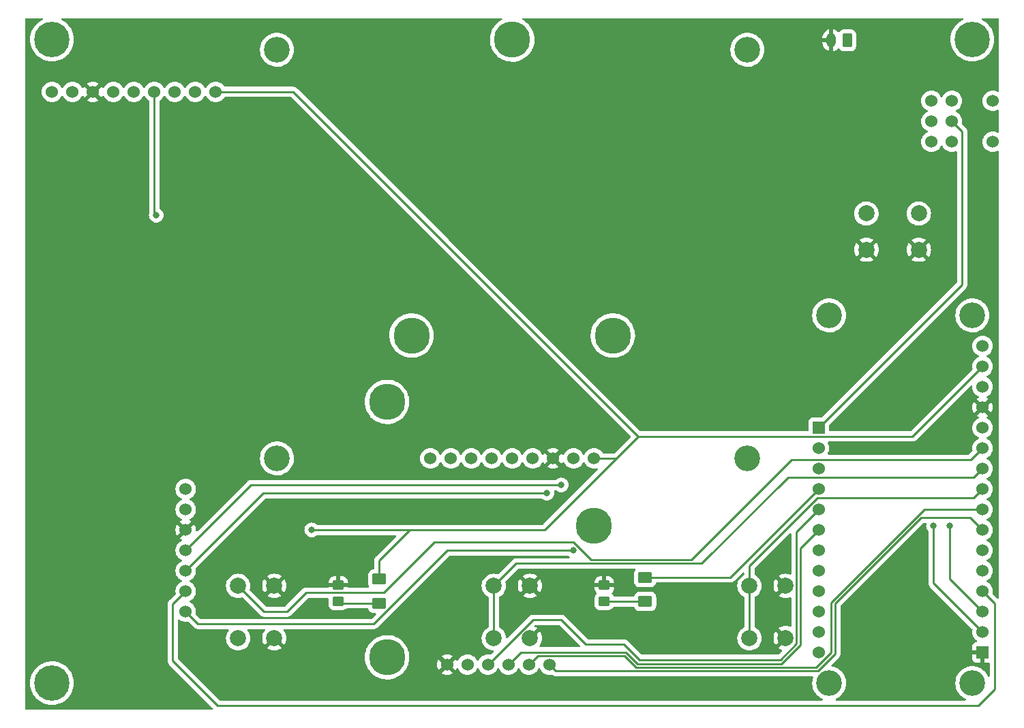
<source format=gtl>
%TF.GenerationSoftware,KiCad,Pcbnew,6.0.1+dfsg-1*%
%TF.CreationDate,2022-03-07T03:58:00+00:00*%
%TF.ProjectId,st_pat,73745f70-6174-42e6-9b69-6361645f7063,rev?*%
%TF.SameCoordinates,Original*%
%TF.FileFunction,Copper,L1,Top*%
%TF.FilePolarity,Positive*%
%FSLAX46Y46*%
G04 Gerber Fmt 4.6, Leading zero omitted, Abs format (unit mm)*
G04 Created by KiCad (PCBNEW 6.0.1+dfsg-1) date 2022-03-07 03:58:00*
%MOMM*%
%LPD*%
G01*
G04 APERTURE LIST*
G04 Aperture macros list*
%AMRoundRect*
0 Rectangle with rounded corners*
0 $1 Rounding radius*
0 $2 $3 $4 $5 $6 $7 $8 $9 X,Y pos of 4 corners*
0 Add a 4 corners polygon primitive as box body*
4,1,4,$2,$3,$4,$5,$6,$7,$8,$9,$2,$3,0*
0 Add four circle primitives for the rounded corners*
1,1,$1+$1,$2,$3*
1,1,$1+$1,$4,$5*
1,1,$1+$1,$6,$7*
1,1,$1+$1,$8,$9*
0 Add four rect primitives between the rounded corners*
20,1,$1+$1,$2,$3,$4,$5,0*
20,1,$1+$1,$4,$5,$6,$7,0*
20,1,$1+$1,$6,$7,$8,$9,0*
20,1,$1+$1,$8,$9,$2,$3,0*%
G04 Aperture macros list end*
%TA.AperFunction,SMDPad,CuDef*%
%ADD10RoundRect,0.250000X0.450000X-0.350000X0.450000X0.350000X-0.450000X0.350000X-0.450000X-0.350000X0*%
%TD*%
%TA.AperFunction,SMDPad,CuDef*%
%ADD11RoundRect,0.250001X0.624999X-0.462499X0.624999X0.462499X-0.624999X0.462499X-0.624999X-0.462499X0*%
%TD*%
%TA.AperFunction,ComponentPad*%
%ADD12C,2.000000*%
%TD*%
%TA.AperFunction,ComponentPad*%
%ADD13C,3.200000*%
%TD*%
%TA.AperFunction,ComponentPad*%
%ADD14C,1.530000*%
%TD*%
%TA.AperFunction,ComponentPad*%
%ADD15C,4.400000*%
%TD*%
%TA.AperFunction,ComponentPad*%
%ADD16C,1.524000*%
%TD*%
%TA.AperFunction,ComponentPad*%
%ADD17C,4.500000*%
%TD*%
%TA.AperFunction,ComponentPad*%
%ADD18RoundRect,0.250000X0.350000X0.625000X-0.350000X0.625000X-0.350000X-0.625000X0.350000X-0.625000X0*%
%TD*%
%TA.AperFunction,ComponentPad*%
%ADD19O,1.200000X1.750000*%
%TD*%
%TA.AperFunction,ComponentPad*%
%ADD20R,1.530000X1.530000*%
%TD*%
%TA.AperFunction,ViaPad*%
%ADD21C,0.800000*%
%TD*%
%TA.AperFunction,Conductor*%
%ADD22C,0.250000*%
%TD*%
G04 APERTURE END LIST*
D10*
X124160000Y-133290000D03*
X124160000Y-131290000D03*
D11*
X129240000Y-133507500D03*
X129240000Y-130532500D03*
D12*
X143464000Y-131362000D03*
X143464000Y-137862000D03*
X147964000Y-131362000D03*
X147964000Y-137862000D03*
D11*
X162260000Y-133290000D03*
X162260000Y-130315000D03*
D12*
X111714000Y-137862000D03*
X111714000Y-131362000D03*
X116214000Y-137862000D03*
X116214000Y-131362000D03*
D10*
X157180000Y-133290000D03*
X157180000Y-131290000D03*
D13*
X174960000Y-115510000D03*
X116540000Y-115510000D03*
X174960000Y-64710000D03*
X116540000Y-64710000D03*
D14*
X155910000Y-115510000D03*
X153370000Y-115510000D03*
X150830000Y-115510000D03*
X148290000Y-115510000D03*
X145750000Y-115510000D03*
X143210000Y-115510000D03*
X140670000Y-115510000D03*
X138130000Y-115510000D03*
X135590000Y-115510000D03*
D12*
X189744000Y-85066000D03*
X196244000Y-85066000D03*
X196244000Y-89566000D03*
X189744000Y-89566000D03*
D14*
X88600000Y-69949000D03*
X91140000Y-69949000D03*
X93680000Y-69949000D03*
X96220000Y-69949000D03*
X98760000Y-69949000D03*
X101300000Y-69949000D03*
X103840000Y-69949000D03*
X106380000Y-69949000D03*
X108920000Y-69949000D03*
D12*
X175214000Y-137862000D03*
X175214000Y-131362000D03*
X179714000Y-131362000D03*
X179714000Y-137862000D03*
D15*
X202900000Y-63440000D03*
X88600000Y-143450000D03*
X88600000Y-63440000D03*
D16*
X205440000Y-71060000D03*
X205440000Y-76140000D03*
X197820000Y-71060000D03*
X197820000Y-73600000D03*
X197820000Y-76140000D03*
X200360000Y-71060000D03*
X200360000Y-73600000D03*
X200360000Y-76140000D03*
D17*
X145750000Y-63440000D03*
X155874000Y-123857000D03*
X130220000Y-108490000D03*
X130220000Y-140240000D03*
X158250000Y-100240000D03*
X133250000Y-100240000D03*
D16*
X150370000Y-141145000D03*
X147830000Y-141145000D03*
X145290000Y-141145000D03*
X142750000Y-141145000D03*
X140210000Y-141145000D03*
X137670000Y-141145000D03*
D18*
X187390000Y-63530000D03*
D19*
X185390000Y-63530000D03*
D13*
X185120000Y-97730000D03*
X202900000Y-97730000D03*
X202900000Y-143450000D03*
X185120000Y-143450000D03*
D20*
X204170000Y-139640000D03*
D14*
X204170000Y-137100000D03*
X204170000Y-134560000D03*
X204170000Y-132020000D03*
X204170000Y-129480000D03*
X204170000Y-126940000D03*
X204170000Y-124400000D03*
X204170000Y-121860000D03*
X204170000Y-119320000D03*
X204170000Y-116780000D03*
X204170000Y-114240000D03*
X204170000Y-111700000D03*
X204170000Y-109160000D03*
X204170000Y-106620000D03*
X204170000Y-104080000D03*
X204170000Y-101540000D03*
D20*
X183850000Y-111700000D03*
D14*
X183850000Y-114240000D03*
X183850000Y-116780000D03*
X183850000Y-119320000D03*
X183850000Y-121860000D03*
X183850000Y-124400000D03*
X183850000Y-126940000D03*
X183850000Y-129480000D03*
X183850000Y-132020000D03*
X183850000Y-134560000D03*
X183850000Y-137100000D03*
X183850000Y-139640000D03*
X105205000Y-119320000D03*
X105205000Y-121860000D03*
X105205000Y-124400000D03*
X105205000Y-126940000D03*
X105205000Y-129480000D03*
X105205000Y-132020000D03*
X105205000Y-134560000D03*
D21*
X120858000Y-124400000D03*
X151846000Y-118812000D03*
X150068000Y-119828000D03*
X153370000Y-126940000D03*
X200106000Y-123892000D03*
X198074000Y-123892000D03*
X101554000Y-85284000D03*
D22*
X158704000Y-115510000D02*
X158958000Y-115256000D01*
X155910000Y-115510000D02*
X158704000Y-115510000D01*
X133050000Y-124400000D02*
X120858000Y-124400000D01*
X158958000Y-115256000D02*
X149814000Y-124400000D01*
X161424489Y-112789511D02*
X158958000Y-115256000D01*
X108920000Y-69949000D02*
X118583978Y-69949000D01*
X204170000Y-104080000D02*
X195460489Y-112789511D01*
X195460489Y-112789511D02*
X161424489Y-112789511D01*
X129240000Y-130532500D02*
X129240000Y-128210000D01*
X149814000Y-124400000D02*
X133050000Y-124400000D01*
X118583978Y-69949000D02*
X161424489Y-112789511D01*
X129240000Y-128210000D02*
X133050000Y-124400000D01*
X129240000Y-133507500D02*
X124377500Y-133507500D01*
X124377500Y-133507500D02*
X124160000Y-133290000D01*
X180409511Y-115690489D02*
X167999520Y-128100480D01*
X114912000Y-134560000D02*
X111714000Y-131362000D01*
X202719511Y-115690489D02*
X180409511Y-115690489D01*
X153378614Y-125924000D02*
X136098000Y-125924000D01*
X155555094Y-128100480D02*
X153378614Y-125924000D01*
X136098000Y-125924000D02*
X129807480Y-132214520D01*
X167999520Y-128100480D02*
X155555094Y-128100480D01*
X204170000Y-114240000D02*
X202719511Y-115690489D01*
X120155480Y-132214520D02*
X117810000Y-134560000D01*
X117810000Y-134560000D02*
X114912000Y-134560000D01*
X129807480Y-132214520D02*
X120155480Y-132214520D01*
X203080489Y-117869511D02*
X204170000Y-116780000D01*
X143464000Y-137862000D02*
X143464000Y-131362000D01*
X179980489Y-117869511D02*
X169300000Y-128550000D01*
X169300000Y-128550000D02*
X146276000Y-128550000D01*
X146276000Y-128550000D02*
X143464000Y-131362000D01*
X203080489Y-117869511D02*
X179980489Y-117869511D01*
X203080489Y-120409511D02*
X204170000Y-119320000D01*
X183690489Y-120409511D02*
X203080489Y-120409511D01*
X175214000Y-137862000D02*
X175214000Y-131362000D01*
X175214000Y-128886000D02*
X183690489Y-120409511D01*
X175214000Y-131362000D02*
X175214000Y-128886000D01*
X113333000Y-118812000D02*
X105205000Y-126940000D01*
X151846000Y-118812000D02*
X113333000Y-118812000D01*
X150068000Y-119828000D02*
X114857000Y-119828000D01*
X114857000Y-119828000D02*
X105205000Y-129480000D01*
X103586000Y-133639000D02*
X105205000Y-132020000D01*
X205694000Y-144212000D02*
X203662000Y-146244000D01*
X204170000Y-132020000D02*
X205694000Y-133544000D01*
X103586000Y-140656000D02*
X103586000Y-133639000D01*
X203662000Y-146244000D02*
X109174000Y-146244000D01*
X205694000Y-133544000D02*
X205694000Y-144212000D01*
X109174000Y-146244000D02*
X103586000Y-140656000D01*
X200360000Y-73600000D02*
X201630000Y-74870000D01*
X201630000Y-74870000D02*
X201630000Y-93920000D01*
X201630000Y-93920000D02*
X183850000Y-111700000D01*
X172855000Y-130315000D02*
X183850000Y-119320000D01*
X162260000Y-130315000D02*
X172855000Y-130315000D01*
X162260000Y-133290000D02*
X157180000Y-133290000D01*
X128563493Y-136084000D02*
X137707493Y-126940000D01*
X106729000Y-136084000D02*
X128563493Y-136084000D01*
X105205000Y-134560000D02*
X106729000Y-136084000D01*
X137707493Y-126940000D02*
X153370000Y-126940000D01*
X204170000Y-134560000D02*
X200106000Y-130496000D01*
X200106000Y-130496000D02*
X200106000Y-123892000D01*
X204170000Y-137100000D02*
X198074000Y-131004000D01*
X198074000Y-131004000D02*
X198074000Y-123892000D01*
X101300000Y-69949000D02*
X101300000Y-85030000D01*
X101300000Y-85030000D02*
X101554000Y-85284000D01*
X185882000Y-139784520D02*
X185882000Y-133544000D01*
X196550000Y-122876000D02*
X202646000Y-122876000D01*
X150370000Y-141145000D02*
X151174040Y-141949040D01*
X202646000Y-122876000D02*
X204170000Y-124400000D01*
X183717480Y-141949040D02*
X185882000Y-139784520D01*
X151174040Y-141949040D02*
X183717480Y-141949040D01*
X185882000Y-133544000D02*
X196550000Y-122876000D01*
X183531282Y-141499520D02*
X161113803Y-141499520D01*
X204170000Y-121860000D02*
X196930282Y-121860000D01*
X147830000Y-141145000D02*
X148916511Y-140058489D01*
X159672771Y-140058489D02*
X161113803Y-141499520D01*
X196930282Y-121860000D02*
X185374000Y-133416282D01*
X148916511Y-140058489D02*
X159672771Y-140058489D01*
X185374000Y-139656802D02*
X183531282Y-141499520D01*
X185374000Y-133416282D02*
X185374000Y-139656802D01*
X154894000Y-138624000D02*
X159624000Y-138624000D01*
X161550000Y-140550000D02*
X179050000Y-140550000D01*
X179050000Y-140550000D02*
X181038511Y-138561489D01*
X151846000Y-135576000D02*
X154894000Y-138624000D01*
X142750000Y-141145000D02*
X148319000Y-135576000D01*
X181038511Y-124671489D02*
X183850000Y-121860000D01*
X148319000Y-135576000D02*
X151846000Y-135576000D01*
X181038511Y-138561489D02*
X181038511Y-124671489D01*
X159624000Y-138624000D02*
X161550000Y-140550000D01*
X181550000Y-126700000D02*
X183850000Y-124400000D01*
X146826031Y-139608969D02*
X159858969Y-139608969D01*
X161300000Y-141050000D02*
X179185717Y-141050000D01*
X159858969Y-139608969D02*
X161300000Y-141050000D01*
X179185717Y-141050000D02*
X181550000Y-138685717D01*
X145290000Y-141145000D02*
X146826031Y-139608969D01*
X181550000Y-138685717D02*
X181550000Y-126700000D01*
%TA.AperFunction,Conductor*%
G36*
X87405542Y-60793002D02*
G01*
X87452035Y-60846658D01*
X87462139Y-60916932D01*
X87432645Y-60981512D01*
X87388368Y-61014240D01*
X87355477Y-61028781D01*
X87330041Y-61043914D01*
X87078074Y-61193817D01*
X87078068Y-61193821D01*
X87074814Y-61195757D01*
X87071812Y-61198073D01*
X86836886Y-61379318D01*
X86816244Y-61395243D01*
X86813534Y-61397911D01*
X86595612Y-61612437D01*
X86583513Y-61624347D01*
X86581149Y-61627314D01*
X86581146Y-61627317D01*
X86564220Y-61648558D01*
X86379991Y-61879751D01*
X86208626Y-62157757D01*
X86207037Y-62161204D01*
X86078628Y-62439747D01*
X86071902Y-62454336D01*
X86070741Y-62457940D01*
X86070741Y-62457941D01*
X86062512Y-62483494D01*
X85971797Y-62765192D01*
X85971079Y-62768903D01*
X85971078Y-62768907D01*
X85910482Y-63082105D01*
X85910481Y-63082114D01*
X85909763Y-63085824D01*
X85909496Y-63089600D01*
X85909495Y-63089605D01*
X85889902Y-63366335D01*
X85886698Y-63411585D01*
X85886887Y-63415377D01*
X85897024Y-63618995D01*
X85902936Y-63737759D01*
X85903577Y-63741490D01*
X85903578Y-63741498D01*
X85925772Y-63870657D01*
X85958241Y-64059619D01*
X85959329Y-64063258D01*
X85959330Y-64063261D01*
X86033080Y-64309861D01*
X86051814Y-64372504D01*
X86053327Y-64375975D01*
X86053329Y-64375981D01*
X86100395Y-64483968D01*
X86182297Y-64671881D01*
X86184220Y-64675152D01*
X86184222Y-64675156D01*
X86226584Y-64747215D01*
X86347802Y-64953414D01*
X86350103Y-64956429D01*
X86543631Y-65210012D01*
X86543636Y-65210017D01*
X86545931Y-65213025D01*
X86773814Y-65446953D01*
X86880417Y-65532817D01*
X87025196Y-65649431D01*
X87025201Y-65649435D01*
X87028149Y-65651809D01*
X87305253Y-65824627D01*
X87601112Y-65962903D01*
X87604721Y-65964086D01*
X87840038Y-66041227D01*
X87911440Y-66064634D01*
X88231742Y-66128346D01*
X88235514Y-66128633D01*
X88235522Y-66128634D01*
X88553602Y-66152829D01*
X88553607Y-66152829D01*
X88557379Y-66153116D01*
X88883633Y-66138586D01*
X88943425Y-66128634D01*
X89202037Y-66085590D01*
X89202042Y-66085589D01*
X89205778Y-66084967D01*
X89519149Y-65993034D01*
X89522616Y-65991544D01*
X89522620Y-65991543D01*
X89815721Y-65865616D01*
X89815723Y-65865615D01*
X89819205Y-65864119D01*
X90101601Y-65700091D01*
X90311790Y-65541414D01*
X90359221Y-65505607D01*
X90359222Y-65505606D01*
X90362245Y-65503324D01*
X90597363Y-65276670D01*
X90680601Y-65174429D01*
X90801155Y-65026351D01*
X90801158Y-65026347D01*
X90803549Y-65023410D01*
X90894707Y-64878933D01*
X90975788Y-64750428D01*
X90975790Y-64750425D01*
X90977815Y-64747215D01*
X90993482Y-64714147D01*
X91005932Y-64687869D01*
X114426689Y-64687869D01*
X114443238Y-64974883D01*
X114444063Y-64979088D01*
X114444064Y-64979096D01*
X114458493Y-65052641D01*
X114498586Y-65256995D01*
X114499973Y-65261045D01*
X114499974Y-65261050D01*
X114590321Y-65524930D01*
X114591710Y-65528986D01*
X114720885Y-65785822D01*
X114774697Y-65864119D01*
X114873492Y-66007866D01*
X114883721Y-66022750D01*
X114886608Y-66025923D01*
X114886609Y-66025924D01*
X115025225Y-66178261D01*
X115077206Y-66235388D01*
X115080501Y-66238143D01*
X115080502Y-66238144D01*
X115131258Y-66280582D01*
X115297759Y-66419798D01*
X115541298Y-66572571D01*
X115803318Y-66690877D01*
X115807437Y-66692097D01*
X116074857Y-66771311D01*
X116074862Y-66771312D01*
X116078970Y-66772529D01*
X116083204Y-66773177D01*
X116083209Y-66773178D01*
X116331811Y-66811219D01*
X116363153Y-66816015D01*
X116509485Y-66818314D01*
X116646317Y-66820464D01*
X116646323Y-66820464D01*
X116650608Y-66820531D01*
X116654860Y-66820016D01*
X116654868Y-66820016D01*
X116931756Y-66786508D01*
X116931761Y-66786507D01*
X116936017Y-66785992D01*
X117214097Y-66713039D01*
X117479704Y-66603021D01*
X117727922Y-66457974D01*
X117954159Y-66280582D01*
X117995285Y-66238144D01*
X118091763Y-66138586D01*
X118154227Y-66074128D01*
X118156760Y-66070680D01*
X118156764Y-66070675D01*
X118321887Y-65845886D01*
X118324425Y-65842431D01*
X118400675Y-65701997D01*
X118459554Y-65593555D01*
X118459555Y-65593553D01*
X118461604Y-65589779D01*
X118563225Y-65320848D01*
X118624652Y-65052641D01*
X118626449Y-65044797D01*
X118626450Y-65044793D01*
X118627407Y-65040613D01*
X118628943Y-65023410D01*
X118652743Y-64756726D01*
X118652743Y-64756724D01*
X118652963Y-64754260D01*
X118653427Y-64710000D01*
X118647929Y-64629348D01*
X118634165Y-64427452D01*
X118634164Y-64427446D01*
X118633873Y-64423175D01*
X118629336Y-64401264D01*
X118590265Y-64212599D01*
X118575574Y-64141658D01*
X118479607Y-63870657D01*
X118347750Y-63615188D01*
X118334488Y-63596317D01*
X118224626Y-63440000D01*
X118182441Y-63379977D01*
X118109606Y-63301597D01*
X117989661Y-63172521D01*
X117989658Y-63172519D01*
X117986740Y-63169378D01*
X117764268Y-62987287D01*
X117519142Y-62837073D01*
X117501048Y-62829130D01*
X117259830Y-62723243D01*
X117255898Y-62721517D01*
X117229963Y-62714129D01*
X116983534Y-62643932D01*
X116983535Y-62643932D01*
X116979406Y-62642756D01*
X116766704Y-62612485D01*
X116699036Y-62602854D01*
X116699034Y-62602854D01*
X116694784Y-62602249D01*
X116690495Y-62602227D01*
X116690488Y-62602226D01*
X116411583Y-62600765D01*
X116411576Y-62600765D01*
X116407297Y-62600743D01*
X116403053Y-62601302D01*
X116403049Y-62601302D01*
X116277660Y-62617810D01*
X116122266Y-62638268D01*
X116118126Y-62639401D01*
X116118124Y-62639401D01*
X116041311Y-62660415D01*
X115844964Y-62714129D01*
X115841016Y-62715813D01*
X115584476Y-62825237D01*
X115584472Y-62825239D01*
X115580524Y-62826923D01*
X115528822Y-62857866D01*
X115337521Y-62972357D01*
X115337517Y-62972360D01*
X115333839Y-62974561D01*
X115109472Y-63154313D01*
X114911577Y-63362851D01*
X114743814Y-63596317D01*
X114609288Y-63850392D01*
X114607813Y-63854423D01*
X114529907Y-64067312D01*
X114510489Y-64120373D01*
X114449245Y-64401264D01*
X114443226Y-64477738D01*
X114427690Y-64675156D01*
X114426689Y-64687869D01*
X91005932Y-64687869D01*
X91108775Y-64470791D01*
X91117638Y-64452084D01*
X91131337Y-64411024D01*
X91219790Y-64145897D01*
X91219792Y-64145891D01*
X91220992Y-64142293D01*
X91286381Y-63822329D01*
X91288026Y-63802115D01*
X91312674Y-63499061D01*
X91312856Y-63496826D01*
X91313451Y-63440000D01*
X91311707Y-63411061D01*
X91294026Y-63117793D01*
X91294026Y-63117789D01*
X91293798Y-63114015D01*
X91292020Y-63104276D01*
X91235805Y-62796473D01*
X91235804Y-62796469D01*
X91235125Y-62792751D01*
X91232573Y-62784530D01*
X91166020Y-62570196D01*
X91138282Y-62480863D01*
X91004670Y-62182869D01*
X90836226Y-61903084D01*
X90833899Y-61900100D01*
X90833894Y-61900093D01*
X90637726Y-61648558D01*
X90637724Y-61648556D01*
X90635390Y-61645563D01*
X90405070Y-61414034D01*
X90148603Y-61211852D01*
X89869705Y-61041945D01*
X89807584Y-61013700D01*
X89753853Y-60967297D01*
X89733737Y-60899210D01*
X89753626Y-60831056D01*
X89807204Y-60784474D01*
X89859737Y-60773000D01*
X144379394Y-60773000D01*
X144447515Y-60793002D01*
X144494008Y-60846658D01*
X144504112Y-60916932D01*
X144474618Y-60981512D01*
X144443818Y-61007284D01*
X144196659Y-61154328D01*
X143933316Y-61357496D01*
X143696288Y-61590829D01*
X143489009Y-61850949D01*
X143314481Y-62134086D01*
X143175232Y-62436140D01*
X143174073Y-62439740D01*
X143174070Y-62439747D01*
X143074694Y-62748345D01*
X143073280Y-62752735D01*
X143072561Y-62756451D01*
X143072559Y-62756459D01*
X143027374Y-62990003D01*
X143010100Y-63079285D01*
X143009833Y-63083061D01*
X143009832Y-63083066D01*
X142986878Y-63407272D01*
X142986610Y-63411061D01*
X142990932Y-63497875D01*
X143002685Y-63733969D01*
X143003147Y-63743255D01*
X143003788Y-63746986D01*
X143003789Y-63746994D01*
X143057509Y-64059619D01*
X143059474Y-64071057D01*
X143060562Y-64074696D01*
X143060563Y-64074699D01*
X143150666Y-64375981D01*
X143154774Y-64389718D01*
X143156287Y-64393189D01*
X143156289Y-64393195D01*
X143210192Y-64516867D01*
X143287666Y-64694622D01*
X143289589Y-64697893D01*
X143289591Y-64697897D01*
X143299144Y-64714147D01*
X143456226Y-64981352D01*
X143458527Y-64984367D01*
X143655712Y-65242742D01*
X143655717Y-65242748D01*
X143658012Y-65245755D01*
X143890102Y-65484002D01*
X144149132Y-65692640D01*
X144231035Y-65743719D01*
X144383273Y-65838663D01*
X144431352Y-65868648D01*
X144732672Y-66009476D01*
X144736281Y-66010659D01*
X144962956Y-66084967D01*
X145048729Y-66113085D01*
X145374944Y-66177973D01*
X145378716Y-66178260D01*
X145378724Y-66178261D01*
X145702815Y-66202914D01*
X145702820Y-66202914D01*
X145706592Y-66203201D01*
X146038869Y-66188403D01*
X146043401Y-66187649D01*
X146363220Y-66134417D01*
X146363225Y-66134416D01*
X146366961Y-66133794D01*
X146686116Y-66040164D01*
X146689583Y-66038674D01*
X146689587Y-66038673D01*
X146988228Y-65910366D01*
X146988230Y-65910365D01*
X146991712Y-65908869D01*
X147279321Y-65741813D01*
X147282343Y-65739532D01*
X147282347Y-65739529D01*
X147541753Y-65543697D01*
X147541754Y-65543696D01*
X147544777Y-65541414D01*
X147701605Y-65390231D01*
X147781508Y-65313204D01*
X147781509Y-65313203D01*
X147784235Y-65310575D01*
X147994227Y-65052641D01*
X148126327Y-64843275D01*
X148169683Y-64774560D01*
X148169685Y-64774557D01*
X148171710Y-64771347D01*
X148174043Y-64766424D01*
X148211259Y-64687869D01*
X172846689Y-64687869D01*
X172863238Y-64974883D01*
X172864063Y-64979088D01*
X172864064Y-64979096D01*
X172878493Y-65052641D01*
X172918586Y-65256995D01*
X172919973Y-65261045D01*
X172919974Y-65261050D01*
X173010321Y-65524930D01*
X173011710Y-65528986D01*
X173140885Y-65785822D01*
X173194697Y-65864119D01*
X173293492Y-66007866D01*
X173303721Y-66022750D01*
X173306608Y-66025923D01*
X173306609Y-66025924D01*
X173445225Y-66178261D01*
X173497206Y-66235388D01*
X173500501Y-66238143D01*
X173500502Y-66238144D01*
X173551258Y-66280582D01*
X173717759Y-66419798D01*
X173961298Y-66572571D01*
X174223318Y-66690877D01*
X174227437Y-66692097D01*
X174494857Y-66771311D01*
X174494862Y-66771312D01*
X174498970Y-66772529D01*
X174503204Y-66773177D01*
X174503209Y-66773178D01*
X174751811Y-66811219D01*
X174783153Y-66816015D01*
X174929485Y-66818314D01*
X175066317Y-66820464D01*
X175066323Y-66820464D01*
X175070608Y-66820531D01*
X175074860Y-66820016D01*
X175074868Y-66820016D01*
X175351756Y-66786508D01*
X175351761Y-66786507D01*
X175356017Y-66785992D01*
X175634097Y-66713039D01*
X175899704Y-66603021D01*
X176147922Y-66457974D01*
X176374159Y-66280582D01*
X176415285Y-66238144D01*
X176511763Y-66138586D01*
X176574227Y-66074128D01*
X176576760Y-66070680D01*
X176576764Y-66070675D01*
X176741887Y-65845886D01*
X176744425Y-65842431D01*
X176820675Y-65701997D01*
X176879554Y-65593555D01*
X176879555Y-65593553D01*
X176881604Y-65589779D01*
X176983225Y-65320848D01*
X177044652Y-65052641D01*
X177046449Y-65044797D01*
X177046450Y-65044793D01*
X177047407Y-65040613D01*
X177048943Y-65023410D01*
X177072743Y-64756726D01*
X177072743Y-64756724D01*
X177072963Y-64754260D01*
X177073427Y-64710000D01*
X177067929Y-64629348D01*
X177054165Y-64427452D01*
X177054164Y-64427446D01*
X177053873Y-64423175D01*
X177049336Y-64401264D01*
X177010265Y-64212599D01*
X176995574Y-64141658D01*
X176899607Y-63870657D01*
X176891439Y-63854832D01*
X184282000Y-63854832D01*
X184282285Y-63860808D01*
X184296471Y-64009494D01*
X184298730Y-64021228D01*
X184354872Y-64212599D01*
X184359302Y-64223675D01*
X184450619Y-64400978D01*
X184457069Y-64411024D01*
X184580262Y-64567857D01*
X184588499Y-64576506D01*
X184739123Y-64707212D01*
X184748847Y-64714147D01*
X184921467Y-64814010D01*
X184932331Y-64818984D01*
X185120727Y-64884407D01*
X185121716Y-64884648D01*
X185132008Y-64883180D01*
X185136000Y-64869615D01*
X185136000Y-64865402D01*
X185644000Y-64865402D01*
X185647973Y-64878933D01*
X185657399Y-64880288D01*
X185746537Y-64858806D01*
X185757832Y-64854917D01*
X185939382Y-64772371D01*
X185949724Y-64766424D01*
X186112397Y-64651032D01*
X186121425Y-64643239D01*
X186208535Y-64552243D01*
X186270090Y-64516867D01*
X186341000Y-64520386D01*
X186398750Y-64561683D01*
X186406685Y-64573053D01*
X186441522Y-64629348D01*
X186566697Y-64754305D01*
X186572927Y-64758145D01*
X186572928Y-64758146D01*
X186710090Y-64842694D01*
X186717262Y-64847115D01*
X186772396Y-64865402D01*
X186878611Y-64900632D01*
X186878613Y-64900632D01*
X186885139Y-64902797D01*
X186891975Y-64903497D01*
X186891978Y-64903498D01*
X186935031Y-64907909D01*
X186989600Y-64913500D01*
X187790400Y-64913500D01*
X187793646Y-64913163D01*
X187793650Y-64913163D01*
X187889308Y-64903238D01*
X187889312Y-64903237D01*
X187896166Y-64902526D01*
X187902702Y-64900345D01*
X187902704Y-64900345D01*
X188038867Y-64854917D01*
X188063946Y-64846550D01*
X188214348Y-64753478D01*
X188273102Y-64694622D01*
X188334134Y-64633483D01*
X188339305Y-64628303D01*
X188376565Y-64567857D01*
X188428275Y-64483968D01*
X188428276Y-64483966D01*
X188432115Y-64477738D01*
X188487797Y-64309861D01*
X188498500Y-64205400D01*
X188498500Y-62854600D01*
X188496914Y-62839314D01*
X188488238Y-62755692D01*
X188488237Y-62755688D01*
X188487526Y-62748834D01*
X188478413Y-62721517D01*
X188433868Y-62588002D01*
X188431550Y-62581054D01*
X188338478Y-62430652D01*
X188213303Y-62305695D01*
X188207072Y-62301854D01*
X188068968Y-62216725D01*
X188068966Y-62216724D01*
X188062738Y-62212885D01*
X187962724Y-62179712D01*
X187901389Y-62159368D01*
X187901387Y-62159368D01*
X187894861Y-62157203D01*
X187888025Y-62156503D01*
X187888022Y-62156502D01*
X187844969Y-62152091D01*
X187790400Y-62146500D01*
X186989600Y-62146500D01*
X186986354Y-62146837D01*
X186986350Y-62146837D01*
X186890692Y-62156762D01*
X186890688Y-62156763D01*
X186883834Y-62157474D01*
X186877298Y-62159655D01*
X186877296Y-62159655D01*
X186813117Y-62181067D01*
X186716054Y-62213450D01*
X186565652Y-62306522D01*
X186440695Y-62431697D01*
X186436853Y-62437929D01*
X186436852Y-62437931D01*
X186408645Y-62483690D01*
X186355873Y-62531183D01*
X186285801Y-62542605D01*
X186220677Y-62514331D01*
X186202298Y-62495403D01*
X186199738Y-62492144D01*
X186191501Y-62483494D01*
X186040877Y-62352788D01*
X186031153Y-62345853D01*
X185858533Y-62245990D01*
X185847669Y-62241016D01*
X185659273Y-62175593D01*
X185658284Y-62175352D01*
X185647992Y-62176820D01*
X185644000Y-62190385D01*
X185644000Y-64865402D01*
X185136000Y-64865402D01*
X185136000Y-63802115D01*
X185131525Y-63786876D01*
X185130135Y-63785671D01*
X185122452Y-63784000D01*
X184300115Y-63784000D01*
X184284876Y-63788475D01*
X184283671Y-63789865D01*
X184282000Y-63797548D01*
X184282000Y-63854832D01*
X176891439Y-63854832D01*
X176767750Y-63615188D01*
X176754488Y-63596317D01*
X176644626Y-63440000D01*
X176602441Y-63379977D01*
X176529606Y-63301597D01*
X176488986Y-63257885D01*
X184282000Y-63257885D01*
X184286475Y-63273124D01*
X184287865Y-63274329D01*
X184295548Y-63276000D01*
X185117885Y-63276000D01*
X185133124Y-63271525D01*
X185134329Y-63270135D01*
X185136000Y-63262452D01*
X185136000Y-62194598D01*
X185132027Y-62181067D01*
X185122601Y-62179712D01*
X185033463Y-62201194D01*
X185022168Y-62205083D01*
X184840618Y-62287629D01*
X184830276Y-62293576D01*
X184667603Y-62408968D01*
X184658575Y-62416761D01*
X184520658Y-62560831D01*
X184513262Y-62570196D01*
X184405079Y-62737741D01*
X184399583Y-62748345D01*
X184325039Y-62933312D01*
X184321645Y-62944770D01*
X184283143Y-63141928D01*
X184282066Y-63150791D01*
X184282000Y-63153500D01*
X184282000Y-63257885D01*
X176488986Y-63257885D01*
X176409661Y-63172521D01*
X176409658Y-63172519D01*
X176406740Y-63169378D01*
X176184268Y-62987287D01*
X175939142Y-62837073D01*
X175921048Y-62829130D01*
X175679830Y-62723243D01*
X175675898Y-62721517D01*
X175649963Y-62714129D01*
X175403534Y-62643932D01*
X175403535Y-62643932D01*
X175399406Y-62642756D01*
X175186704Y-62612485D01*
X175119036Y-62602854D01*
X175119034Y-62602854D01*
X175114784Y-62602249D01*
X175110495Y-62602227D01*
X175110488Y-62602226D01*
X174831583Y-62600765D01*
X174831576Y-62600765D01*
X174827297Y-62600743D01*
X174823053Y-62601302D01*
X174823049Y-62601302D01*
X174697660Y-62617810D01*
X174542266Y-62638268D01*
X174538126Y-62639401D01*
X174538124Y-62639401D01*
X174461311Y-62660415D01*
X174264964Y-62714129D01*
X174261016Y-62715813D01*
X174004476Y-62825237D01*
X174004472Y-62825239D01*
X174000524Y-62826923D01*
X173948822Y-62857866D01*
X173757521Y-62972357D01*
X173757517Y-62972360D01*
X173753839Y-62974561D01*
X173529472Y-63154313D01*
X173331577Y-63362851D01*
X173163814Y-63596317D01*
X173029288Y-63850392D01*
X173027813Y-63854423D01*
X172949907Y-64067312D01*
X172930489Y-64120373D01*
X172869245Y-64401264D01*
X172863226Y-64477738D01*
X172847690Y-64675156D01*
X172846689Y-64687869D01*
X148211259Y-64687869D01*
X148312485Y-64474205D01*
X148314114Y-64470767D01*
X148419377Y-64155257D01*
X148485972Y-63829386D01*
X148512936Y-63497875D01*
X148513542Y-63440000D01*
X148511829Y-63411585D01*
X148493755Y-63111772D01*
X148493754Y-63111765D01*
X148493527Y-63107997D01*
X148459849Y-62923599D01*
X148434451Y-62784530D01*
X148434450Y-62784525D01*
X148433770Y-62780803D01*
X148430077Y-62768907D01*
X148351029Y-62514331D01*
X148335139Y-62463157D01*
X148199061Y-62159662D01*
X148114108Y-62018555D01*
X148029466Y-61877966D01*
X148029462Y-61877960D01*
X148027507Y-61874713D01*
X148025180Y-61871729D01*
X148025175Y-61871722D01*
X147825294Y-61615425D01*
X147825288Y-61615418D01*
X147822963Y-61612437D01*
X147588392Y-61376634D01*
X147327191Y-61170720D01*
X147057799Y-61006605D01*
X147010030Y-60954082D01*
X146998240Y-60884071D01*
X147026172Y-60818800D01*
X147084958Y-60778992D01*
X147123352Y-60773000D01*
X201637421Y-60773000D01*
X201705542Y-60793002D01*
X201752035Y-60846658D01*
X201762139Y-60916932D01*
X201732645Y-60981512D01*
X201688368Y-61014240D01*
X201655477Y-61028781D01*
X201630041Y-61043914D01*
X201378074Y-61193817D01*
X201378068Y-61193821D01*
X201374814Y-61195757D01*
X201371812Y-61198073D01*
X201136886Y-61379318D01*
X201116244Y-61395243D01*
X201113534Y-61397911D01*
X200895612Y-61612437D01*
X200883513Y-61624347D01*
X200881149Y-61627314D01*
X200881146Y-61627317D01*
X200864220Y-61648558D01*
X200679991Y-61879751D01*
X200508626Y-62157757D01*
X200507037Y-62161204D01*
X200378628Y-62439747D01*
X200371902Y-62454336D01*
X200370741Y-62457940D01*
X200370741Y-62457941D01*
X200362512Y-62483494D01*
X200271797Y-62765192D01*
X200271079Y-62768903D01*
X200271078Y-62768907D01*
X200210482Y-63082105D01*
X200210481Y-63082114D01*
X200209763Y-63085824D01*
X200209496Y-63089600D01*
X200209495Y-63089605D01*
X200189902Y-63366335D01*
X200186698Y-63411585D01*
X200186887Y-63415377D01*
X200197024Y-63618995D01*
X200202936Y-63737759D01*
X200203577Y-63741490D01*
X200203578Y-63741498D01*
X200225772Y-63870657D01*
X200258241Y-64059619D01*
X200259329Y-64063258D01*
X200259330Y-64063261D01*
X200333080Y-64309861D01*
X200351814Y-64372504D01*
X200353327Y-64375975D01*
X200353329Y-64375981D01*
X200400395Y-64483968D01*
X200482297Y-64671881D01*
X200484220Y-64675152D01*
X200484222Y-64675156D01*
X200526584Y-64747215D01*
X200647802Y-64953414D01*
X200650103Y-64956429D01*
X200843631Y-65210012D01*
X200843636Y-65210017D01*
X200845931Y-65213025D01*
X201073814Y-65446953D01*
X201180417Y-65532817D01*
X201325196Y-65649431D01*
X201325201Y-65649435D01*
X201328149Y-65651809D01*
X201605253Y-65824627D01*
X201901112Y-65962903D01*
X201904721Y-65964086D01*
X202140038Y-66041227D01*
X202211440Y-66064634D01*
X202531742Y-66128346D01*
X202535514Y-66128633D01*
X202535522Y-66128634D01*
X202853602Y-66152829D01*
X202853607Y-66152829D01*
X202857379Y-66153116D01*
X203183633Y-66138586D01*
X203243425Y-66128634D01*
X203502037Y-66085590D01*
X203502042Y-66085589D01*
X203505778Y-66084967D01*
X203819149Y-65993034D01*
X203822616Y-65991544D01*
X203822620Y-65991543D01*
X204115721Y-65865616D01*
X204115723Y-65865615D01*
X204119205Y-65864119D01*
X204401601Y-65700091D01*
X204611790Y-65541414D01*
X204659221Y-65505607D01*
X204659222Y-65505606D01*
X204662245Y-65503324D01*
X204897363Y-65276670D01*
X204980601Y-65174429D01*
X205101155Y-65026351D01*
X205101158Y-65026347D01*
X205103549Y-65023410D01*
X205194707Y-64878933D01*
X205275788Y-64750428D01*
X205275790Y-64750425D01*
X205277815Y-64747215D01*
X205293482Y-64714147D01*
X205408775Y-64470791D01*
X205417638Y-64452084D01*
X205431337Y-64411024D01*
X205519790Y-64145897D01*
X205519792Y-64145891D01*
X205520992Y-64142293D01*
X205586381Y-63822329D01*
X205588026Y-63802115D01*
X205612674Y-63499061D01*
X205612856Y-63496826D01*
X205613451Y-63440000D01*
X205611707Y-63411061D01*
X205594026Y-63117793D01*
X205594026Y-63117789D01*
X205593798Y-63114015D01*
X205592020Y-63104276D01*
X205535805Y-62796473D01*
X205535804Y-62796469D01*
X205535125Y-62792751D01*
X205532573Y-62784530D01*
X205466020Y-62570196D01*
X205438282Y-62480863D01*
X205304670Y-62182869D01*
X205136226Y-61903084D01*
X205133899Y-61900100D01*
X205133894Y-61900093D01*
X204937726Y-61648558D01*
X204937724Y-61648556D01*
X204935390Y-61645563D01*
X204705070Y-61414034D01*
X204448603Y-61211852D01*
X204169705Y-61041945D01*
X204107584Y-61013700D01*
X204053853Y-60967297D01*
X204033737Y-60899210D01*
X204053626Y-60831056D01*
X204107204Y-60784474D01*
X204159737Y-60773000D01*
X206076000Y-60773000D01*
X206144121Y-60793002D01*
X206190614Y-60846658D01*
X206202000Y-60899000D01*
X206202000Y-69815704D01*
X206181998Y-69883825D01*
X206128342Y-69930318D01*
X206058068Y-69940422D01*
X206022750Y-69929899D01*
X205881178Y-69863883D01*
X205881177Y-69863882D01*
X205876196Y-69861560D01*
X205870888Y-69860138D01*
X205870886Y-69860137D01*
X205805051Y-69842497D01*
X205661463Y-69804022D01*
X205440000Y-69784647D01*
X205218537Y-69804022D01*
X205074949Y-69842497D01*
X205009114Y-69860137D01*
X205009112Y-69860138D01*
X205003804Y-69861560D01*
X204998823Y-69863882D01*
X204998822Y-69863883D01*
X204807311Y-69953186D01*
X204807306Y-69953189D01*
X204802324Y-69955512D01*
X204797817Y-69958668D01*
X204797815Y-69958669D01*
X204624730Y-70079864D01*
X204624727Y-70079866D01*
X204620219Y-70083023D01*
X204463023Y-70240219D01*
X204459866Y-70244727D01*
X204459864Y-70244730D01*
X204411684Y-70313539D01*
X204335512Y-70422324D01*
X204333189Y-70427306D01*
X204333186Y-70427311D01*
X204256186Y-70592439D01*
X204241560Y-70623804D01*
X204240138Y-70629112D01*
X204240137Y-70629114D01*
X204237502Y-70638947D01*
X204184022Y-70838537D01*
X204164647Y-71060000D01*
X204184022Y-71281463D01*
X204241560Y-71496196D01*
X204243882Y-71501177D01*
X204243883Y-71501178D01*
X204333186Y-71692689D01*
X204333189Y-71692694D01*
X204335512Y-71697676D01*
X204463023Y-71879781D01*
X204620219Y-72036977D01*
X204624727Y-72040134D01*
X204624730Y-72040136D01*
X204678000Y-72077436D01*
X204802323Y-72164488D01*
X204807305Y-72166811D01*
X204807310Y-72166814D01*
X204998822Y-72256117D01*
X205003804Y-72258440D01*
X205009112Y-72259862D01*
X205009114Y-72259863D01*
X205038885Y-72267840D01*
X205218537Y-72315978D01*
X205440000Y-72335353D01*
X205661463Y-72315978D01*
X205841115Y-72267840D01*
X205870886Y-72259863D01*
X205870888Y-72259862D01*
X205876196Y-72258440D01*
X205881178Y-72256117D01*
X206022750Y-72190101D01*
X206092942Y-72179440D01*
X206157755Y-72208420D01*
X206196611Y-72267840D01*
X206202000Y-72304296D01*
X206202000Y-74895704D01*
X206181998Y-74963825D01*
X206128342Y-75010318D01*
X206058068Y-75020422D01*
X206022750Y-75009899D01*
X205881178Y-74943883D01*
X205881177Y-74943882D01*
X205876196Y-74941560D01*
X205870888Y-74940138D01*
X205870886Y-74940137D01*
X205803810Y-74922164D01*
X205661463Y-74884022D01*
X205440000Y-74864647D01*
X205218537Y-74884022D01*
X205076190Y-74922164D01*
X205009114Y-74940137D01*
X205009112Y-74940138D01*
X205003804Y-74941560D01*
X204998823Y-74943882D01*
X204998822Y-74943883D01*
X204807311Y-75033186D01*
X204807306Y-75033189D01*
X204802324Y-75035512D01*
X204797817Y-75038668D01*
X204797815Y-75038669D01*
X204624730Y-75159864D01*
X204624727Y-75159866D01*
X204620219Y-75163023D01*
X204463023Y-75320219D01*
X204335512Y-75502324D01*
X204333189Y-75507306D01*
X204333186Y-75507311D01*
X204284195Y-75612373D01*
X204241560Y-75703804D01*
X204184022Y-75918537D01*
X204164647Y-76140000D01*
X204184022Y-76361463D01*
X204241560Y-76576196D01*
X204243882Y-76581177D01*
X204243883Y-76581178D01*
X204333186Y-76772689D01*
X204333189Y-76772694D01*
X204335512Y-76777676D01*
X204463023Y-76959781D01*
X204620219Y-77116977D01*
X204624727Y-77120134D01*
X204624730Y-77120136D01*
X204678000Y-77157436D01*
X204802323Y-77244488D01*
X204807305Y-77246811D01*
X204807310Y-77246814D01*
X204982751Y-77328623D01*
X205003804Y-77338440D01*
X205009112Y-77339862D01*
X205009114Y-77339863D01*
X205035526Y-77346940D01*
X205218537Y-77395978D01*
X205440000Y-77415353D01*
X205661463Y-77395978D01*
X205844474Y-77346940D01*
X205870886Y-77339863D01*
X205870888Y-77339862D01*
X205876196Y-77338440D01*
X205897249Y-77328623D01*
X206022750Y-77270101D01*
X206092942Y-77259440D01*
X206157755Y-77288420D01*
X206196611Y-77347840D01*
X206202000Y-77384296D01*
X206202000Y-132851905D01*
X206181998Y-132920026D01*
X206128342Y-132966519D01*
X206058068Y-132976623D01*
X205993488Y-132947129D01*
X205986905Y-132941000D01*
X205450576Y-132404671D01*
X205416550Y-132342359D01*
X205417964Y-132282966D01*
X205427520Y-132247303D01*
X205427521Y-132247296D01*
X205428944Y-132241986D01*
X205448365Y-132020000D01*
X205428944Y-131798014D01*
X205387639Y-131643862D01*
X205372693Y-131588083D01*
X205372692Y-131588081D01*
X205371270Y-131582773D01*
X205361637Y-131562115D01*
X205279423Y-131385805D01*
X205279420Y-131385800D01*
X205277097Y-131380818D01*
X205157090Y-131209431D01*
X205152443Y-131202794D01*
X205152441Y-131202791D01*
X205149284Y-131198283D01*
X204991717Y-131040716D01*
X204983316Y-131034833D01*
X204883694Y-130965077D01*
X204809183Y-130912903D01*
X204804201Y-130910580D01*
X204804196Y-130910577D01*
X204704728Y-130864195D01*
X204651443Y-130817278D01*
X204631982Y-130749001D01*
X204652524Y-130681041D01*
X204704728Y-130635805D01*
X204804196Y-130589423D01*
X204804201Y-130589420D01*
X204809183Y-130587097D01*
X204933731Y-130499887D01*
X204987206Y-130462443D01*
X204987208Y-130462441D01*
X204991717Y-130459284D01*
X205149284Y-130301717D01*
X205153437Y-130295787D01*
X205225929Y-130192257D01*
X205277097Y-130119182D01*
X205279420Y-130114200D01*
X205279423Y-130114195D01*
X205368947Y-129922209D01*
X205368948Y-129922208D01*
X205371270Y-129917227D01*
X205428944Y-129701986D01*
X205448365Y-129480000D01*
X205428944Y-129258014D01*
X205389685Y-129111499D01*
X205372693Y-129048083D01*
X205372692Y-129048081D01*
X205371270Y-129042773D01*
X205360712Y-129020131D01*
X205279423Y-128845805D01*
X205279420Y-128845800D01*
X205277097Y-128840818D01*
X205149284Y-128658283D01*
X204991717Y-128500716D01*
X204809183Y-128372903D01*
X204804201Y-128370580D01*
X204804196Y-128370577D01*
X204704728Y-128324195D01*
X204651443Y-128277278D01*
X204631982Y-128209001D01*
X204652524Y-128141041D01*
X204704728Y-128095805D01*
X204804196Y-128049423D01*
X204804201Y-128049420D01*
X204809183Y-128047097D01*
X204922121Y-127968016D01*
X204987206Y-127922443D01*
X204987208Y-127922441D01*
X204991717Y-127919284D01*
X205149284Y-127761717D01*
X205161140Y-127744786D01*
X205246591Y-127622749D01*
X205277097Y-127579182D01*
X205279420Y-127574200D01*
X205279423Y-127574195D01*
X205368947Y-127382209D01*
X205368948Y-127382208D01*
X205371270Y-127377227D01*
X205428944Y-127161986D01*
X205448365Y-126940000D01*
X205428944Y-126718014D01*
X205371270Y-126502773D01*
X205335692Y-126426476D01*
X205279423Y-126305805D01*
X205279420Y-126305800D01*
X205277097Y-126300818D01*
X205149284Y-126118283D01*
X204991717Y-125960716D01*
X204984670Y-125955781D01*
X204911890Y-125904820D01*
X204809183Y-125832903D01*
X204804201Y-125830580D01*
X204804196Y-125830577D01*
X204704728Y-125784195D01*
X204651443Y-125737278D01*
X204631982Y-125669001D01*
X204652524Y-125601041D01*
X204704728Y-125555805D01*
X204804196Y-125509423D01*
X204804201Y-125509420D01*
X204809183Y-125507097D01*
X204970805Y-125393927D01*
X204987206Y-125382443D01*
X204987208Y-125382441D01*
X204991717Y-125379284D01*
X205149284Y-125221717D01*
X205175058Y-125184909D01*
X205229499Y-125107158D01*
X205277097Y-125039182D01*
X205279420Y-125034200D01*
X205279423Y-125034195D01*
X205368947Y-124842209D01*
X205368948Y-124842208D01*
X205371270Y-124837227D01*
X205380420Y-124803081D01*
X205399136Y-124733231D01*
X205428944Y-124621986D01*
X205448365Y-124400000D01*
X205428944Y-124178014D01*
X205371270Y-123962773D01*
X205368947Y-123957791D01*
X205279423Y-123765805D01*
X205279420Y-123765800D01*
X205277097Y-123760818D01*
X205149284Y-123578283D01*
X204991717Y-123420716D01*
X204809183Y-123292903D01*
X204804201Y-123290580D01*
X204804196Y-123290577D01*
X204704728Y-123244195D01*
X204651443Y-123197278D01*
X204631982Y-123129001D01*
X204652524Y-123061041D01*
X204704728Y-123015805D01*
X204804196Y-122969423D01*
X204804201Y-122969420D01*
X204809183Y-122967097D01*
X204971929Y-122853140D01*
X204987206Y-122842443D01*
X204987208Y-122842441D01*
X204991717Y-122839284D01*
X205149284Y-122681717D01*
X205277097Y-122499182D01*
X205279420Y-122494200D01*
X205279423Y-122494195D01*
X205368947Y-122302209D01*
X205368948Y-122302208D01*
X205371270Y-122297227D01*
X205372748Y-122291713D01*
X205427520Y-122087299D01*
X205428944Y-122081986D01*
X205448365Y-121860000D01*
X205428944Y-121638014D01*
X205371270Y-121422773D01*
X205361243Y-121401269D01*
X205279423Y-121225805D01*
X205279420Y-121225800D01*
X205277097Y-121220818D01*
X205200597Y-121111565D01*
X205152443Y-121042794D01*
X205152441Y-121042791D01*
X205149284Y-121038283D01*
X204991717Y-120880716D01*
X204809183Y-120752903D01*
X204804201Y-120750580D01*
X204804196Y-120750577D01*
X204704728Y-120704195D01*
X204651443Y-120657278D01*
X204631982Y-120589001D01*
X204652524Y-120521041D01*
X204704728Y-120475805D01*
X204804196Y-120429423D01*
X204804201Y-120429420D01*
X204809183Y-120427097D01*
X204991717Y-120299284D01*
X205149284Y-120141717D01*
X205277097Y-119959182D01*
X205279420Y-119954200D01*
X205279423Y-119954195D01*
X205368947Y-119762209D01*
X205368948Y-119762208D01*
X205371270Y-119757227D01*
X205428944Y-119541986D01*
X205448365Y-119320000D01*
X205428944Y-119098014D01*
X205371270Y-118882773D01*
X205368947Y-118877791D01*
X205279423Y-118685805D01*
X205279420Y-118685800D01*
X205277097Y-118680818D01*
X205204171Y-118576669D01*
X205152443Y-118502794D01*
X205152441Y-118502791D01*
X205149284Y-118498283D01*
X204991717Y-118340716D01*
X204983012Y-118334620D01*
X204872316Y-118257110D01*
X204809183Y-118212903D01*
X204804201Y-118210580D01*
X204804196Y-118210577D01*
X204704728Y-118164195D01*
X204651443Y-118117278D01*
X204631982Y-118049001D01*
X204652524Y-117981041D01*
X204704728Y-117935805D01*
X204804196Y-117889423D01*
X204804201Y-117889420D01*
X204809183Y-117887097D01*
X204991717Y-117759284D01*
X205149284Y-117601717D01*
X205169268Y-117573178D01*
X205273940Y-117423690D01*
X205277097Y-117419182D01*
X205279420Y-117414200D01*
X205279423Y-117414195D01*
X205368947Y-117222209D01*
X205368948Y-117222208D01*
X205371270Y-117217227D01*
X205428944Y-117001986D01*
X205448365Y-116780000D01*
X205428944Y-116558014D01*
X205371270Y-116342773D01*
X205367932Y-116335614D01*
X205279423Y-116145805D01*
X205279420Y-116145800D01*
X205277097Y-116140818D01*
X205205528Y-116038608D01*
X205152443Y-115962794D01*
X205152441Y-115962791D01*
X205149284Y-115958283D01*
X204991717Y-115800716D01*
X204809183Y-115672903D01*
X204804201Y-115670580D01*
X204804196Y-115670577D01*
X204704728Y-115624195D01*
X204651443Y-115577278D01*
X204631982Y-115509001D01*
X204652524Y-115441041D01*
X204704728Y-115395805D01*
X204804196Y-115349423D01*
X204804201Y-115349420D01*
X204809183Y-115347097D01*
X204934863Y-115259094D01*
X204987206Y-115222443D01*
X204987208Y-115222441D01*
X204991717Y-115219284D01*
X205149284Y-115061717D01*
X205154137Y-115054787D01*
X205205528Y-114981392D01*
X205277097Y-114879182D01*
X205279420Y-114874200D01*
X205279423Y-114874195D01*
X205368947Y-114682209D01*
X205368948Y-114682208D01*
X205371270Y-114677227D01*
X205373031Y-114670657D01*
X205399136Y-114573231D01*
X205428944Y-114461986D01*
X205448365Y-114240000D01*
X205428944Y-114018014D01*
X205371270Y-113802773D01*
X205357087Y-113772357D01*
X205279423Y-113605805D01*
X205279420Y-113605800D01*
X205277097Y-113600818D01*
X205204171Y-113496669D01*
X205152443Y-113422794D01*
X205152441Y-113422791D01*
X205149284Y-113418283D01*
X204991717Y-113260716D01*
X204974810Y-113248877D01*
X204911890Y-113204820D01*
X204809183Y-113132903D01*
X204804201Y-113130580D01*
X204804196Y-113130577D01*
X204704728Y-113084195D01*
X204651443Y-113037278D01*
X204631982Y-112969001D01*
X204652524Y-112901041D01*
X204704728Y-112855805D01*
X204804196Y-112809423D01*
X204804201Y-112809420D01*
X204809183Y-112807097D01*
X204991717Y-112679284D01*
X205149284Y-112521717D01*
X205277097Y-112339182D01*
X205279420Y-112334200D01*
X205279423Y-112334195D01*
X205368947Y-112142209D01*
X205368948Y-112142208D01*
X205371270Y-112137227D01*
X205428944Y-111921986D01*
X205448365Y-111700000D01*
X205428944Y-111478014D01*
X205387248Y-111322404D01*
X205372693Y-111268083D01*
X205372692Y-111268081D01*
X205371270Y-111262773D01*
X205355043Y-111227973D01*
X205279423Y-111065805D01*
X205279420Y-111065800D01*
X205277097Y-111060818D01*
X205177548Y-110918648D01*
X205152443Y-110882794D01*
X205152441Y-110882791D01*
X205149284Y-110878283D01*
X204991717Y-110720716D01*
X204957424Y-110696703D01*
X204911890Y-110664820D01*
X204809183Y-110592903D01*
X204804201Y-110590580D01*
X204804196Y-110590577D01*
X204704136Y-110543919D01*
X204650851Y-110497002D01*
X204631390Y-110428725D01*
X204651932Y-110360765D01*
X204704136Y-110315529D01*
X204803953Y-110268984D01*
X204813431Y-110263512D01*
X204857920Y-110232359D01*
X204866294Y-110221883D01*
X204859226Y-110208436D01*
X204182812Y-109532022D01*
X204168868Y-109524408D01*
X204167035Y-109524539D01*
X204160420Y-109528790D01*
X203480053Y-110209157D01*
X203473623Y-110220932D01*
X203482916Y-110232945D01*
X203526569Y-110263512D01*
X203536051Y-110268986D01*
X203635864Y-110315529D01*
X203689150Y-110362446D01*
X203708611Y-110430723D01*
X203688070Y-110498683D01*
X203635865Y-110543919D01*
X203535805Y-110590577D01*
X203535800Y-110590580D01*
X203530818Y-110592903D01*
X203348283Y-110720716D01*
X203190716Y-110878283D01*
X203187559Y-110882791D01*
X203187557Y-110882794D01*
X203162452Y-110918648D01*
X203062903Y-111060818D01*
X203060580Y-111065800D01*
X203060577Y-111065805D01*
X202984957Y-111227973D01*
X202968730Y-111262773D01*
X202967308Y-111268081D01*
X202967307Y-111268083D01*
X202952752Y-111322404D01*
X202911056Y-111478014D01*
X202891635Y-111700000D01*
X202911056Y-111921986D01*
X202968730Y-112137227D01*
X202971052Y-112142208D01*
X202971053Y-112142209D01*
X203060577Y-112334195D01*
X203060580Y-112334200D01*
X203062903Y-112339182D01*
X203190716Y-112521717D01*
X203348283Y-112679284D01*
X203530817Y-112807097D01*
X203535802Y-112809421D01*
X203535808Y-112809425D01*
X203635272Y-112855805D01*
X203688558Y-112902722D01*
X203708019Y-112970999D01*
X203687478Y-113038959D01*
X203635273Y-113084195D01*
X203535805Y-113130577D01*
X203535800Y-113130580D01*
X203530818Y-113132903D01*
X203428608Y-113204472D01*
X203356471Y-113254983D01*
X203348283Y-113260716D01*
X203190716Y-113418283D01*
X203187559Y-113422791D01*
X203187557Y-113422794D01*
X203135829Y-113496669D01*
X203062903Y-113600818D01*
X203060580Y-113605800D01*
X203060577Y-113605805D01*
X202982913Y-113772357D01*
X202968730Y-113802773D01*
X202911056Y-114018014D01*
X202891635Y-114240000D01*
X202911056Y-114461986D01*
X202912479Y-114467296D01*
X202912480Y-114467303D01*
X202922036Y-114502966D01*
X202920346Y-114573942D01*
X202889424Y-114624671D01*
X202494011Y-115020084D01*
X202431699Y-115054110D01*
X202404916Y-115056989D01*
X185071965Y-115056989D01*
X185003844Y-115036987D01*
X184957351Y-114983331D01*
X184947247Y-114913057D01*
X184957770Y-114877739D01*
X185048947Y-114682209D01*
X185048948Y-114682208D01*
X185051270Y-114677227D01*
X185053031Y-114670657D01*
X185079136Y-114573231D01*
X185108944Y-114461986D01*
X185128365Y-114240000D01*
X185108944Y-114018014D01*
X185051270Y-113802773D01*
X184959423Y-113605805D01*
X184957770Y-113602261D01*
X184947109Y-113532069D01*
X184976089Y-113467256D01*
X185035509Y-113428400D01*
X185071965Y-113423011D01*
X195381722Y-113423011D01*
X195392905Y-113423538D01*
X195400398Y-113425213D01*
X195408324Y-113424964D01*
X195408325Y-113424964D01*
X195468475Y-113423073D01*
X195472434Y-113423011D01*
X195500345Y-113423011D01*
X195504280Y-113422514D01*
X195504345Y-113422506D01*
X195516182Y-113421573D01*
X195548440Y-113420559D01*
X195552459Y-113420433D01*
X195560378Y-113420184D01*
X195579832Y-113414532D01*
X195599189Y-113410524D01*
X195611419Y-113408979D01*
X195611420Y-113408979D01*
X195619286Y-113407985D01*
X195626657Y-113405066D01*
X195626659Y-113405066D01*
X195660401Y-113391707D01*
X195671631Y-113387862D01*
X195706472Y-113377740D01*
X195706473Y-113377740D01*
X195714082Y-113375529D01*
X195720901Y-113371496D01*
X195720906Y-113371494D01*
X195731517Y-113365218D01*
X195749265Y-113356523D01*
X195768106Y-113349063D01*
X195803876Y-113323075D01*
X195813796Y-113316559D01*
X195845024Y-113298091D01*
X195845027Y-113298089D01*
X195851851Y-113294053D01*
X195866172Y-113279732D01*
X195881206Y-113266891D01*
X195897596Y-113254983D01*
X195925787Y-113220906D01*
X195933777Y-113212127D01*
X199980429Y-109165475D01*
X202892616Y-109165475D01*
X202911072Y-109376419D01*
X202912975Y-109387214D01*
X202967779Y-109591745D01*
X202971525Y-109602037D01*
X203061012Y-109793944D01*
X203066495Y-109803439D01*
X203097640Y-109847919D01*
X203108117Y-109856294D01*
X203121564Y-109849226D01*
X203797978Y-109172812D01*
X203804356Y-109161132D01*
X204534408Y-109161132D01*
X204534539Y-109162965D01*
X204538790Y-109169580D01*
X205219157Y-109849947D01*
X205230932Y-109856377D01*
X205242947Y-109847081D01*
X205273505Y-109803439D01*
X205278988Y-109793944D01*
X205368475Y-109602037D01*
X205372221Y-109591745D01*
X205427025Y-109387214D01*
X205428928Y-109376419D01*
X205447384Y-109165475D01*
X205447384Y-109154525D01*
X205428928Y-108943581D01*
X205427025Y-108932786D01*
X205372221Y-108728255D01*
X205368475Y-108717963D01*
X205278988Y-108526056D01*
X205273505Y-108516561D01*
X205242360Y-108472081D01*
X205231883Y-108463706D01*
X205218436Y-108470774D01*
X204542022Y-109147188D01*
X204534408Y-109161132D01*
X203804356Y-109161132D01*
X203805592Y-109158868D01*
X203805461Y-109157035D01*
X203801210Y-109150420D01*
X203120843Y-108470053D01*
X203109068Y-108463623D01*
X203097053Y-108472919D01*
X203066495Y-108516561D01*
X203061012Y-108526056D01*
X202971525Y-108717963D01*
X202967779Y-108728255D01*
X202912975Y-108932786D01*
X202911072Y-108943581D01*
X202892616Y-109154525D01*
X202892616Y-109165475D01*
X199980429Y-109165475D01*
X202681912Y-106463992D01*
X202744224Y-106429966D01*
X202815039Y-106435031D01*
X202871875Y-106477578D01*
X202896686Y-106544098D01*
X202896528Y-106564068D01*
X202891635Y-106620000D01*
X202911056Y-106841986D01*
X202968730Y-107057227D01*
X202971052Y-107062208D01*
X202971053Y-107062209D01*
X203060577Y-107254195D01*
X203060580Y-107254200D01*
X203062903Y-107259182D01*
X203190716Y-107441717D01*
X203348283Y-107599284D01*
X203530817Y-107727097D01*
X203535802Y-107729421D01*
X203535808Y-107729425D01*
X203635864Y-107776081D01*
X203689150Y-107822998D01*
X203708611Y-107891275D01*
X203688070Y-107959235D01*
X203635865Y-108004471D01*
X203536056Y-108051012D01*
X203526561Y-108056495D01*
X203482081Y-108087640D01*
X203473706Y-108098117D01*
X203480774Y-108111564D01*
X204157188Y-108787978D01*
X204171132Y-108795592D01*
X204172965Y-108795461D01*
X204179580Y-108791210D01*
X204859947Y-108110843D01*
X204866377Y-108099068D01*
X204857084Y-108087055D01*
X204813431Y-108056488D01*
X204803953Y-108051016D01*
X204704136Y-108004471D01*
X204650851Y-107957554D01*
X204631390Y-107889277D01*
X204651932Y-107821317D01*
X204704136Y-107776081D01*
X204804196Y-107729423D01*
X204804201Y-107729420D01*
X204809183Y-107727097D01*
X204991717Y-107599284D01*
X205149284Y-107441717D01*
X205277097Y-107259182D01*
X205279420Y-107254200D01*
X205279423Y-107254195D01*
X205368947Y-107062209D01*
X205368948Y-107062208D01*
X205371270Y-107057227D01*
X205428944Y-106841986D01*
X205448365Y-106620000D01*
X205428944Y-106398014D01*
X205371270Y-106182773D01*
X205302022Y-106034269D01*
X205279423Y-105985805D01*
X205279420Y-105985800D01*
X205277097Y-105980818D01*
X205205528Y-105878608D01*
X205152443Y-105802794D01*
X205152441Y-105802791D01*
X205149284Y-105798283D01*
X204991717Y-105640716D01*
X204809183Y-105512903D01*
X204804201Y-105510580D01*
X204804196Y-105510577D01*
X204704728Y-105464195D01*
X204651443Y-105417278D01*
X204631982Y-105349001D01*
X204652524Y-105281041D01*
X204704728Y-105235805D01*
X204804196Y-105189423D01*
X204804201Y-105189420D01*
X204809183Y-105187097D01*
X204991717Y-105059284D01*
X205149284Y-104901717D01*
X205277097Y-104719182D01*
X205279420Y-104714200D01*
X205279423Y-104714195D01*
X205368947Y-104522209D01*
X205368948Y-104522208D01*
X205371270Y-104517227D01*
X205428944Y-104301986D01*
X205448365Y-104080000D01*
X205428944Y-103858014D01*
X205371270Y-103642773D01*
X205368947Y-103637791D01*
X205279423Y-103445805D01*
X205279420Y-103445800D01*
X205277097Y-103440818D01*
X205149284Y-103258283D01*
X204991717Y-103100716D01*
X204809183Y-102972903D01*
X204804201Y-102970580D01*
X204804196Y-102970577D01*
X204704728Y-102924195D01*
X204651443Y-102877278D01*
X204631982Y-102809001D01*
X204652524Y-102741041D01*
X204704728Y-102695805D01*
X204804196Y-102649423D01*
X204804201Y-102649420D01*
X204809183Y-102647097D01*
X204959543Y-102541813D01*
X204987206Y-102522443D01*
X204987208Y-102522441D01*
X204991717Y-102519284D01*
X205149284Y-102361717D01*
X205163501Y-102341414D01*
X205273940Y-102183690D01*
X205277097Y-102179182D01*
X205279420Y-102174200D01*
X205279423Y-102174195D01*
X205368947Y-101982209D01*
X205368948Y-101982208D01*
X205371270Y-101977227D01*
X205428944Y-101761986D01*
X205448365Y-101540000D01*
X205428944Y-101318014D01*
X205371270Y-101102773D01*
X205304155Y-100958844D01*
X205279423Y-100905805D01*
X205279420Y-100905800D01*
X205277097Y-100900818D01*
X205149284Y-100718283D01*
X204991717Y-100560716D01*
X204972121Y-100546994D01*
X204911890Y-100504820D01*
X204809183Y-100432903D01*
X204804201Y-100430580D01*
X204804196Y-100430577D01*
X204612209Y-100341053D01*
X204612208Y-100341053D01*
X204607227Y-100338730D01*
X204601919Y-100337308D01*
X204601917Y-100337307D01*
X204535535Y-100319520D01*
X204391986Y-100281056D01*
X204170000Y-100261635D01*
X203948014Y-100281056D01*
X203804465Y-100319520D01*
X203738083Y-100337307D01*
X203738081Y-100337308D01*
X203732773Y-100338730D01*
X203727792Y-100341052D01*
X203727791Y-100341053D01*
X203535805Y-100430577D01*
X203535800Y-100430580D01*
X203530818Y-100432903D01*
X203428608Y-100504472D01*
X203373220Y-100543255D01*
X203348283Y-100560716D01*
X203190716Y-100718283D01*
X203062903Y-100900818D01*
X203060580Y-100905800D01*
X203060577Y-100905805D01*
X203035845Y-100958844D01*
X202968730Y-101102773D01*
X202911056Y-101318014D01*
X202891635Y-101540000D01*
X202911056Y-101761986D01*
X202968730Y-101977227D01*
X202971052Y-101982208D01*
X202971053Y-101982209D01*
X203060577Y-102174195D01*
X203060580Y-102174200D01*
X203062903Y-102179182D01*
X203066060Y-102183690D01*
X203176500Y-102341414D01*
X203190716Y-102361717D01*
X203348283Y-102519284D01*
X203352792Y-102522441D01*
X203352794Y-102522443D01*
X203380457Y-102541813D01*
X203530817Y-102647097D01*
X203535802Y-102649421D01*
X203535808Y-102649425D01*
X203635272Y-102695805D01*
X203688558Y-102742722D01*
X203708019Y-102810999D01*
X203687478Y-102878959D01*
X203635273Y-102924195D01*
X203535805Y-102970577D01*
X203535800Y-102970580D01*
X203530818Y-102972903D01*
X203348283Y-103100716D01*
X203190716Y-103258283D01*
X203062903Y-103440818D01*
X203060580Y-103445800D01*
X203060577Y-103445805D01*
X202971053Y-103637791D01*
X202968730Y-103642773D01*
X202911056Y-103858014D01*
X202891635Y-104080000D01*
X202911056Y-104301986D01*
X202912479Y-104307296D01*
X202912480Y-104307303D01*
X202922036Y-104342967D01*
X202920346Y-104413944D01*
X202889424Y-104464672D01*
X195234989Y-112119106D01*
X195172677Y-112153132D01*
X195145894Y-112156011D01*
X185249500Y-112156011D01*
X185181379Y-112136009D01*
X185134886Y-112082353D01*
X185123500Y-112030011D01*
X185123500Y-111374594D01*
X185143502Y-111306473D01*
X185160405Y-111285499D01*
X198738035Y-97707869D01*
X200786689Y-97707869D01*
X200803238Y-97994883D01*
X200804063Y-97999088D01*
X200804064Y-97999096D01*
X200834687Y-98155179D01*
X200858586Y-98276995D01*
X200859973Y-98281045D01*
X200859974Y-98281050D01*
X200950321Y-98544930D01*
X200951710Y-98548986D01*
X201080885Y-98805822D01*
X201243721Y-99042750D01*
X201437206Y-99255388D01*
X201440501Y-99258143D01*
X201440502Y-99258144D01*
X201491258Y-99300582D01*
X201657759Y-99439798D01*
X201901298Y-99592571D01*
X202163318Y-99710877D01*
X202167437Y-99712097D01*
X202434857Y-99791311D01*
X202434862Y-99791312D01*
X202438970Y-99792529D01*
X202443204Y-99793177D01*
X202443209Y-99793178D01*
X202691811Y-99831219D01*
X202723153Y-99836015D01*
X202869485Y-99838314D01*
X203006317Y-99840464D01*
X203006323Y-99840464D01*
X203010608Y-99840531D01*
X203014860Y-99840016D01*
X203014868Y-99840016D01*
X203291756Y-99806508D01*
X203291761Y-99806507D01*
X203296017Y-99805992D01*
X203574097Y-99733039D01*
X203839704Y-99623021D01*
X204087922Y-99477974D01*
X204314159Y-99300582D01*
X204350427Y-99263157D01*
X204511244Y-99097206D01*
X204514227Y-99094128D01*
X204516760Y-99090680D01*
X204516764Y-99090675D01*
X204681887Y-98865886D01*
X204684425Y-98862431D01*
X204717241Y-98801991D01*
X204819554Y-98613555D01*
X204819555Y-98613553D01*
X204821604Y-98609779D01*
X204923225Y-98340848D01*
X204987407Y-98060613D01*
X205012207Y-97782737D01*
X205012743Y-97776726D01*
X205012743Y-97776724D01*
X205012963Y-97774260D01*
X205013427Y-97730000D01*
X205007883Y-97648674D01*
X204994165Y-97447452D01*
X204994164Y-97447446D01*
X204993873Y-97443175D01*
X204989336Y-97421264D01*
X204936443Y-97165855D01*
X204935574Y-97161658D01*
X204839607Y-96890657D01*
X204707750Y-96635188D01*
X204694488Y-96616317D01*
X204544904Y-96403482D01*
X204542441Y-96399977D01*
X204346740Y-96189378D01*
X204124268Y-96007287D01*
X203879142Y-95857073D01*
X203861048Y-95849130D01*
X203619830Y-95743243D01*
X203615898Y-95741517D01*
X203589963Y-95734129D01*
X203343534Y-95663932D01*
X203343535Y-95663932D01*
X203339406Y-95662756D01*
X203126704Y-95632485D01*
X203059036Y-95622854D01*
X203059034Y-95622854D01*
X203054784Y-95622249D01*
X203050495Y-95622227D01*
X203050488Y-95622226D01*
X202771583Y-95620765D01*
X202771576Y-95620765D01*
X202767297Y-95620743D01*
X202763053Y-95621302D01*
X202763049Y-95621302D01*
X202637660Y-95637810D01*
X202482266Y-95658268D01*
X202478126Y-95659401D01*
X202478124Y-95659401D01*
X202401311Y-95680415D01*
X202204964Y-95734129D01*
X202201016Y-95735813D01*
X201944476Y-95845237D01*
X201944472Y-95845239D01*
X201940524Y-95846923D01*
X201815960Y-95921473D01*
X201697521Y-95992357D01*
X201697517Y-95992360D01*
X201693839Y-95994561D01*
X201469472Y-96174313D01*
X201271577Y-96382851D01*
X201103814Y-96616317D01*
X200969288Y-96870392D01*
X200870489Y-97140373D01*
X200809245Y-97421264D01*
X200786689Y-97707869D01*
X198738035Y-97707869D01*
X202022247Y-94423657D01*
X202030537Y-94416113D01*
X202037018Y-94412000D01*
X202083659Y-94362332D01*
X202086413Y-94359491D01*
X202106134Y-94339770D01*
X202108612Y-94336575D01*
X202116318Y-94327553D01*
X202141158Y-94301101D01*
X202146586Y-94295321D01*
X202156346Y-94277568D01*
X202167199Y-94261045D01*
X202174753Y-94251306D01*
X202179613Y-94245041D01*
X202197176Y-94204457D01*
X202202383Y-94193827D01*
X202223695Y-94155060D01*
X202225666Y-94147383D01*
X202225668Y-94147378D01*
X202228732Y-94135442D01*
X202235138Y-94116730D01*
X202240033Y-94105419D01*
X202243181Y-94098145D01*
X202244421Y-94090317D01*
X202244423Y-94090310D01*
X202250099Y-94054476D01*
X202252505Y-94042856D01*
X202261528Y-94007711D01*
X202261528Y-94007710D01*
X202263500Y-94000030D01*
X202263500Y-93979776D01*
X202265051Y-93960065D01*
X202266980Y-93947886D01*
X202268220Y-93940057D01*
X202264059Y-93896038D01*
X202263500Y-93884181D01*
X202263500Y-74948767D01*
X202264027Y-74937584D01*
X202265702Y-74930091D01*
X202263562Y-74862014D01*
X202263500Y-74858055D01*
X202263500Y-74830144D01*
X202262995Y-74826144D01*
X202262062Y-74814301D01*
X202260922Y-74778029D01*
X202260673Y-74770110D01*
X202255022Y-74750658D01*
X202251014Y-74731306D01*
X202249467Y-74719063D01*
X202248474Y-74711203D01*
X202245556Y-74703832D01*
X202232200Y-74670097D01*
X202228355Y-74658870D01*
X202227721Y-74656687D01*
X202216018Y-74616407D01*
X202211984Y-74609585D01*
X202211981Y-74609579D01*
X202205706Y-74598968D01*
X202197010Y-74581218D01*
X202192472Y-74569756D01*
X202192469Y-74569751D01*
X202189552Y-74562383D01*
X202163573Y-74526625D01*
X202157057Y-74516707D01*
X202138575Y-74485457D01*
X202134542Y-74478637D01*
X202120218Y-74464313D01*
X202107376Y-74449278D01*
X202095472Y-74432893D01*
X202061406Y-74404711D01*
X202052627Y-74396722D01*
X201638126Y-73982221D01*
X201604100Y-73919909D01*
X201605515Y-73860514D01*
X201614553Y-73826783D01*
X201614554Y-73826776D01*
X201615978Y-73821463D01*
X201635353Y-73600000D01*
X201615978Y-73378537D01*
X201558440Y-73163804D01*
X201515805Y-73072373D01*
X201466814Y-72967311D01*
X201466811Y-72967306D01*
X201464488Y-72962324D01*
X201336977Y-72780219D01*
X201179781Y-72623023D01*
X201175273Y-72619866D01*
X201175270Y-72619864D01*
X201099505Y-72566813D01*
X200997677Y-72495512D01*
X200992695Y-72493189D01*
X200992690Y-72493186D01*
X200887627Y-72444195D01*
X200834342Y-72397278D01*
X200814881Y-72329001D01*
X200835423Y-72261041D01*
X200887627Y-72215805D01*
X200992690Y-72166814D01*
X200992695Y-72166811D01*
X200997677Y-72164488D01*
X201122000Y-72077436D01*
X201175270Y-72040136D01*
X201175273Y-72040134D01*
X201179781Y-72036977D01*
X201336977Y-71879781D01*
X201464488Y-71697676D01*
X201466811Y-71692694D01*
X201466814Y-71692689D01*
X201556117Y-71501178D01*
X201556118Y-71501177D01*
X201558440Y-71496196D01*
X201615978Y-71281463D01*
X201635353Y-71060000D01*
X201615978Y-70838537D01*
X201562498Y-70638947D01*
X201559863Y-70629114D01*
X201559862Y-70629112D01*
X201558440Y-70623804D01*
X201543814Y-70592439D01*
X201466814Y-70427311D01*
X201466811Y-70427306D01*
X201464488Y-70422324D01*
X201388316Y-70313539D01*
X201340136Y-70244730D01*
X201340134Y-70244727D01*
X201336977Y-70240219D01*
X201179781Y-70083023D01*
X201175273Y-70079866D01*
X201175270Y-70079864D01*
X201006674Y-69961812D01*
X200997677Y-69955512D01*
X200992695Y-69953189D01*
X200992690Y-69953186D01*
X200801178Y-69863883D01*
X200801177Y-69863882D01*
X200796196Y-69861560D01*
X200790888Y-69860138D01*
X200790886Y-69860137D01*
X200725051Y-69842497D01*
X200581463Y-69804022D01*
X200360000Y-69784647D01*
X200138537Y-69804022D01*
X199994949Y-69842497D01*
X199929114Y-69860137D01*
X199929112Y-69860138D01*
X199923804Y-69861560D01*
X199918823Y-69863882D01*
X199918822Y-69863883D01*
X199727311Y-69953186D01*
X199727306Y-69953189D01*
X199722324Y-69955512D01*
X199717817Y-69958668D01*
X199717815Y-69958669D01*
X199544730Y-70079864D01*
X199544727Y-70079866D01*
X199540219Y-70083023D01*
X199383023Y-70240219D01*
X199379866Y-70244727D01*
X199379864Y-70244730D01*
X199331684Y-70313539D01*
X199255512Y-70422324D01*
X199253189Y-70427306D01*
X199253186Y-70427311D01*
X199204195Y-70532373D01*
X199157277Y-70585658D01*
X199089000Y-70605119D01*
X199021040Y-70584577D01*
X198975805Y-70532373D01*
X198926814Y-70427311D01*
X198926811Y-70427306D01*
X198924488Y-70422324D01*
X198848316Y-70313539D01*
X198800136Y-70244730D01*
X198800134Y-70244727D01*
X198796977Y-70240219D01*
X198639781Y-70083023D01*
X198635273Y-70079866D01*
X198635270Y-70079864D01*
X198466674Y-69961812D01*
X198457677Y-69955512D01*
X198452695Y-69953189D01*
X198452690Y-69953186D01*
X198261178Y-69863883D01*
X198261177Y-69863882D01*
X198256196Y-69861560D01*
X198250888Y-69860138D01*
X198250886Y-69860137D01*
X198185051Y-69842497D01*
X198041463Y-69804022D01*
X197820000Y-69784647D01*
X197598537Y-69804022D01*
X197454949Y-69842497D01*
X197389114Y-69860137D01*
X197389112Y-69860138D01*
X197383804Y-69861560D01*
X197378823Y-69863882D01*
X197378822Y-69863883D01*
X197187311Y-69953186D01*
X197187306Y-69953189D01*
X197182324Y-69955512D01*
X197177817Y-69958668D01*
X197177815Y-69958669D01*
X197004730Y-70079864D01*
X197004727Y-70079866D01*
X197000219Y-70083023D01*
X196843023Y-70240219D01*
X196839866Y-70244727D01*
X196839864Y-70244730D01*
X196791684Y-70313539D01*
X196715512Y-70422324D01*
X196713189Y-70427306D01*
X196713186Y-70427311D01*
X196636186Y-70592439D01*
X196621560Y-70623804D01*
X196620138Y-70629112D01*
X196620137Y-70629114D01*
X196617502Y-70638947D01*
X196564022Y-70838537D01*
X196544647Y-71060000D01*
X196564022Y-71281463D01*
X196621560Y-71496196D01*
X196623882Y-71501177D01*
X196623883Y-71501178D01*
X196713186Y-71692689D01*
X196713189Y-71692694D01*
X196715512Y-71697676D01*
X196843023Y-71879781D01*
X197000219Y-72036977D01*
X197004727Y-72040134D01*
X197004730Y-72040136D01*
X197058000Y-72077436D01*
X197182323Y-72164488D01*
X197187305Y-72166811D01*
X197187310Y-72166814D01*
X197292373Y-72215805D01*
X197345658Y-72262722D01*
X197365119Y-72330999D01*
X197344577Y-72398959D01*
X197292373Y-72444195D01*
X197187311Y-72493186D01*
X197187306Y-72493189D01*
X197182324Y-72495512D01*
X197177817Y-72498668D01*
X197177815Y-72498669D01*
X197004730Y-72619864D01*
X197004727Y-72619866D01*
X197000219Y-72623023D01*
X196843023Y-72780219D01*
X196715512Y-72962324D01*
X196713189Y-72967306D01*
X196713186Y-72967311D01*
X196664195Y-73072373D01*
X196621560Y-73163804D01*
X196564022Y-73378537D01*
X196544647Y-73600000D01*
X196564022Y-73821463D01*
X196621560Y-74036196D01*
X196623882Y-74041177D01*
X196623883Y-74041178D01*
X196713186Y-74232689D01*
X196713189Y-74232694D01*
X196715512Y-74237676D01*
X196718668Y-74242183D01*
X196718669Y-74242185D01*
X196832472Y-74404712D01*
X196843023Y-74419781D01*
X197000219Y-74576977D01*
X197004727Y-74580134D01*
X197004730Y-74580136D01*
X197019440Y-74590436D01*
X197182323Y-74704488D01*
X197187305Y-74706811D01*
X197187310Y-74706814D01*
X197292373Y-74755805D01*
X197345658Y-74802722D01*
X197365119Y-74870999D01*
X197344577Y-74938959D01*
X197292373Y-74984195D01*
X197187311Y-75033186D01*
X197187306Y-75033189D01*
X197182324Y-75035512D01*
X197177817Y-75038668D01*
X197177815Y-75038669D01*
X197004730Y-75159864D01*
X197004727Y-75159866D01*
X197000219Y-75163023D01*
X196843023Y-75320219D01*
X196715512Y-75502324D01*
X196713189Y-75507306D01*
X196713186Y-75507311D01*
X196664195Y-75612373D01*
X196621560Y-75703804D01*
X196564022Y-75918537D01*
X196544647Y-76140000D01*
X196564022Y-76361463D01*
X196621560Y-76576196D01*
X196623882Y-76581177D01*
X196623883Y-76581178D01*
X196713186Y-76772689D01*
X196713189Y-76772694D01*
X196715512Y-76777676D01*
X196843023Y-76959781D01*
X197000219Y-77116977D01*
X197004727Y-77120134D01*
X197004730Y-77120136D01*
X197058000Y-77157436D01*
X197182323Y-77244488D01*
X197187305Y-77246811D01*
X197187310Y-77246814D01*
X197362751Y-77328623D01*
X197383804Y-77338440D01*
X197389112Y-77339862D01*
X197389114Y-77339863D01*
X197415526Y-77346940D01*
X197598537Y-77395978D01*
X197820000Y-77415353D01*
X198041463Y-77395978D01*
X198224474Y-77346940D01*
X198250886Y-77339863D01*
X198250888Y-77339862D01*
X198256196Y-77338440D01*
X198277249Y-77328623D01*
X198452690Y-77246814D01*
X198452695Y-77246811D01*
X198457677Y-77244488D01*
X198582000Y-77157436D01*
X198635270Y-77120136D01*
X198635273Y-77120134D01*
X198639781Y-77116977D01*
X198796977Y-76959781D01*
X198924488Y-76777676D01*
X198926811Y-76772694D01*
X198926814Y-76772689D01*
X198975805Y-76667627D01*
X199022723Y-76614342D01*
X199091000Y-76594881D01*
X199158960Y-76615423D01*
X199204195Y-76667627D01*
X199253186Y-76772689D01*
X199253189Y-76772694D01*
X199255512Y-76777676D01*
X199383023Y-76959781D01*
X199540219Y-77116977D01*
X199544727Y-77120134D01*
X199544730Y-77120136D01*
X199598000Y-77157436D01*
X199722323Y-77244488D01*
X199727305Y-77246811D01*
X199727310Y-77246814D01*
X199902751Y-77328623D01*
X199923804Y-77338440D01*
X199929112Y-77339862D01*
X199929114Y-77339863D01*
X199955526Y-77346940D01*
X200138537Y-77395978D01*
X200360000Y-77415353D01*
X200581463Y-77395978D01*
X200764474Y-77346940D01*
X200790886Y-77339863D01*
X200790888Y-77339862D01*
X200796196Y-77338440D01*
X200801178Y-77336117D01*
X200801183Y-77336115D01*
X200817249Y-77328623D01*
X200887440Y-77317961D01*
X200952253Y-77346940D01*
X200991110Y-77406359D01*
X200996500Y-77442817D01*
X200996500Y-93605406D01*
X200976498Y-93673527D01*
X200959595Y-93694501D01*
X184264500Y-110389595D01*
X184202188Y-110423621D01*
X184175405Y-110426500D01*
X183036866Y-110426500D01*
X182974684Y-110433255D01*
X182838295Y-110484385D01*
X182721739Y-110571739D01*
X182634385Y-110688295D01*
X182583255Y-110824684D01*
X182576500Y-110886866D01*
X182576500Y-112030011D01*
X182556498Y-112098132D01*
X182502842Y-112144625D01*
X182450500Y-112156011D01*
X161739083Y-112156011D01*
X161670962Y-112136009D01*
X161649988Y-112119106D01*
X149741943Y-100211061D01*
X155486610Y-100211061D01*
X155490165Y-100282480D01*
X155497654Y-100432903D01*
X155503147Y-100543255D01*
X155503788Y-100546986D01*
X155503789Y-100546994D01*
X155533998Y-100722794D01*
X155559474Y-100871057D01*
X155654774Y-101189718D01*
X155656287Y-101193189D01*
X155656289Y-101193195D01*
X155713080Y-101323494D01*
X155787666Y-101494622D01*
X155956226Y-101781352D01*
X155958527Y-101784367D01*
X156155712Y-102042742D01*
X156155717Y-102042748D01*
X156158012Y-102045755D01*
X156390102Y-102284002D01*
X156649132Y-102492640D01*
X156731035Y-102543719D01*
X156900526Y-102649423D01*
X156931352Y-102668648D01*
X157232672Y-102809476D01*
X157236281Y-102810659D01*
X157439501Y-102877278D01*
X157548729Y-102913085D01*
X157874944Y-102977973D01*
X157878716Y-102978260D01*
X157878724Y-102978261D01*
X158202815Y-103002914D01*
X158202820Y-103002914D01*
X158206592Y-103003201D01*
X158538869Y-102988403D01*
X158543401Y-102987649D01*
X158863220Y-102934417D01*
X158863225Y-102934416D01*
X158866961Y-102933794D01*
X159186116Y-102840164D01*
X159189583Y-102838674D01*
X159189587Y-102838673D01*
X159488228Y-102710366D01*
X159488230Y-102710365D01*
X159491712Y-102708869D01*
X159779321Y-102541813D01*
X159782343Y-102539532D01*
X159782347Y-102539529D01*
X160041753Y-102343697D01*
X160041754Y-102343696D01*
X160044777Y-102341414D01*
X160284235Y-102110575D01*
X160494227Y-101852641D01*
X160671710Y-101571347D01*
X160814114Y-101270767D01*
X160919377Y-100955257D01*
X160985972Y-100629386D01*
X161012936Y-100297875D01*
X161013542Y-100240000D01*
X161012026Y-100214853D01*
X160993755Y-99911772D01*
X160993754Y-99911765D01*
X160993527Y-99907997D01*
X160957203Y-99709110D01*
X160934451Y-99584530D01*
X160934450Y-99584525D01*
X160933770Y-99580803D01*
X160901019Y-99475325D01*
X160836261Y-99266771D01*
X160835139Y-99263157D01*
X160699061Y-98959662D01*
X160604135Y-98801991D01*
X160529466Y-98677966D01*
X160529462Y-98677960D01*
X160527507Y-98674713D01*
X160525180Y-98671729D01*
X160525175Y-98671722D01*
X160325294Y-98415425D01*
X160325288Y-98415418D01*
X160322963Y-98412437D01*
X160088392Y-98176634D01*
X159827191Y-97970720D01*
X159543144Y-97797677D01*
X159345623Y-97707869D01*
X183006689Y-97707869D01*
X183023238Y-97994883D01*
X183024063Y-97999088D01*
X183024064Y-97999096D01*
X183054687Y-98155179D01*
X183078586Y-98276995D01*
X183079973Y-98281045D01*
X183079974Y-98281050D01*
X183170321Y-98544930D01*
X183171710Y-98548986D01*
X183300885Y-98805822D01*
X183463721Y-99042750D01*
X183657206Y-99255388D01*
X183660501Y-99258143D01*
X183660502Y-99258144D01*
X183711258Y-99300582D01*
X183877759Y-99439798D01*
X184121298Y-99592571D01*
X184383318Y-99710877D01*
X184387437Y-99712097D01*
X184654857Y-99791311D01*
X184654862Y-99791312D01*
X184658970Y-99792529D01*
X184663204Y-99793177D01*
X184663209Y-99793178D01*
X184911811Y-99831219D01*
X184943153Y-99836015D01*
X185089485Y-99838314D01*
X185226317Y-99840464D01*
X185226323Y-99840464D01*
X185230608Y-99840531D01*
X185234860Y-99840016D01*
X185234868Y-99840016D01*
X185511756Y-99806508D01*
X185511761Y-99806507D01*
X185516017Y-99805992D01*
X185794097Y-99733039D01*
X186059704Y-99623021D01*
X186307922Y-99477974D01*
X186534159Y-99300582D01*
X186570427Y-99263157D01*
X186731244Y-99097206D01*
X186734227Y-99094128D01*
X186736760Y-99090680D01*
X186736764Y-99090675D01*
X186901887Y-98865886D01*
X186904425Y-98862431D01*
X186937241Y-98801991D01*
X187039554Y-98613555D01*
X187039555Y-98613553D01*
X187041604Y-98609779D01*
X187143225Y-98340848D01*
X187207407Y-98060613D01*
X187232207Y-97782737D01*
X187232743Y-97776726D01*
X187232743Y-97776724D01*
X187232963Y-97774260D01*
X187233427Y-97730000D01*
X187227883Y-97648674D01*
X187214165Y-97447452D01*
X187214164Y-97447446D01*
X187213873Y-97443175D01*
X187209336Y-97421264D01*
X187156443Y-97165855D01*
X187155574Y-97161658D01*
X187059607Y-96890657D01*
X186927750Y-96635188D01*
X186914488Y-96616317D01*
X186764904Y-96403482D01*
X186762441Y-96399977D01*
X186566740Y-96189378D01*
X186344268Y-96007287D01*
X186099142Y-95857073D01*
X186081048Y-95849130D01*
X185839830Y-95743243D01*
X185835898Y-95741517D01*
X185809963Y-95734129D01*
X185563534Y-95663932D01*
X185563535Y-95663932D01*
X185559406Y-95662756D01*
X185346704Y-95632485D01*
X185279036Y-95622854D01*
X185279034Y-95622854D01*
X185274784Y-95622249D01*
X185270495Y-95622227D01*
X185270488Y-95622226D01*
X184991583Y-95620765D01*
X184991576Y-95620765D01*
X184987297Y-95620743D01*
X184983053Y-95621302D01*
X184983049Y-95621302D01*
X184857660Y-95637810D01*
X184702266Y-95658268D01*
X184698126Y-95659401D01*
X184698124Y-95659401D01*
X184621311Y-95680415D01*
X184424964Y-95734129D01*
X184421016Y-95735813D01*
X184164476Y-95845237D01*
X184164472Y-95845239D01*
X184160524Y-95846923D01*
X184035960Y-95921473D01*
X183917521Y-95992357D01*
X183917517Y-95992360D01*
X183913839Y-95994561D01*
X183689472Y-96174313D01*
X183491577Y-96382851D01*
X183323814Y-96616317D01*
X183189288Y-96870392D01*
X183090489Y-97140373D01*
X183029245Y-97421264D01*
X183006689Y-97707869D01*
X159345623Y-97707869D01*
X159243817Y-97661580D01*
X159243809Y-97661577D01*
X159240365Y-97660011D01*
X158923240Y-97559718D01*
X158700896Y-97517906D01*
X158600087Y-97498949D01*
X158600085Y-97498949D01*
X158596364Y-97498249D01*
X158264470Y-97476496D01*
X158260690Y-97476704D01*
X158260689Y-97476704D01*
X158162918Y-97482085D01*
X157932366Y-97494773D01*
X157928639Y-97495434D01*
X157928635Y-97495434D01*
X157669510Y-97541358D01*
X157604864Y-97552815D01*
X157601239Y-97553920D01*
X157601234Y-97553921D01*
X157393683Y-97617178D01*
X157286707Y-97649782D01*
X157283243Y-97651313D01*
X157283236Y-97651316D01*
X157096051Y-97734070D01*
X156982503Y-97784269D01*
X156979249Y-97786205D01*
X156979243Y-97786208D01*
X156699918Y-97952389D01*
X156696659Y-97954328D01*
X156433316Y-98157496D01*
X156196288Y-98390829D01*
X155989009Y-98650949D01*
X155814481Y-98934086D01*
X155675232Y-99236140D01*
X155674073Y-99239740D01*
X155674070Y-99239747D01*
X155608916Y-99442073D01*
X155573280Y-99552735D01*
X155572561Y-99556451D01*
X155572559Y-99556459D01*
X155517611Y-99840464D01*
X155510100Y-99879285D01*
X155509833Y-99883061D01*
X155509832Y-99883066D01*
X155508067Y-99907997D01*
X155486610Y-100211061D01*
X149741943Y-100211061D01*
X140329552Y-90798670D01*
X188876160Y-90798670D01*
X188881887Y-90806320D01*
X189053042Y-90911205D01*
X189061837Y-90915687D01*
X189271988Y-91002734D01*
X189281373Y-91005783D01*
X189502554Y-91058885D01*
X189512301Y-91060428D01*
X189739070Y-91078275D01*
X189748930Y-91078275D01*
X189975699Y-91060428D01*
X189985446Y-91058885D01*
X190206627Y-91005783D01*
X190216012Y-91002734D01*
X190426163Y-90915687D01*
X190434958Y-90911205D01*
X190602445Y-90808568D01*
X190611400Y-90798670D01*
X195376160Y-90798670D01*
X195381887Y-90806320D01*
X195553042Y-90911205D01*
X195561837Y-90915687D01*
X195771988Y-91002734D01*
X195781373Y-91005783D01*
X196002554Y-91058885D01*
X196012301Y-91060428D01*
X196239070Y-91078275D01*
X196248930Y-91078275D01*
X196475699Y-91060428D01*
X196485446Y-91058885D01*
X196706627Y-91005783D01*
X196716012Y-91002734D01*
X196926163Y-90915687D01*
X196934958Y-90911205D01*
X197102445Y-90808568D01*
X197111907Y-90798110D01*
X197108124Y-90789334D01*
X196256812Y-89938022D01*
X196242868Y-89930408D01*
X196241035Y-89930539D01*
X196234420Y-89934790D01*
X195382920Y-90786290D01*
X195376160Y-90798670D01*
X190611400Y-90798670D01*
X190611907Y-90798110D01*
X190608124Y-90789334D01*
X189756812Y-89938022D01*
X189742868Y-89930408D01*
X189741035Y-89930539D01*
X189734420Y-89934790D01*
X188882920Y-90786290D01*
X188876160Y-90798670D01*
X140329552Y-90798670D01*
X139101812Y-89570930D01*
X188231725Y-89570930D01*
X188249572Y-89797699D01*
X188251115Y-89807446D01*
X188304217Y-90028627D01*
X188307266Y-90038012D01*
X188394313Y-90248163D01*
X188398795Y-90256958D01*
X188501432Y-90424445D01*
X188511890Y-90433907D01*
X188520666Y-90430124D01*
X189371978Y-89578812D01*
X189378356Y-89567132D01*
X190108408Y-89567132D01*
X190108539Y-89568965D01*
X190112790Y-89575580D01*
X190964290Y-90427080D01*
X190976670Y-90433840D01*
X190984320Y-90428113D01*
X191089205Y-90256958D01*
X191093687Y-90248163D01*
X191180734Y-90038012D01*
X191183783Y-90028627D01*
X191236885Y-89807446D01*
X191238428Y-89797699D01*
X191256275Y-89570930D01*
X194731725Y-89570930D01*
X194749572Y-89797699D01*
X194751115Y-89807446D01*
X194804217Y-90028627D01*
X194807266Y-90038012D01*
X194894313Y-90248163D01*
X194898795Y-90256958D01*
X195001432Y-90424445D01*
X195011890Y-90433907D01*
X195020666Y-90430124D01*
X195871978Y-89578812D01*
X195878356Y-89567132D01*
X196608408Y-89567132D01*
X196608539Y-89568965D01*
X196612790Y-89575580D01*
X197464290Y-90427080D01*
X197476670Y-90433840D01*
X197484320Y-90428113D01*
X197589205Y-90256958D01*
X197593687Y-90248163D01*
X197680734Y-90038012D01*
X197683783Y-90028627D01*
X197736885Y-89807446D01*
X197738428Y-89797699D01*
X197756275Y-89570930D01*
X197756275Y-89561070D01*
X197738428Y-89334301D01*
X197736885Y-89324554D01*
X197683783Y-89103373D01*
X197680734Y-89093988D01*
X197593687Y-88883837D01*
X197589205Y-88875042D01*
X197486568Y-88707555D01*
X197476110Y-88698093D01*
X197467334Y-88701876D01*
X196616022Y-89553188D01*
X196608408Y-89567132D01*
X195878356Y-89567132D01*
X195879592Y-89564868D01*
X195879461Y-89563035D01*
X195875210Y-89556420D01*
X195023710Y-88704920D01*
X195011330Y-88698160D01*
X195003680Y-88703887D01*
X194898795Y-88875042D01*
X194894313Y-88883837D01*
X194807266Y-89093988D01*
X194804217Y-89103373D01*
X194751115Y-89324554D01*
X194749572Y-89334301D01*
X194731725Y-89561070D01*
X194731725Y-89570930D01*
X191256275Y-89570930D01*
X191256275Y-89561070D01*
X191238428Y-89334301D01*
X191236885Y-89324554D01*
X191183783Y-89103373D01*
X191180734Y-89093988D01*
X191093687Y-88883837D01*
X191089205Y-88875042D01*
X190986568Y-88707555D01*
X190976110Y-88698093D01*
X190967334Y-88701876D01*
X190116022Y-89553188D01*
X190108408Y-89567132D01*
X189378356Y-89567132D01*
X189379592Y-89564868D01*
X189379461Y-89563035D01*
X189375210Y-89556420D01*
X188523710Y-88704920D01*
X188511330Y-88698160D01*
X188503680Y-88703887D01*
X188398795Y-88875042D01*
X188394313Y-88883837D01*
X188307266Y-89093988D01*
X188304217Y-89103373D01*
X188251115Y-89324554D01*
X188249572Y-89334301D01*
X188231725Y-89561070D01*
X188231725Y-89570930D01*
X139101812Y-89570930D01*
X137864772Y-88333890D01*
X188876093Y-88333890D01*
X188879876Y-88342666D01*
X189731188Y-89193978D01*
X189745132Y-89201592D01*
X189746965Y-89201461D01*
X189753580Y-89197210D01*
X190605080Y-88345710D01*
X190611534Y-88333890D01*
X195376093Y-88333890D01*
X195379876Y-88342666D01*
X196231188Y-89193978D01*
X196245132Y-89201592D01*
X196246965Y-89201461D01*
X196253580Y-89197210D01*
X197105080Y-88345710D01*
X197111840Y-88333330D01*
X197106113Y-88325680D01*
X196934958Y-88220795D01*
X196926163Y-88216313D01*
X196716012Y-88129266D01*
X196706627Y-88126217D01*
X196485446Y-88073115D01*
X196475699Y-88071572D01*
X196248930Y-88053725D01*
X196239070Y-88053725D01*
X196012301Y-88071572D01*
X196002554Y-88073115D01*
X195781373Y-88126217D01*
X195771988Y-88129266D01*
X195561837Y-88216313D01*
X195553042Y-88220795D01*
X195385555Y-88323432D01*
X195376093Y-88333890D01*
X190611534Y-88333890D01*
X190611840Y-88333330D01*
X190606113Y-88325680D01*
X190434958Y-88220795D01*
X190426163Y-88216313D01*
X190216012Y-88129266D01*
X190206627Y-88126217D01*
X189985446Y-88073115D01*
X189975699Y-88071572D01*
X189748930Y-88053725D01*
X189739070Y-88053725D01*
X189512301Y-88071572D01*
X189502554Y-88073115D01*
X189281373Y-88126217D01*
X189271988Y-88129266D01*
X189061837Y-88216313D01*
X189053042Y-88220795D01*
X188885555Y-88323432D01*
X188876093Y-88333890D01*
X137864772Y-88333890D01*
X134596882Y-85066000D01*
X188230835Y-85066000D01*
X188249465Y-85302711D01*
X188304895Y-85533594D01*
X188306788Y-85538165D01*
X188306789Y-85538167D01*
X188357784Y-85661279D01*
X188395760Y-85752963D01*
X188398346Y-85757183D01*
X188517241Y-85951202D01*
X188517245Y-85951208D01*
X188519824Y-85955416D01*
X188674031Y-86135969D01*
X188854584Y-86290176D01*
X188858792Y-86292755D01*
X188858798Y-86292759D01*
X189052817Y-86411654D01*
X189057037Y-86414240D01*
X189061607Y-86416133D01*
X189061611Y-86416135D01*
X189271833Y-86503211D01*
X189276406Y-86505105D01*
X189356609Y-86524360D01*
X189502476Y-86559380D01*
X189502482Y-86559381D01*
X189507289Y-86560535D01*
X189744000Y-86579165D01*
X189980711Y-86560535D01*
X189985518Y-86559381D01*
X189985524Y-86559380D01*
X190131391Y-86524360D01*
X190211594Y-86505105D01*
X190216167Y-86503211D01*
X190426389Y-86416135D01*
X190426393Y-86416133D01*
X190430963Y-86414240D01*
X190435183Y-86411654D01*
X190629202Y-86292759D01*
X190629208Y-86292755D01*
X190633416Y-86290176D01*
X190813969Y-86135969D01*
X190968176Y-85955416D01*
X190970755Y-85951208D01*
X190970759Y-85951202D01*
X191089654Y-85757183D01*
X191092240Y-85752963D01*
X191130217Y-85661279D01*
X191181211Y-85538167D01*
X191181212Y-85538165D01*
X191183105Y-85533594D01*
X191238535Y-85302711D01*
X191257165Y-85066000D01*
X194730835Y-85066000D01*
X194749465Y-85302711D01*
X194804895Y-85533594D01*
X194806788Y-85538165D01*
X194806789Y-85538167D01*
X194857784Y-85661279D01*
X194895760Y-85752963D01*
X194898346Y-85757183D01*
X195017241Y-85951202D01*
X195017245Y-85951208D01*
X195019824Y-85955416D01*
X195174031Y-86135969D01*
X195354584Y-86290176D01*
X195358792Y-86292755D01*
X195358798Y-86292759D01*
X195552817Y-86411654D01*
X195557037Y-86414240D01*
X195561607Y-86416133D01*
X195561611Y-86416135D01*
X195771833Y-86503211D01*
X195776406Y-86505105D01*
X195856609Y-86524360D01*
X196002476Y-86559380D01*
X196002482Y-86559381D01*
X196007289Y-86560535D01*
X196244000Y-86579165D01*
X196480711Y-86560535D01*
X196485518Y-86559381D01*
X196485524Y-86559380D01*
X196631391Y-86524360D01*
X196711594Y-86505105D01*
X196716167Y-86503211D01*
X196926389Y-86416135D01*
X196926393Y-86416133D01*
X196930963Y-86414240D01*
X196935183Y-86411654D01*
X197129202Y-86292759D01*
X197129208Y-86292755D01*
X197133416Y-86290176D01*
X197313969Y-86135969D01*
X197468176Y-85955416D01*
X197470755Y-85951208D01*
X197470759Y-85951202D01*
X197589654Y-85757183D01*
X197592240Y-85752963D01*
X197630217Y-85661279D01*
X197681211Y-85538167D01*
X197681212Y-85538165D01*
X197683105Y-85533594D01*
X197738535Y-85302711D01*
X197757165Y-85066000D01*
X197738535Y-84829289D01*
X197720166Y-84752774D01*
X197684260Y-84603218D01*
X197683105Y-84598406D01*
X197681211Y-84593833D01*
X197594135Y-84383611D01*
X197594133Y-84383607D01*
X197592240Y-84379037D01*
X197589654Y-84374817D01*
X197470759Y-84180798D01*
X197470755Y-84180792D01*
X197468176Y-84176584D01*
X197313969Y-83996031D01*
X197133416Y-83841824D01*
X197129208Y-83839245D01*
X197129202Y-83839241D01*
X196935183Y-83720346D01*
X196930963Y-83717760D01*
X196926393Y-83715867D01*
X196926389Y-83715865D01*
X196716167Y-83628789D01*
X196716165Y-83628788D01*
X196711594Y-83626895D01*
X196631391Y-83607640D01*
X196485524Y-83572620D01*
X196485518Y-83572619D01*
X196480711Y-83571465D01*
X196244000Y-83552835D01*
X196007289Y-83571465D01*
X196002482Y-83572619D01*
X196002476Y-83572620D01*
X195856609Y-83607640D01*
X195776406Y-83626895D01*
X195771835Y-83628788D01*
X195771833Y-83628789D01*
X195561611Y-83715865D01*
X195561607Y-83715867D01*
X195557037Y-83717760D01*
X195552817Y-83720346D01*
X195358798Y-83839241D01*
X195358792Y-83839245D01*
X195354584Y-83841824D01*
X195174031Y-83996031D01*
X195019824Y-84176584D01*
X195017245Y-84180792D01*
X195017241Y-84180798D01*
X194898346Y-84374817D01*
X194895760Y-84379037D01*
X194893867Y-84383607D01*
X194893865Y-84383611D01*
X194806789Y-84593833D01*
X194804895Y-84598406D01*
X194803740Y-84603218D01*
X194767835Y-84752774D01*
X194749465Y-84829289D01*
X194730835Y-85066000D01*
X191257165Y-85066000D01*
X191238535Y-84829289D01*
X191220166Y-84752774D01*
X191184260Y-84603218D01*
X191183105Y-84598406D01*
X191181211Y-84593833D01*
X191094135Y-84383611D01*
X191094133Y-84383607D01*
X191092240Y-84379037D01*
X191089654Y-84374817D01*
X190970759Y-84180798D01*
X190970755Y-84180792D01*
X190968176Y-84176584D01*
X190813969Y-83996031D01*
X190633416Y-83841824D01*
X190629208Y-83839245D01*
X190629202Y-83839241D01*
X190435183Y-83720346D01*
X190430963Y-83717760D01*
X190426393Y-83715867D01*
X190426389Y-83715865D01*
X190216167Y-83628789D01*
X190216165Y-83628788D01*
X190211594Y-83626895D01*
X190131391Y-83607640D01*
X189985524Y-83572620D01*
X189985518Y-83572619D01*
X189980711Y-83571465D01*
X189744000Y-83552835D01*
X189507289Y-83571465D01*
X189502482Y-83572619D01*
X189502476Y-83572620D01*
X189356609Y-83607640D01*
X189276406Y-83626895D01*
X189271835Y-83628788D01*
X189271833Y-83628789D01*
X189061611Y-83715865D01*
X189061607Y-83715867D01*
X189057037Y-83717760D01*
X189052817Y-83720346D01*
X188858798Y-83839241D01*
X188858792Y-83839245D01*
X188854584Y-83841824D01*
X188674031Y-83996031D01*
X188519824Y-84176584D01*
X188517245Y-84180792D01*
X188517241Y-84180798D01*
X188398346Y-84374817D01*
X188395760Y-84379037D01*
X188393867Y-84383607D01*
X188393865Y-84383611D01*
X188306789Y-84593833D01*
X188304895Y-84598406D01*
X188303740Y-84603218D01*
X188267835Y-84752774D01*
X188249465Y-84829289D01*
X188230835Y-85066000D01*
X134596882Y-85066000D01*
X119087630Y-69556747D01*
X119080090Y-69548461D01*
X119075978Y-69541982D01*
X119026326Y-69495356D01*
X119023485Y-69492602D01*
X119003748Y-69472865D01*
X119000551Y-69470385D01*
X118991529Y-69462680D01*
X118965078Y-69437841D01*
X118959299Y-69432414D01*
X118952353Y-69428595D01*
X118952350Y-69428593D01*
X118941544Y-69422652D01*
X118925025Y-69411801D01*
X118924561Y-69411441D01*
X118909019Y-69399386D01*
X118901750Y-69396241D01*
X118901746Y-69396238D01*
X118868441Y-69381826D01*
X118857791Y-69376609D01*
X118819038Y-69355305D01*
X118799415Y-69350267D01*
X118780712Y-69343863D01*
X118769398Y-69338967D01*
X118769397Y-69338967D01*
X118762123Y-69335819D01*
X118754300Y-69334580D01*
X118754290Y-69334577D01*
X118718454Y-69328901D01*
X118706834Y-69326495D01*
X118671689Y-69317472D01*
X118671688Y-69317472D01*
X118664008Y-69315500D01*
X118643754Y-69315500D01*
X118624043Y-69313949D01*
X118611864Y-69312020D01*
X118604035Y-69310780D01*
X118561456Y-69314805D01*
X118560017Y-69314941D01*
X118548159Y-69315500D01*
X110096667Y-69315500D01*
X110028546Y-69295498D01*
X109993454Y-69261771D01*
X109902443Y-69131794D01*
X109902441Y-69131791D01*
X109899284Y-69127283D01*
X109741717Y-68969716D01*
X109559183Y-68841903D01*
X109554201Y-68839580D01*
X109554196Y-68839577D01*
X109362209Y-68750053D01*
X109362208Y-68750053D01*
X109357227Y-68747730D01*
X109351919Y-68746308D01*
X109351917Y-68746307D01*
X109285535Y-68728520D01*
X109141986Y-68690056D01*
X108920000Y-68670635D01*
X108698014Y-68690056D01*
X108554465Y-68728520D01*
X108488083Y-68746307D01*
X108488081Y-68746308D01*
X108482773Y-68747730D01*
X108477792Y-68750052D01*
X108477791Y-68750053D01*
X108285805Y-68839577D01*
X108285800Y-68839580D01*
X108280818Y-68841903D01*
X108098283Y-68969716D01*
X107940716Y-69127283D01*
X107812903Y-69309818D01*
X107810580Y-69314800D01*
X107810577Y-69314805D01*
X107764195Y-69414273D01*
X107717278Y-69467558D01*
X107649001Y-69487019D01*
X107581041Y-69466477D01*
X107535805Y-69414273D01*
X107489423Y-69314805D01*
X107489420Y-69314800D01*
X107487097Y-69309818D01*
X107359284Y-69127283D01*
X107201717Y-68969716D01*
X107019183Y-68841903D01*
X107014201Y-68839580D01*
X107014196Y-68839577D01*
X106822209Y-68750053D01*
X106822208Y-68750053D01*
X106817227Y-68747730D01*
X106811919Y-68746308D01*
X106811917Y-68746307D01*
X106745535Y-68728520D01*
X106601986Y-68690056D01*
X106380000Y-68670635D01*
X106158014Y-68690056D01*
X106014465Y-68728520D01*
X105948083Y-68746307D01*
X105948081Y-68746308D01*
X105942773Y-68747730D01*
X105937792Y-68750052D01*
X105937791Y-68750053D01*
X105745805Y-68839577D01*
X105745800Y-68839580D01*
X105740818Y-68841903D01*
X105558283Y-68969716D01*
X105400716Y-69127283D01*
X105272903Y-69309818D01*
X105270580Y-69314800D01*
X105270577Y-69314805D01*
X105224195Y-69414273D01*
X105177278Y-69467558D01*
X105109001Y-69487019D01*
X105041041Y-69466477D01*
X104995805Y-69414273D01*
X104949423Y-69314805D01*
X104949420Y-69314800D01*
X104947097Y-69309818D01*
X104819284Y-69127283D01*
X104661717Y-68969716D01*
X104479183Y-68841903D01*
X104474201Y-68839580D01*
X104474196Y-68839577D01*
X104282209Y-68750053D01*
X104282208Y-68750053D01*
X104277227Y-68747730D01*
X104271919Y-68746308D01*
X104271917Y-68746307D01*
X104205535Y-68728520D01*
X104061986Y-68690056D01*
X103840000Y-68670635D01*
X103618014Y-68690056D01*
X103474465Y-68728520D01*
X103408083Y-68746307D01*
X103408081Y-68746308D01*
X103402773Y-68747730D01*
X103397792Y-68750052D01*
X103397791Y-68750053D01*
X103205805Y-68839577D01*
X103205800Y-68839580D01*
X103200818Y-68841903D01*
X103018283Y-68969716D01*
X102860716Y-69127283D01*
X102732903Y-69309818D01*
X102730580Y-69314800D01*
X102730577Y-69314805D01*
X102684195Y-69414273D01*
X102637278Y-69467558D01*
X102569001Y-69487019D01*
X102501041Y-69466477D01*
X102455805Y-69414273D01*
X102409423Y-69314805D01*
X102409420Y-69314800D01*
X102407097Y-69309818D01*
X102279284Y-69127283D01*
X102121717Y-68969716D01*
X101939183Y-68841903D01*
X101934201Y-68839580D01*
X101934196Y-68839577D01*
X101742209Y-68750053D01*
X101742208Y-68750053D01*
X101737227Y-68747730D01*
X101731919Y-68746308D01*
X101731917Y-68746307D01*
X101665535Y-68728520D01*
X101521986Y-68690056D01*
X101300000Y-68670635D01*
X101078014Y-68690056D01*
X100934465Y-68728520D01*
X100868083Y-68746307D01*
X100868081Y-68746308D01*
X100862773Y-68747730D01*
X100857792Y-68750052D01*
X100857791Y-68750053D01*
X100665805Y-68839577D01*
X100665800Y-68839580D01*
X100660818Y-68841903D01*
X100478283Y-68969716D01*
X100320716Y-69127283D01*
X100192903Y-69309818D01*
X100190580Y-69314800D01*
X100190577Y-69314805D01*
X100144195Y-69414273D01*
X100097278Y-69467558D01*
X100029001Y-69487019D01*
X99961041Y-69466477D01*
X99915805Y-69414273D01*
X99869423Y-69314805D01*
X99869420Y-69314800D01*
X99867097Y-69309818D01*
X99739284Y-69127283D01*
X99581717Y-68969716D01*
X99399183Y-68841903D01*
X99394201Y-68839580D01*
X99394196Y-68839577D01*
X99202209Y-68750053D01*
X99202208Y-68750053D01*
X99197227Y-68747730D01*
X99191919Y-68746308D01*
X99191917Y-68746307D01*
X99125535Y-68728520D01*
X98981986Y-68690056D01*
X98760000Y-68670635D01*
X98538014Y-68690056D01*
X98394465Y-68728520D01*
X98328083Y-68746307D01*
X98328081Y-68746308D01*
X98322773Y-68747730D01*
X98317792Y-68750052D01*
X98317791Y-68750053D01*
X98125805Y-68839577D01*
X98125800Y-68839580D01*
X98120818Y-68841903D01*
X97938283Y-68969716D01*
X97780716Y-69127283D01*
X97652903Y-69309818D01*
X97650580Y-69314800D01*
X97650577Y-69314805D01*
X97604195Y-69414273D01*
X97557278Y-69467558D01*
X97489001Y-69487019D01*
X97421041Y-69466477D01*
X97375805Y-69414273D01*
X97329423Y-69314805D01*
X97329420Y-69314800D01*
X97327097Y-69309818D01*
X97199284Y-69127283D01*
X97041717Y-68969716D01*
X96859183Y-68841903D01*
X96854201Y-68839580D01*
X96854196Y-68839577D01*
X96662209Y-68750053D01*
X96662208Y-68750053D01*
X96657227Y-68747730D01*
X96651919Y-68746308D01*
X96651917Y-68746307D01*
X96585535Y-68728520D01*
X96441986Y-68690056D01*
X96220000Y-68670635D01*
X95998014Y-68690056D01*
X95854465Y-68728520D01*
X95788083Y-68746307D01*
X95788081Y-68746308D01*
X95782773Y-68747730D01*
X95777792Y-68750052D01*
X95777791Y-68750053D01*
X95585805Y-68839577D01*
X95585800Y-68839580D01*
X95580818Y-68841903D01*
X95398283Y-68969716D01*
X95240716Y-69127283D01*
X95112903Y-69309818D01*
X95110580Y-69314800D01*
X95110577Y-69314805D01*
X95081760Y-69376604D01*
X95068873Y-69404242D01*
X95063919Y-69414865D01*
X95017002Y-69468150D01*
X94948725Y-69487611D01*
X94880765Y-69467069D01*
X94835529Y-69414865D01*
X94788988Y-69315056D01*
X94783505Y-69305561D01*
X94752360Y-69261081D01*
X94741883Y-69252706D01*
X94728436Y-69259774D01*
X94052022Y-69936188D01*
X94044408Y-69950132D01*
X94044539Y-69951965D01*
X94048790Y-69958580D01*
X94729157Y-70638947D01*
X94740932Y-70645377D01*
X94752947Y-70636081D01*
X94783505Y-70592439D01*
X94788988Y-70582944D01*
X94835529Y-70483135D01*
X94882446Y-70429850D01*
X94950723Y-70410389D01*
X95018683Y-70430931D01*
X95063919Y-70483135D01*
X95110577Y-70583195D01*
X95110580Y-70583200D01*
X95112903Y-70588182D01*
X95240716Y-70770717D01*
X95398283Y-70928284D01*
X95580817Y-71056097D01*
X95585799Y-71058420D01*
X95585804Y-71058423D01*
X95730011Y-71125667D01*
X95782773Y-71150270D01*
X95788081Y-71151692D01*
X95788083Y-71151693D01*
X95854465Y-71169480D01*
X95998014Y-71207944D01*
X96220000Y-71227365D01*
X96441986Y-71207944D01*
X96585536Y-71169480D01*
X96651917Y-71151693D01*
X96651919Y-71151692D01*
X96657227Y-71150270D01*
X96709989Y-71125667D01*
X96854196Y-71058423D01*
X96854201Y-71058420D01*
X96859183Y-71056097D01*
X97041717Y-70928284D01*
X97199284Y-70770717D01*
X97327097Y-70588182D01*
X97329420Y-70583200D01*
X97329423Y-70583195D01*
X97375805Y-70483727D01*
X97422722Y-70430442D01*
X97490999Y-70410981D01*
X97558959Y-70431523D01*
X97604195Y-70483727D01*
X97650577Y-70583195D01*
X97650580Y-70583200D01*
X97652903Y-70588182D01*
X97780716Y-70770717D01*
X97938283Y-70928284D01*
X98120817Y-71056097D01*
X98125799Y-71058420D01*
X98125804Y-71058423D01*
X98270011Y-71125667D01*
X98322773Y-71150270D01*
X98328081Y-71151692D01*
X98328083Y-71151693D01*
X98394465Y-71169480D01*
X98538014Y-71207944D01*
X98760000Y-71227365D01*
X98981986Y-71207944D01*
X99125536Y-71169480D01*
X99191917Y-71151693D01*
X99191919Y-71151692D01*
X99197227Y-71150270D01*
X99249989Y-71125667D01*
X99394196Y-71058423D01*
X99394201Y-71058420D01*
X99399183Y-71056097D01*
X99581717Y-70928284D01*
X99739284Y-70770717D01*
X99867097Y-70588182D01*
X99869420Y-70583200D01*
X99869423Y-70583195D01*
X99915805Y-70483727D01*
X99962722Y-70430442D01*
X100030999Y-70410981D01*
X100098959Y-70431523D01*
X100144195Y-70483727D01*
X100190577Y-70583195D01*
X100190580Y-70583200D01*
X100192903Y-70588182D01*
X100320716Y-70770717D01*
X100478283Y-70928284D01*
X100612772Y-71022455D01*
X100657099Y-71077911D01*
X100666500Y-71125667D01*
X100666500Y-84951233D01*
X100665973Y-84962416D01*
X100664298Y-84969909D01*
X100664547Y-84977835D01*
X100664547Y-84977836D01*
X100666438Y-85037986D01*
X100666500Y-85041945D01*
X100666500Y-85055720D01*
X100663747Y-85081914D01*
X100662496Y-85087798D01*
X100660458Y-85094072D01*
X100640496Y-85284000D01*
X100660458Y-85473928D01*
X100719473Y-85655556D01*
X100814960Y-85820944D01*
X100942747Y-85962866D01*
X101097248Y-86075118D01*
X101103276Y-86077802D01*
X101103278Y-86077803D01*
X101265681Y-86150109D01*
X101271712Y-86152794D01*
X101365113Y-86172647D01*
X101452056Y-86191128D01*
X101452061Y-86191128D01*
X101458513Y-86192500D01*
X101649487Y-86192500D01*
X101655939Y-86191128D01*
X101655944Y-86191128D01*
X101742887Y-86172647D01*
X101836288Y-86152794D01*
X101842319Y-86150109D01*
X102004722Y-86077803D01*
X102004724Y-86077802D01*
X102010752Y-86075118D01*
X102165253Y-85962866D01*
X102293040Y-85820944D01*
X102388527Y-85655556D01*
X102447542Y-85473928D01*
X102467504Y-85284000D01*
X102447542Y-85094072D01*
X102388527Y-84912444D01*
X102293040Y-84747056D01*
X102165253Y-84605134D01*
X102010752Y-84492882D01*
X102004722Y-84490197D01*
X101998999Y-84486893D01*
X102000155Y-84484891D01*
X101954144Y-84445771D01*
X101933500Y-84376661D01*
X101933500Y-71125667D01*
X101953502Y-71057546D01*
X101987228Y-71022455D01*
X102121717Y-70928284D01*
X102279284Y-70770717D01*
X102407097Y-70588182D01*
X102409420Y-70583200D01*
X102409423Y-70583195D01*
X102455805Y-70483727D01*
X102502722Y-70430442D01*
X102570999Y-70410981D01*
X102638959Y-70431523D01*
X102684195Y-70483727D01*
X102730577Y-70583195D01*
X102730580Y-70583200D01*
X102732903Y-70588182D01*
X102860716Y-70770717D01*
X103018283Y-70928284D01*
X103200817Y-71056097D01*
X103205799Y-71058420D01*
X103205804Y-71058423D01*
X103350011Y-71125667D01*
X103402773Y-71150270D01*
X103408081Y-71151692D01*
X103408083Y-71151693D01*
X103474465Y-71169480D01*
X103618014Y-71207944D01*
X103840000Y-71227365D01*
X104061986Y-71207944D01*
X104205536Y-71169480D01*
X104271917Y-71151693D01*
X104271919Y-71151692D01*
X104277227Y-71150270D01*
X104329989Y-71125667D01*
X104474196Y-71058423D01*
X104474201Y-71058420D01*
X104479183Y-71056097D01*
X104661717Y-70928284D01*
X104819284Y-70770717D01*
X104947097Y-70588182D01*
X104949420Y-70583200D01*
X104949423Y-70583195D01*
X104995805Y-70483727D01*
X105042722Y-70430442D01*
X105110999Y-70410981D01*
X105178959Y-70431523D01*
X105224195Y-70483727D01*
X105270577Y-70583195D01*
X105270580Y-70583200D01*
X105272903Y-70588182D01*
X105400716Y-70770717D01*
X105558283Y-70928284D01*
X105740817Y-71056097D01*
X105745799Y-71058420D01*
X105745804Y-71058423D01*
X105890011Y-71125667D01*
X105942773Y-71150270D01*
X105948081Y-71151692D01*
X105948083Y-71151693D01*
X106014465Y-71169480D01*
X106158014Y-71207944D01*
X106380000Y-71227365D01*
X106601986Y-71207944D01*
X106745536Y-71169480D01*
X106811917Y-71151693D01*
X106811919Y-71151692D01*
X106817227Y-71150270D01*
X106869989Y-71125667D01*
X107014196Y-71058423D01*
X107014201Y-71058420D01*
X107019183Y-71056097D01*
X107201717Y-70928284D01*
X107359284Y-70770717D01*
X107487097Y-70588182D01*
X107489420Y-70583200D01*
X107489423Y-70583195D01*
X107535805Y-70483727D01*
X107582722Y-70430442D01*
X107650999Y-70410981D01*
X107718959Y-70431523D01*
X107764195Y-70483727D01*
X107810577Y-70583195D01*
X107810580Y-70583200D01*
X107812903Y-70588182D01*
X107940716Y-70770717D01*
X108098283Y-70928284D01*
X108280817Y-71056097D01*
X108285799Y-71058420D01*
X108285804Y-71058423D01*
X108430011Y-71125667D01*
X108482773Y-71150270D01*
X108488081Y-71151692D01*
X108488083Y-71151693D01*
X108554465Y-71169480D01*
X108698014Y-71207944D01*
X108920000Y-71227365D01*
X109141986Y-71207944D01*
X109285536Y-71169480D01*
X109351917Y-71151693D01*
X109351919Y-71151692D01*
X109357227Y-71150270D01*
X109409989Y-71125667D01*
X109554196Y-71058423D01*
X109554201Y-71058420D01*
X109559183Y-71056097D01*
X109741717Y-70928284D01*
X109899284Y-70770717D01*
X109993454Y-70636229D01*
X110048911Y-70591901D01*
X110096667Y-70582500D01*
X118269384Y-70582500D01*
X118337505Y-70602502D01*
X118358479Y-70619405D01*
X160439490Y-112700416D01*
X160473516Y-112762728D01*
X160468451Y-112833543D01*
X160439490Y-112878606D01*
X159366459Y-113951636D01*
X158478500Y-114839595D01*
X158416188Y-114873621D01*
X158389405Y-114876500D01*
X157086667Y-114876500D01*
X157018546Y-114856498D01*
X156983454Y-114822771D01*
X156892443Y-114692794D01*
X156892441Y-114692791D01*
X156889284Y-114688283D01*
X156731717Y-114530716D01*
X156692087Y-114502966D01*
X156615113Y-114449068D01*
X156549183Y-114402903D01*
X156544201Y-114400580D01*
X156544196Y-114400577D01*
X156352209Y-114311053D01*
X156352208Y-114311053D01*
X156347227Y-114308730D01*
X156341919Y-114307308D01*
X156341917Y-114307307D01*
X156275536Y-114289520D01*
X156131986Y-114251056D01*
X155910000Y-114231635D01*
X155688014Y-114251056D01*
X155544464Y-114289520D01*
X155478083Y-114307307D01*
X155478081Y-114307308D01*
X155472773Y-114308730D01*
X155467792Y-114311052D01*
X155467791Y-114311053D01*
X155275805Y-114400577D01*
X155275800Y-114400580D01*
X155270818Y-114402903D01*
X155088283Y-114530716D01*
X154930716Y-114688283D01*
X154802903Y-114870818D01*
X154800580Y-114875800D01*
X154800577Y-114875805D01*
X154754195Y-114975273D01*
X154707278Y-115028558D01*
X154639001Y-115048019D01*
X154571041Y-115027477D01*
X154525805Y-114975273D01*
X154479423Y-114875805D01*
X154479420Y-114875800D01*
X154477097Y-114870818D01*
X154349284Y-114688283D01*
X154191717Y-114530716D01*
X154152087Y-114502966D01*
X154075113Y-114449068D01*
X154009183Y-114402903D01*
X154004201Y-114400580D01*
X154004196Y-114400577D01*
X153812209Y-114311053D01*
X153812208Y-114311053D01*
X153807227Y-114308730D01*
X153801919Y-114307308D01*
X153801917Y-114307307D01*
X153735536Y-114289520D01*
X153591986Y-114251056D01*
X153370000Y-114231635D01*
X153148014Y-114251056D01*
X153004464Y-114289520D01*
X152938083Y-114307307D01*
X152938081Y-114307308D01*
X152932773Y-114308730D01*
X152927792Y-114311052D01*
X152927791Y-114311053D01*
X152735805Y-114400577D01*
X152735800Y-114400580D01*
X152730818Y-114402903D01*
X152548283Y-114530716D01*
X152390716Y-114688283D01*
X152262903Y-114870818D01*
X152260580Y-114875800D01*
X152260577Y-114875805D01*
X152213919Y-114975865D01*
X152167002Y-115029150D01*
X152098725Y-115048611D01*
X152030765Y-115028069D01*
X151985529Y-114975865D01*
X151938988Y-114876056D01*
X151933505Y-114866561D01*
X151902360Y-114822081D01*
X151891883Y-114813706D01*
X151878436Y-114820774D01*
X151202022Y-115497188D01*
X151194408Y-115511132D01*
X151194539Y-115512965D01*
X151198790Y-115519580D01*
X151879157Y-116199947D01*
X151890932Y-116206377D01*
X151902947Y-116197081D01*
X151933505Y-116153439D01*
X151938988Y-116143944D01*
X151985529Y-116044135D01*
X152032446Y-115990850D01*
X152100723Y-115971389D01*
X152168683Y-115991931D01*
X152213919Y-116044135D01*
X152260577Y-116144195D01*
X152260580Y-116144200D01*
X152262903Y-116149182D01*
X152302952Y-116206377D01*
X152387321Y-116326868D01*
X152390716Y-116331717D01*
X152548283Y-116489284D01*
X152730817Y-116617097D01*
X152735799Y-116619420D01*
X152735804Y-116619423D01*
X152926779Y-116708475D01*
X152932773Y-116711270D01*
X152938081Y-116712692D01*
X152938083Y-116712693D01*
X153004465Y-116730480D01*
X153148014Y-116768944D01*
X153370000Y-116788365D01*
X153591986Y-116768944D01*
X153735535Y-116730480D01*
X153801917Y-116712693D01*
X153801919Y-116712692D01*
X153807227Y-116711270D01*
X153813221Y-116708475D01*
X154004196Y-116619423D01*
X154004201Y-116619420D01*
X154009183Y-116617097D01*
X154191717Y-116489284D01*
X154349284Y-116331717D01*
X154352680Y-116326868D01*
X154437048Y-116206377D01*
X154477097Y-116149182D01*
X154479420Y-116144200D01*
X154479423Y-116144195D01*
X154525805Y-116044727D01*
X154572722Y-115991442D01*
X154640999Y-115971981D01*
X154708959Y-115992523D01*
X154754195Y-116044727D01*
X154800577Y-116144195D01*
X154800580Y-116144200D01*
X154802903Y-116149182D01*
X154842952Y-116206377D01*
X154927321Y-116326868D01*
X154930716Y-116331717D01*
X155088283Y-116489284D01*
X155270817Y-116617097D01*
X155275799Y-116619420D01*
X155275804Y-116619423D01*
X155466779Y-116708475D01*
X155472773Y-116711270D01*
X155478081Y-116712692D01*
X155478083Y-116712693D01*
X155544465Y-116730480D01*
X155688014Y-116768944D01*
X155910000Y-116788365D01*
X156131986Y-116768944D01*
X156213188Y-116747186D01*
X156247631Y-116737957D01*
X156318607Y-116739647D01*
X156377403Y-116779441D01*
X156405351Y-116844705D01*
X156393578Y-116914719D01*
X156369337Y-116948759D01*
X152958869Y-120359226D01*
X149588500Y-123729595D01*
X149526188Y-123763621D01*
X149499405Y-123766500D01*
X133128768Y-123766500D01*
X133117585Y-123765973D01*
X133110092Y-123764298D01*
X133102166Y-123764547D01*
X133102165Y-123764547D01*
X133042002Y-123766438D01*
X133038044Y-123766500D01*
X121566200Y-123766500D01*
X121498079Y-123746498D01*
X121478853Y-123730157D01*
X121478580Y-123730460D01*
X121473668Y-123726037D01*
X121469253Y-123721134D01*
X121314752Y-123608882D01*
X121308724Y-123606198D01*
X121308722Y-123606197D01*
X121146319Y-123533891D01*
X121146318Y-123533891D01*
X121140288Y-123531206D01*
X121038170Y-123509500D01*
X120959944Y-123492872D01*
X120959939Y-123492872D01*
X120953487Y-123491500D01*
X120762513Y-123491500D01*
X120756061Y-123492872D01*
X120756056Y-123492872D01*
X120677830Y-123509500D01*
X120575712Y-123531206D01*
X120569682Y-123533891D01*
X120569681Y-123533891D01*
X120407278Y-123606197D01*
X120407276Y-123606198D01*
X120401248Y-123608882D01*
X120246747Y-123721134D01*
X120242326Y-123726044D01*
X120242325Y-123726045D01*
X120126404Y-123854789D01*
X120118960Y-123863056D01*
X120089042Y-123914875D01*
X120031046Y-124015328D01*
X120023473Y-124028444D01*
X119964458Y-124210072D01*
X119963768Y-124216633D01*
X119963768Y-124216635D01*
X119950375Y-124344068D01*
X119944496Y-124400000D01*
X119945186Y-124406565D01*
X119959858Y-124546158D01*
X119964458Y-124589928D01*
X120023473Y-124771556D01*
X120026776Y-124777278D01*
X120026777Y-124777279D01*
X120060686Y-124836010D01*
X120118960Y-124936944D01*
X120123378Y-124941851D01*
X120123379Y-124941852D01*
X120209905Y-125037949D01*
X120246747Y-125078866D01*
X120401248Y-125191118D01*
X120407276Y-125193802D01*
X120407278Y-125193803D01*
X120515558Y-125242012D01*
X120575712Y-125268794D01*
X120667471Y-125288298D01*
X120756056Y-125307128D01*
X120756061Y-125307128D01*
X120762513Y-125308500D01*
X120953487Y-125308500D01*
X120959939Y-125307128D01*
X120959944Y-125307128D01*
X121048529Y-125288298D01*
X121140288Y-125268794D01*
X121200442Y-125242012D01*
X121308722Y-125193803D01*
X121308724Y-125193802D01*
X121314752Y-125191118D01*
X121469253Y-125078866D01*
X121473668Y-125073963D01*
X121478580Y-125069540D01*
X121479705Y-125070789D01*
X121533014Y-125037949D01*
X121566200Y-125033500D01*
X131216406Y-125033500D01*
X131284527Y-125053502D01*
X131331020Y-125107158D01*
X131341124Y-125177432D01*
X131311630Y-125242012D01*
X131305502Y-125248594D01*
X130061813Y-126492282D01*
X128847747Y-127706348D01*
X128839461Y-127713888D01*
X128832982Y-127718000D01*
X128827557Y-127723777D01*
X128786357Y-127767651D01*
X128783602Y-127770493D01*
X128763865Y-127790230D01*
X128761385Y-127793427D01*
X128753682Y-127802447D01*
X128723414Y-127834679D01*
X128719595Y-127841625D01*
X128719593Y-127841628D01*
X128713652Y-127852434D01*
X128702801Y-127868953D01*
X128690386Y-127884959D01*
X128687241Y-127892228D01*
X128687238Y-127892232D01*
X128672826Y-127925537D01*
X128667609Y-127936187D01*
X128646305Y-127974940D01*
X128644334Y-127982615D01*
X128644334Y-127982616D01*
X128641267Y-127994562D01*
X128634863Y-128013266D01*
X128626819Y-128031855D01*
X128625580Y-128039678D01*
X128625577Y-128039688D01*
X128619901Y-128075524D01*
X128617495Y-128087144D01*
X128609418Y-128118605D01*
X128606500Y-128129970D01*
X128606500Y-128150224D01*
X128604949Y-128169934D01*
X128601780Y-128189943D01*
X128602526Y-128197835D01*
X128605941Y-128233961D01*
X128606500Y-128245819D01*
X128606500Y-129193550D01*
X128586498Y-129261671D01*
X128532842Y-129308164D01*
X128493504Y-129318877D01*
X128487220Y-129319529D01*
X128465694Y-129321762D01*
X128465691Y-129321763D01*
X128458835Y-129322474D01*
X128452299Y-129324655D01*
X128452297Y-129324655D01*
X128320195Y-129368728D01*
X128291055Y-129378450D01*
X128140652Y-129471522D01*
X128015695Y-129596697D01*
X128011855Y-129602927D01*
X128011854Y-129602928D01*
X127943336Y-129714085D01*
X127922885Y-129747262D01*
X127920581Y-129754209D01*
X127882633Y-129868620D01*
X127867203Y-129915139D01*
X127866503Y-129921975D01*
X127866502Y-129921978D01*
X127862091Y-129965031D01*
X127856500Y-130019600D01*
X127856500Y-131045400D01*
X127856837Y-131048646D01*
X127856837Y-131048650D01*
X127866596Y-131142700D01*
X127867474Y-131151165D01*
X127869655Y-131157701D01*
X127869655Y-131157703D01*
X127881894Y-131194386D01*
X127923450Y-131318945D01*
X127966628Y-131388720D01*
X127985464Y-131457169D01*
X127964303Y-131524939D01*
X127909862Y-131570510D01*
X127859482Y-131581020D01*
X125449925Y-131581020D01*
X125381804Y-131561018D01*
X125367412Y-131550244D01*
X125362135Y-131545671D01*
X125354452Y-131544000D01*
X122970116Y-131544000D01*
X122940985Y-131552554D01*
X122904633Y-131575916D01*
X122869134Y-131581020D01*
X120234248Y-131581020D01*
X120223065Y-131580493D01*
X120215572Y-131578818D01*
X120207646Y-131579067D01*
X120207645Y-131579067D01*
X120147482Y-131580958D01*
X120143524Y-131581020D01*
X120115624Y-131581020D01*
X120111634Y-131581524D01*
X120099800Y-131582456D01*
X120055591Y-131583846D01*
X120047975Y-131586059D01*
X120047973Y-131586059D01*
X120036132Y-131589499D01*
X120016773Y-131593508D01*
X120015463Y-131593674D01*
X119996683Y-131596046D01*
X119989317Y-131598962D01*
X119989311Y-131598964D01*
X119955578Y-131612320D01*
X119944348Y-131616165D01*
X119909497Y-131626290D01*
X119901887Y-131628501D01*
X119895064Y-131632536D01*
X119884446Y-131638815D01*
X119866693Y-131647512D01*
X119859048Y-131650539D01*
X119847863Y-131654968D01*
X119841448Y-131659629D01*
X119812092Y-131680957D01*
X119802175Y-131687471D01*
X119764118Y-131709978D01*
X119749797Y-131724299D01*
X119734764Y-131737139D01*
X119718373Y-131749048D01*
X119713322Y-131755154D01*
X119690182Y-131783125D01*
X119682192Y-131791904D01*
X117584500Y-133889595D01*
X117522188Y-133923621D01*
X117495405Y-133926500D01*
X115226594Y-133926500D01*
X115158473Y-133906498D01*
X115137499Y-133889595D01*
X113842575Y-132594670D01*
X115346160Y-132594670D01*
X115351887Y-132602320D01*
X115523042Y-132707205D01*
X115531837Y-132711687D01*
X115741988Y-132798734D01*
X115751373Y-132801783D01*
X115972554Y-132854885D01*
X115982301Y-132856428D01*
X116209070Y-132874275D01*
X116218930Y-132874275D01*
X116445699Y-132856428D01*
X116455446Y-132854885D01*
X116676627Y-132801783D01*
X116686012Y-132798734D01*
X116896163Y-132711687D01*
X116904958Y-132707205D01*
X117072445Y-132604568D01*
X117081907Y-132594110D01*
X117078124Y-132585334D01*
X116226812Y-131734022D01*
X116212868Y-131726408D01*
X116211035Y-131726539D01*
X116204420Y-131730790D01*
X115352920Y-132582290D01*
X115346160Y-132594670D01*
X113842575Y-132594670D01*
X113188364Y-131940459D01*
X113154338Y-131878147D01*
X113154940Y-131821950D01*
X113162154Y-131791904D01*
X113185751Y-131693614D01*
X113207380Y-131603524D01*
X113207381Y-131603518D01*
X113208535Y-131598711D01*
X113226777Y-131366930D01*
X114701725Y-131366930D01*
X114719572Y-131593699D01*
X114721115Y-131603446D01*
X114774217Y-131824627D01*
X114777266Y-131834012D01*
X114864313Y-132044163D01*
X114868795Y-132052958D01*
X114971432Y-132220445D01*
X114981890Y-132229907D01*
X114990666Y-132226124D01*
X115841978Y-131374812D01*
X115848356Y-131363132D01*
X116578408Y-131363132D01*
X116578539Y-131364965D01*
X116582790Y-131371580D01*
X117434290Y-132223080D01*
X117446670Y-132229840D01*
X117454320Y-132224113D01*
X117559205Y-132052958D01*
X117563687Y-132044163D01*
X117650734Y-131834012D01*
X117653783Y-131824627D01*
X117706885Y-131603446D01*
X117708428Y-131593699D01*
X117726275Y-131366930D01*
X117726275Y-131357070D01*
X117708428Y-131130301D01*
X117706885Y-131120554D01*
X117682236Y-131017885D01*
X122952000Y-131017885D01*
X122956475Y-131033124D01*
X122957865Y-131034329D01*
X122965548Y-131036000D01*
X123887885Y-131036000D01*
X123903124Y-131031525D01*
X123904329Y-131030135D01*
X123906000Y-131022452D01*
X123906000Y-131017885D01*
X124414000Y-131017885D01*
X124418475Y-131033124D01*
X124419865Y-131034329D01*
X124427548Y-131036000D01*
X125349884Y-131036000D01*
X125365123Y-131031525D01*
X125366328Y-131030135D01*
X125367999Y-131022452D01*
X125367999Y-130892905D01*
X125367662Y-130886386D01*
X125357743Y-130790794D01*
X125354851Y-130777400D01*
X125303412Y-130623216D01*
X125297239Y-130610038D01*
X125211937Y-130472193D01*
X125202901Y-130460792D01*
X125088171Y-130346261D01*
X125076760Y-130337249D01*
X124938757Y-130252184D01*
X124925576Y-130246037D01*
X124771290Y-130194862D01*
X124757914Y-130191995D01*
X124663562Y-130182328D01*
X124657145Y-130182000D01*
X124432115Y-130182000D01*
X124416876Y-130186475D01*
X124415671Y-130187865D01*
X124414000Y-130195548D01*
X124414000Y-131017885D01*
X123906000Y-131017885D01*
X123906000Y-130200116D01*
X123901525Y-130184877D01*
X123900135Y-130183672D01*
X123892452Y-130182001D01*
X123662905Y-130182001D01*
X123656386Y-130182338D01*
X123560794Y-130192257D01*
X123547400Y-130195149D01*
X123393216Y-130246588D01*
X123380038Y-130252761D01*
X123242193Y-130338063D01*
X123230792Y-130347099D01*
X123116261Y-130461829D01*
X123107249Y-130473240D01*
X123022184Y-130611243D01*
X123016037Y-130624424D01*
X122964862Y-130778710D01*
X122961995Y-130792086D01*
X122952328Y-130886438D01*
X122952000Y-130892855D01*
X122952000Y-131017885D01*
X117682236Y-131017885D01*
X117653783Y-130899373D01*
X117650734Y-130889988D01*
X117563687Y-130679837D01*
X117559205Y-130671042D01*
X117456568Y-130503555D01*
X117446110Y-130494093D01*
X117437334Y-130497876D01*
X116586022Y-131349188D01*
X116578408Y-131363132D01*
X115848356Y-131363132D01*
X115849592Y-131360868D01*
X115849461Y-131359035D01*
X115845210Y-131352420D01*
X114993710Y-130500920D01*
X114981330Y-130494160D01*
X114973680Y-130499887D01*
X114868795Y-130671042D01*
X114864313Y-130679837D01*
X114777266Y-130889988D01*
X114774217Y-130899373D01*
X114721115Y-131120554D01*
X114719572Y-131130301D01*
X114701725Y-131357070D01*
X114701725Y-131366930D01*
X113226777Y-131366930D01*
X113227165Y-131362000D01*
X113208535Y-131125289D01*
X113204017Y-131106468D01*
X113165972Y-130948003D01*
X113153105Y-130894406D01*
X113147969Y-130882006D01*
X113064135Y-130679611D01*
X113064133Y-130679607D01*
X113062240Y-130675037D01*
X113045016Y-130646930D01*
X112940759Y-130476798D01*
X112940755Y-130476792D01*
X112938176Y-130472584D01*
X112783969Y-130292031D01*
X112603416Y-130137824D01*
X112599208Y-130135245D01*
X112599202Y-130135241D01*
X112590470Y-130129890D01*
X115346093Y-130129890D01*
X115349876Y-130138666D01*
X116201188Y-130989978D01*
X116215132Y-130997592D01*
X116216965Y-130997461D01*
X116223580Y-130993210D01*
X117075080Y-130141710D01*
X117081840Y-130129330D01*
X117076113Y-130121680D01*
X116904958Y-130016795D01*
X116896163Y-130012313D01*
X116686012Y-129925266D01*
X116676627Y-129922217D01*
X116455446Y-129869115D01*
X116445699Y-129867572D01*
X116218930Y-129849725D01*
X116209070Y-129849725D01*
X115982301Y-129867572D01*
X115972554Y-129869115D01*
X115751373Y-129922217D01*
X115741988Y-129925266D01*
X115531837Y-130012313D01*
X115523042Y-130016795D01*
X115355555Y-130119432D01*
X115346093Y-130129890D01*
X112590470Y-130129890D01*
X112405183Y-130016346D01*
X112400963Y-130013760D01*
X112396393Y-130011867D01*
X112396389Y-130011865D01*
X112186167Y-129924789D01*
X112186165Y-129924788D01*
X112181594Y-129922895D01*
X112067598Y-129895527D01*
X111955524Y-129868620D01*
X111955518Y-129868619D01*
X111950711Y-129867465D01*
X111714000Y-129848835D01*
X111477289Y-129867465D01*
X111472482Y-129868619D01*
X111472476Y-129868620D01*
X111360402Y-129895527D01*
X111246406Y-129922895D01*
X111241835Y-129924788D01*
X111241833Y-129924789D01*
X111031611Y-130011865D01*
X111031607Y-130011867D01*
X111027037Y-130013760D01*
X111022817Y-130016346D01*
X110828798Y-130135241D01*
X110828792Y-130135245D01*
X110824584Y-130137824D01*
X110644031Y-130292031D01*
X110489824Y-130472584D01*
X110487245Y-130476792D01*
X110487241Y-130476798D01*
X110382984Y-130646930D01*
X110365760Y-130675037D01*
X110363867Y-130679607D01*
X110363865Y-130679611D01*
X110280031Y-130882006D01*
X110274895Y-130894406D01*
X110262028Y-130948003D01*
X110223984Y-131106468D01*
X110219465Y-131125289D01*
X110200835Y-131362000D01*
X110219465Y-131598711D01*
X110220619Y-131603518D01*
X110220620Y-131603524D01*
X110242249Y-131693614D01*
X110274895Y-131829594D01*
X110276788Y-131834165D01*
X110276789Y-131834167D01*
X110363772Y-132044163D01*
X110365760Y-132048963D01*
X110368346Y-132053183D01*
X110487241Y-132247202D01*
X110487245Y-132247208D01*
X110489824Y-132251416D01*
X110644031Y-132431969D01*
X110824584Y-132586176D01*
X110828792Y-132588755D01*
X110828798Y-132588759D01*
X110952881Y-132664797D01*
X111027037Y-132710240D01*
X111031607Y-132712133D01*
X111031611Y-132712135D01*
X111241833Y-132799211D01*
X111246406Y-132801105D01*
X111298310Y-132813566D01*
X111472476Y-132855380D01*
X111472482Y-132855381D01*
X111477289Y-132856535D01*
X111714000Y-132875165D01*
X111950711Y-132856535D01*
X111955518Y-132855381D01*
X111955524Y-132855380D01*
X112173951Y-132802940D01*
X112244859Y-132806487D01*
X112292460Y-132836364D01*
X113356617Y-133900522D01*
X114408348Y-134952253D01*
X114415888Y-134960539D01*
X114420000Y-134967018D01*
X114425777Y-134972443D01*
X114469651Y-135013643D01*
X114472493Y-135016398D01*
X114492230Y-135036135D01*
X114495427Y-135038615D01*
X114504447Y-135046318D01*
X114536679Y-135076586D01*
X114543625Y-135080405D01*
X114543628Y-135080407D01*
X114554434Y-135086348D01*
X114570953Y-135097199D01*
X114586959Y-135109614D01*
X114594228Y-135112759D01*
X114594232Y-135112762D01*
X114627537Y-135127174D01*
X114638187Y-135132391D01*
X114676940Y-135153695D01*
X114684615Y-135155666D01*
X114684616Y-135155666D01*
X114696562Y-135158733D01*
X114715266Y-135165137D01*
X114724152Y-135168982D01*
X114733855Y-135173181D01*
X114741678Y-135174420D01*
X114741688Y-135174423D01*
X114777524Y-135180099D01*
X114789144Y-135182505D01*
X114820959Y-135190673D01*
X114831970Y-135193500D01*
X114852224Y-135193500D01*
X114871934Y-135195051D01*
X114891943Y-135198220D01*
X114899835Y-135197474D01*
X114918580Y-135195702D01*
X114935962Y-135194059D01*
X114947819Y-135193500D01*
X117731233Y-135193500D01*
X117742416Y-135194027D01*
X117749909Y-135195702D01*
X117757835Y-135195453D01*
X117757836Y-135195453D01*
X117817986Y-135193562D01*
X117821945Y-135193500D01*
X117849856Y-135193500D01*
X117853791Y-135193003D01*
X117853856Y-135192995D01*
X117865693Y-135192062D01*
X117897951Y-135191048D01*
X117901970Y-135190922D01*
X117909889Y-135190673D01*
X117929343Y-135185021D01*
X117948700Y-135181013D01*
X117960930Y-135179468D01*
X117960931Y-135179468D01*
X117968797Y-135178474D01*
X117976168Y-135175555D01*
X117976170Y-135175555D01*
X118009912Y-135162196D01*
X118021142Y-135158351D01*
X118055983Y-135148229D01*
X118055984Y-135148229D01*
X118063593Y-135146018D01*
X118070412Y-135141985D01*
X118070417Y-135141983D01*
X118081028Y-135135707D01*
X118098776Y-135127012D01*
X118117617Y-135119552D01*
X118153387Y-135093564D01*
X118163307Y-135087048D01*
X118194535Y-135068580D01*
X118194538Y-135068578D01*
X118201362Y-135064542D01*
X118215683Y-135050221D01*
X118230717Y-135037380D01*
X118240694Y-135030131D01*
X118247107Y-135025472D01*
X118275298Y-134991395D01*
X118283288Y-134982616D01*
X120380979Y-132884925D01*
X120443291Y-132850899D01*
X120470074Y-132848020D01*
X122825500Y-132848020D01*
X122893621Y-132868022D01*
X122940114Y-132921678D01*
X122951500Y-132974020D01*
X122951500Y-133690400D01*
X122962474Y-133796166D01*
X122964655Y-133802702D01*
X122964655Y-133802704D01*
X122983302Y-133858594D01*
X123018450Y-133963946D01*
X123111522Y-134114348D01*
X123236697Y-134239305D01*
X123242927Y-134243145D01*
X123242928Y-134243146D01*
X123380090Y-134327694D01*
X123387262Y-134332115D01*
X123431036Y-134346634D01*
X123548611Y-134385632D01*
X123548613Y-134385632D01*
X123555139Y-134387797D01*
X123561975Y-134388497D01*
X123561978Y-134388498D01*
X123605031Y-134392909D01*
X123659600Y-134398500D01*
X124660400Y-134398500D01*
X124663646Y-134398163D01*
X124663650Y-134398163D01*
X124759308Y-134388238D01*
X124759312Y-134388237D01*
X124766166Y-134387526D01*
X124772702Y-134385345D01*
X124772704Y-134385345D01*
X124914571Y-134338014D01*
X124933946Y-134331550D01*
X125084348Y-134238478D01*
X125144738Y-134177982D01*
X125207020Y-134143903D01*
X125233911Y-134141000D01*
X127781633Y-134141000D01*
X127849754Y-134161002D01*
X127896247Y-134214658D01*
X127901156Y-134227123D01*
X127904945Y-134238478D01*
X127923450Y-134293945D01*
X127927302Y-134300169D01*
X127927302Y-134300170D01*
X127981360Y-134387526D01*
X128016522Y-134444348D01*
X128141697Y-134569305D01*
X128147927Y-134573145D01*
X128147928Y-134573146D01*
X128217340Y-134615932D01*
X128292262Y-134662115D01*
X128362878Y-134685537D01*
X128453611Y-134715632D01*
X128453613Y-134715632D01*
X128460139Y-134717797D01*
X128466975Y-134718497D01*
X128466978Y-134718498D01*
X128510031Y-134722909D01*
X128564600Y-134728500D01*
X128718898Y-134728500D01*
X128787019Y-134748502D01*
X128833512Y-134802158D01*
X128843616Y-134872432D01*
X128814122Y-134937012D01*
X128807993Y-134943595D01*
X128337993Y-135413595D01*
X128275681Y-135447621D01*
X128248898Y-135450500D01*
X107043595Y-135450500D01*
X106975474Y-135430498D01*
X106954500Y-135413595D01*
X106485576Y-134944671D01*
X106451550Y-134882359D01*
X106452964Y-134822966D01*
X106462520Y-134787303D01*
X106462521Y-134787296D01*
X106463944Y-134781986D01*
X106483365Y-134560000D01*
X106463944Y-134338014D01*
X106420352Y-134175329D01*
X106407693Y-134128083D01*
X106407692Y-134128081D01*
X106406270Y-134122773D01*
X106403947Y-134117791D01*
X106314423Y-133925805D01*
X106314420Y-133925800D01*
X106312097Y-133920818D01*
X106184284Y-133738283D01*
X106026717Y-133580716D01*
X106006985Y-133566899D01*
X105946890Y-133524820D01*
X105844183Y-133452903D01*
X105839201Y-133450580D01*
X105839196Y-133450577D01*
X105739728Y-133404195D01*
X105686443Y-133357278D01*
X105666982Y-133289001D01*
X105687524Y-133221041D01*
X105739728Y-133175805D01*
X105839196Y-133129423D01*
X105839201Y-133129420D01*
X105844183Y-133127097D01*
X106026717Y-132999284D01*
X106184284Y-132841717D01*
X106188033Y-132836364D01*
X106275332Y-132711687D01*
X106312097Y-132659182D01*
X106314420Y-132654200D01*
X106314423Y-132654195D01*
X106403947Y-132462209D01*
X106403948Y-132462208D01*
X106406270Y-132457227D01*
X106414021Y-132428302D01*
X106462520Y-132247299D01*
X106463944Y-132241986D01*
X106483365Y-132020000D01*
X106463944Y-131798014D01*
X106422639Y-131643862D01*
X106407693Y-131588083D01*
X106407692Y-131588081D01*
X106406270Y-131582773D01*
X106396637Y-131562115D01*
X106314423Y-131385805D01*
X106314420Y-131385800D01*
X106312097Y-131380818D01*
X106192090Y-131209431D01*
X106187443Y-131202794D01*
X106187441Y-131202791D01*
X106184284Y-131198283D01*
X106026717Y-131040716D01*
X106018316Y-131034833D01*
X105918694Y-130965077D01*
X105844183Y-130912903D01*
X105839201Y-130910580D01*
X105839196Y-130910577D01*
X105739728Y-130864195D01*
X105686443Y-130817278D01*
X105666982Y-130749001D01*
X105687524Y-130681041D01*
X105739728Y-130635805D01*
X105839196Y-130589423D01*
X105839201Y-130589420D01*
X105844183Y-130587097D01*
X105968731Y-130499887D01*
X106022206Y-130462443D01*
X106022208Y-130462441D01*
X106026717Y-130459284D01*
X106184284Y-130301717D01*
X106188437Y-130295787D01*
X106260929Y-130192257D01*
X106312097Y-130119182D01*
X106314420Y-130114200D01*
X106314423Y-130114195D01*
X106403947Y-129922209D01*
X106403948Y-129922208D01*
X106406270Y-129917227D01*
X106463944Y-129701986D01*
X106483365Y-129480000D01*
X106463944Y-129258014D01*
X106462521Y-129252704D01*
X106462520Y-129252697D01*
X106452964Y-129217033D01*
X106454654Y-129146056D01*
X106485576Y-129095328D01*
X115082499Y-120498405D01*
X115144811Y-120464379D01*
X115171594Y-120461500D01*
X149359800Y-120461500D01*
X149427921Y-120481502D01*
X149447147Y-120497843D01*
X149447420Y-120497540D01*
X149452332Y-120501963D01*
X149456747Y-120506866D01*
X149476257Y-120521041D01*
X149572546Y-120590999D01*
X149611248Y-120619118D01*
X149617276Y-120621802D01*
X149617278Y-120621803D01*
X149711206Y-120663622D01*
X149785712Y-120696794D01*
X149879113Y-120716647D01*
X149966056Y-120735128D01*
X149966061Y-120735128D01*
X149972513Y-120736500D01*
X150163487Y-120736500D01*
X150169939Y-120735128D01*
X150169944Y-120735128D01*
X150256887Y-120716647D01*
X150350288Y-120696794D01*
X150424794Y-120663622D01*
X150518722Y-120621803D01*
X150518724Y-120621802D01*
X150524752Y-120619118D01*
X150679253Y-120506866D01*
X150702091Y-120481502D01*
X150802621Y-120369852D01*
X150802622Y-120369851D01*
X150807040Y-120364944D01*
X150902527Y-120199556D01*
X150961542Y-120017928D01*
X150967717Y-119959182D01*
X150980814Y-119834565D01*
X150981504Y-119828000D01*
X150973938Y-119756009D01*
X150962232Y-119644635D01*
X150962232Y-119644633D01*
X150961542Y-119638072D01*
X150959503Y-119631797D01*
X150959502Y-119631792D01*
X150952563Y-119610438D01*
X150950534Y-119539471D01*
X150987195Y-119478672D01*
X151050907Y-119447346D01*
X151072395Y-119445500D01*
X151137800Y-119445500D01*
X151205921Y-119465502D01*
X151225147Y-119481843D01*
X151225420Y-119481540D01*
X151230332Y-119485963D01*
X151234747Y-119490866D01*
X151256329Y-119506546D01*
X151361513Y-119582967D01*
X151389248Y-119603118D01*
X151395276Y-119605802D01*
X151395278Y-119605803D01*
X151503558Y-119654012D01*
X151563712Y-119680794D01*
X151657113Y-119700647D01*
X151744056Y-119719128D01*
X151744061Y-119719128D01*
X151750513Y-119720500D01*
X151941487Y-119720500D01*
X151947939Y-119719128D01*
X151947944Y-119719128D01*
X152034887Y-119700647D01*
X152128288Y-119680794D01*
X152188442Y-119654012D01*
X152296722Y-119605803D01*
X152296724Y-119605802D01*
X152302752Y-119603118D01*
X152330488Y-119582967D01*
X152379580Y-119547299D01*
X152457253Y-119490866D01*
X152488247Y-119456444D01*
X152580621Y-119353852D01*
X152580622Y-119353851D01*
X152585040Y-119348944D01*
X152680527Y-119183556D01*
X152739542Y-119001928D01*
X152751508Y-118888083D01*
X152758814Y-118818565D01*
X152759504Y-118812000D01*
X152745868Y-118682261D01*
X152740232Y-118628635D01*
X152740232Y-118628633D01*
X152739542Y-118622072D01*
X152680527Y-118440444D01*
X152585040Y-118275056D01*
X152568882Y-118257110D01*
X152461675Y-118138045D01*
X152461674Y-118138044D01*
X152457253Y-118133134D01*
X152302752Y-118020882D01*
X152296724Y-118018198D01*
X152296722Y-118018197D01*
X152134319Y-117945891D01*
X152134318Y-117945891D01*
X152128288Y-117943206D01*
X152034888Y-117923353D01*
X151947944Y-117904872D01*
X151947939Y-117904872D01*
X151941487Y-117903500D01*
X151750513Y-117903500D01*
X151744061Y-117904872D01*
X151744056Y-117904872D01*
X151657112Y-117923353D01*
X151563712Y-117943206D01*
X151557682Y-117945891D01*
X151557681Y-117945891D01*
X151395278Y-118018197D01*
X151395276Y-118018198D01*
X151389248Y-118020882D01*
X151383907Y-118024762D01*
X151383906Y-118024763D01*
X151334613Y-118060577D01*
X151234747Y-118133134D01*
X151230332Y-118138037D01*
X151225420Y-118142460D01*
X151224295Y-118141211D01*
X151170986Y-118174051D01*
X151137800Y-118178500D01*
X113411767Y-118178500D01*
X113400584Y-118177973D01*
X113393091Y-118176298D01*
X113385165Y-118176547D01*
X113385164Y-118176547D01*
X113325001Y-118178438D01*
X113321043Y-118178500D01*
X113293144Y-118178500D01*
X113289154Y-118179004D01*
X113277320Y-118179936D01*
X113233111Y-118181326D01*
X113225497Y-118183538D01*
X113225492Y-118183539D01*
X113213659Y-118186977D01*
X113194296Y-118190988D01*
X113174203Y-118193526D01*
X113166836Y-118196443D01*
X113166831Y-118196444D01*
X113133092Y-118209802D01*
X113121865Y-118213646D01*
X113079407Y-118225982D01*
X113072581Y-118230019D01*
X113061972Y-118236293D01*
X113044224Y-118244988D01*
X113025383Y-118252448D01*
X113018967Y-118257110D01*
X113018966Y-118257110D01*
X112989613Y-118278436D01*
X112979693Y-118284952D01*
X112948465Y-118303420D01*
X112948462Y-118303422D01*
X112941638Y-118307458D01*
X112927317Y-118321779D01*
X112912284Y-118334619D01*
X112895893Y-118346528D01*
X112890842Y-118352634D01*
X112867702Y-118380605D01*
X112859712Y-118389384D01*
X106692536Y-124556559D01*
X106630226Y-124590584D01*
X106559411Y-124585519D01*
X106502575Y-124542972D01*
X106477764Y-124476452D01*
X106477922Y-124456482D01*
X106482384Y-124405476D01*
X106482384Y-124394525D01*
X106463928Y-124183581D01*
X106462025Y-124172786D01*
X106407221Y-123968255D01*
X106403475Y-123957963D01*
X106313988Y-123766056D01*
X106308505Y-123756561D01*
X106277360Y-123712081D01*
X106266883Y-123703706D01*
X106253436Y-123710774D01*
X104515053Y-125449157D01*
X104508623Y-125460932D01*
X104517916Y-125472945D01*
X104561569Y-125503512D01*
X104571051Y-125508986D01*
X104670864Y-125555529D01*
X104724150Y-125602446D01*
X104743611Y-125670723D01*
X104723070Y-125738683D01*
X104670865Y-125783919D01*
X104570805Y-125830577D01*
X104570800Y-125830580D01*
X104565818Y-125832903D01*
X104463608Y-125904472D01*
X104390331Y-125955781D01*
X104383283Y-125960716D01*
X104225716Y-126118283D01*
X104097903Y-126300818D01*
X104095580Y-126305800D01*
X104095577Y-126305805D01*
X104039308Y-126426476D01*
X104003730Y-126502773D01*
X103946056Y-126718014D01*
X103926635Y-126940000D01*
X103946056Y-127161986D01*
X104003730Y-127377227D01*
X104006052Y-127382208D01*
X104006053Y-127382209D01*
X104095577Y-127574195D01*
X104095580Y-127574200D01*
X104097903Y-127579182D01*
X104128409Y-127622749D01*
X104213861Y-127744786D01*
X104225716Y-127761717D01*
X104383283Y-127919284D01*
X104387792Y-127922441D01*
X104387794Y-127922443D01*
X104452879Y-127968016D01*
X104565817Y-128047097D01*
X104570802Y-128049421D01*
X104570808Y-128049425D01*
X104670272Y-128095805D01*
X104723558Y-128142722D01*
X104743019Y-128210999D01*
X104722478Y-128278959D01*
X104670273Y-128324195D01*
X104570805Y-128370577D01*
X104570800Y-128370580D01*
X104565818Y-128372903D01*
X104476422Y-128435499D01*
X104423717Y-128472404D01*
X104383283Y-128500716D01*
X104225716Y-128658283D01*
X104097903Y-128840818D01*
X104095580Y-128845800D01*
X104095577Y-128845805D01*
X104014288Y-129020131D01*
X104003730Y-129042773D01*
X104002308Y-129048081D01*
X104002307Y-129048083D01*
X103985315Y-129111499D01*
X103946056Y-129258014D01*
X103926635Y-129480000D01*
X103946056Y-129701986D01*
X104003730Y-129917227D01*
X104006052Y-129922208D01*
X104006053Y-129922209D01*
X104095577Y-130114195D01*
X104095580Y-130114200D01*
X104097903Y-130119182D01*
X104149071Y-130192257D01*
X104221564Y-130295787D01*
X104225716Y-130301717D01*
X104383283Y-130459284D01*
X104387792Y-130462441D01*
X104387794Y-130462443D01*
X104441269Y-130499887D01*
X104565817Y-130587097D01*
X104570802Y-130589421D01*
X104570808Y-130589425D01*
X104670272Y-130635805D01*
X104723558Y-130682722D01*
X104743019Y-130750999D01*
X104722478Y-130818959D01*
X104670273Y-130864195D01*
X104570805Y-130910577D01*
X104570800Y-130910580D01*
X104565818Y-130912903D01*
X104511836Y-130950702D01*
X104391685Y-131034833D01*
X104383283Y-131040716D01*
X104225716Y-131198283D01*
X104222559Y-131202791D01*
X104222557Y-131202794D01*
X104217910Y-131209431D01*
X104097903Y-131380818D01*
X104095580Y-131385800D01*
X104095577Y-131385805D01*
X104013363Y-131562115D01*
X104003730Y-131582773D01*
X104002308Y-131588081D01*
X104002307Y-131588083D01*
X103987361Y-131643862D01*
X103946056Y-131798014D01*
X103926635Y-132020000D01*
X103946056Y-132241986D01*
X103947479Y-132247296D01*
X103947480Y-132247303D01*
X103957036Y-132282966D01*
X103955346Y-132353942D01*
X103924424Y-132404671D01*
X103193747Y-133135348D01*
X103185461Y-133142888D01*
X103178982Y-133147000D01*
X103173557Y-133152777D01*
X103132357Y-133196651D01*
X103129602Y-133199493D01*
X103109865Y-133219230D01*
X103107385Y-133222427D01*
X103099682Y-133231447D01*
X103069414Y-133263679D01*
X103065595Y-133270625D01*
X103065593Y-133270628D01*
X103059652Y-133281434D01*
X103048801Y-133297953D01*
X103036386Y-133313959D01*
X103033241Y-133321228D01*
X103033238Y-133321232D01*
X103018826Y-133354537D01*
X103013609Y-133365187D01*
X102992305Y-133403940D01*
X102990334Y-133411615D01*
X102990334Y-133411616D01*
X102987267Y-133423562D01*
X102980863Y-133442266D01*
X102972819Y-133460855D01*
X102971580Y-133468678D01*
X102971577Y-133468688D01*
X102965901Y-133504524D01*
X102963495Y-133516144D01*
X102952500Y-133558970D01*
X102952500Y-133579224D01*
X102950949Y-133598934D01*
X102947780Y-133618943D01*
X102948526Y-133626835D01*
X102951941Y-133662961D01*
X102952500Y-133674819D01*
X102952500Y-140577233D01*
X102951973Y-140588416D01*
X102950298Y-140595909D01*
X102950547Y-140603835D01*
X102950547Y-140603836D01*
X102952438Y-140663986D01*
X102952500Y-140667945D01*
X102952500Y-140695856D01*
X102952997Y-140699790D01*
X102952997Y-140699791D01*
X102953005Y-140699856D01*
X102953938Y-140711693D01*
X102955327Y-140755889D01*
X102960292Y-140772978D01*
X102960978Y-140775339D01*
X102964987Y-140794700D01*
X102967526Y-140814797D01*
X102970445Y-140822168D01*
X102970445Y-140822170D01*
X102983804Y-140855912D01*
X102987649Y-140867142D01*
X102995709Y-140894884D01*
X102999982Y-140909593D01*
X103004015Y-140916412D01*
X103004017Y-140916417D01*
X103010293Y-140927028D01*
X103018988Y-140944776D01*
X103026448Y-140963617D01*
X103031110Y-140970033D01*
X103031110Y-140970034D01*
X103052436Y-140999387D01*
X103058952Y-141009307D01*
X103075475Y-141037245D01*
X103081458Y-141047362D01*
X103095779Y-141061683D01*
X103108619Y-141076716D01*
X103120528Y-141093107D01*
X103126634Y-141098158D01*
X103154605Y-141121298D01*
X103163384Y-141129288D01*
X108571001Y-146536905D01*
X108605027Y-146599217D01*
X108599962Y-146670032D01*
X108557415Y-146726868D01*
X108490895Y-146751679D01*
X108481906Y-146752000D01*
X85424000Y-146752000D01*
X85355879Y-146731998D01*
X85309386Y-146678342D01*
X85298000Y-146626000D01*
X85298000Y-143421585D01*
X85886698Y-143421585D01*
X85902936Y-143747759D01*
X85903577Y-143751490D01*
X85903578Y-143751498D01*
X85956734Y-144060848D01*
X85958241Y-144069619D01*
X85959329Y-144073258D01*
X85959330Y-144073261D01*
X86017865Y-144268986D01*
X86051814Y-144382504D01*
X86182297Y-144681881D01*
X86184220Y-144685152D01*
X86184222Y-144685156D01*
X86231703Y-144765924D01*
X86347802Y-144963414D01*
X86350103Y-144966429D01*
X86543631Y-145220012D01*
X86543636Y-145220017D01*
X86545931Y-145223025D01*
X86773814Y-145456953D01*
X86846635Y-145515607D01*
X87025196Y-145659431D01*
X87025201Y-145659435D01*
X87028149Y-145661809D01*
X87305253Y-145834627D01*
X87601112Y-145972903D01*
X87911440Y-146074634D01*
X88231742Y-146138346D01*
X88235514Y-146138633D01*
X88235522Y-146138634D01*
X88553602Y-146162829D01*
X88553607Y-146162829D01*
X88557379Y-146163116D01*
X88883633Y-146148586D01*
X88943425Y-146138634D01*
X89202037Y-146095590D01*
X89202042Y-146095589D01*
X89205778Y-146094967D01*
X89519149Y-146003034D01*
X89522616Y-146001544D01*
X89522620Y-146001543D01*
X89815721Y-145875616D01*
X89815723Y-145875615D01*
X89819205Y-145874119D01*
X90101601Y-145710091D01*
X90362245Y-145513324D01*
X90511271Y-145369663D01*
X90594632Y-145289303D01*
X90594635Y-145289300D01*
X90597363Y-145286670D01*
X90803549Y-145033410D01*
X90939964Y-144817206D01*
X90975788Y-144760428D01*
X90975790Y-144760425D01*
X90977815Y-144757215D01*
X91003027Y-144704000D01*
X91116009Y-144465522D01*
X91117638Y-144462084D01*
X91144188Y-144382504D01*
X91219790Y-144155897D01*
X91219792Y-144155891D01*
X91220992Y-144152293D01*
X91286381Y-143832329D01*
X91290588Y-143780613D01*
X91312674Y-143509061D01*
X91312856Y-143506826D01*
X91313451Y-143450000D01*
X91313302Y-143447520D01*
X91294026Y-143127793D01*
X91294026Y-143127789D01*
X91293798Y-143124015D01*
X91288650Y-143095824D01*
X91235805Y-142806473D01*
X91235804Y-142806469D01*
X91235125Y-142802751D01*
X91227722Y-142778907D01*
X91157942Y-142554178D01*
X91138282Y-142490863D01*
X91004670Y-142192869D01*
X90836226Y-141913084D01*
X90833899Y-141910100D01*
X90833894Y-141910093D01*
X90637726Y-141658558D01*
X90637724Y-141658556D01*
X90635390Y-141655563D01*
X90405070Y-141424034D01*
X90148603Y-141221852D01*
X89869705Y-141051945D01*
X89866261Y-141050379D01*
X89866257Y-141050377D01*
X89689551Y-140970034D01*
X89572414Y-140916775D01*
X89261037Y-140818300D01*
X88969610Y-140763497D01*
X88943809Y-140758645D01*
X88943807Y-140758645D01*
X88940086Y-140757945D01*
X88614208Y-140736586D01*
X88610428Y-140736794D01*
X88610427Y-140736794D01*
X88512897Y-140742162D01*
X88288124Y-140754532D01*
X88284397Y-140755193D01*
X88284393Y-140755193D01*
X88146536Y-140779625D01*
X87966557Y-140811522D01*
X87962941Y-140812624D01*
X87962933Y-140812626D01*
X87664840Y-140903478D01*
X87654167Y-140906731D01*
X87355477Y-141038781D01*
X87291712Y-141076717D01*
X87078074Y-141203817D01*
X87078068Y-141203821D01*
X87074814Y-141205757D01*
X87071812Y-141208073D01*
X86860662Y-141370975D01*
X86816244Y-141405243D01*
X86760274Y-141460341D01*
X86598756Y-141619342D01*
X86583513Y-141634347D01*
X86581149Y-141637314D01*
X86581146Y-141637317D01*
X86407217Y-141855585D01*
X86379991Y-141889751D01*
X86208626Y-142167757D01*
X86207037Y-142171204D01*
X86073810Y-142460198D01*
X86071902Y-142464336D01*
X86070741Y-142467940D01*
X86070741Y-142467941D01*
X86062787Y-142492640D01*
X85971797Y-142775192D01*
X85971079Y-142778903D01*
X85971078Y-142778907D01*
X85910482Y-143092105D01*
X85910481Y-143092114D01*
X85909763Y-143095824D01*
X85909496Y-143099600D01*
X85909495Y-143099605D01*
X85906243Y-143145534D01*
X85886698Y-143421585D01*
X85298000Y-143421585D01*
X85298000Y-124405475D01*
X103927616Y-124405475D01*
X103946072Y-124616419D01*
X103947975Y-124627214D01*
X104002779Y-124831745D01*
X104006525Y-124842037D01*
X104096012Y-125033944D01*
X104101495Y-125043439D01*
X104132640Y-125087919D01*
X104143117Y-125096294D01*
X104156564Y-125089226D01*
X104832978Y-124412812D01*
X104840592Y-124398868D01*
X104840461Y-124397035D01*
X104836210Y-124390420D01*
X104155843Y-123710053D01*
X104144068Y-123703623D01*
X104132053Y-123712919D01*
X104101495Y-123756561D01*
X104096012Y-123766056D01*
X104006525Y-123957963D01*
X104002779Y-123968255D01*
X103947975Y-124172786D01*
X103946072Y-124183581D01*
X103927616Y-124394525D01*
X103927616Y-124405475D01*
X85298000Y-124405475D01*
X85298000Y-121860000D01*
X103926635Y-121860000D01*
X103946056Y-122081986D01*
X103947480Y-122087299D01*
X104002253Y-122291713D01*
X104003730Y-122297227D01*
X104006052Y-122302208D01*
X104006053Y-122302209D01*
X104095577Y-122494195D01*
X104095580Y-122494200D01*
X104097903Y-122499182D01*
X104225716Y-122681717D01*
X104383283Y-122839284D01*
X104387792Y-122842441D01*
X104387794Y-122842443D01*
X104403071Y-122853140D01*
X104565817Y-122967097D01*
X104570802Y-122969421D01*
X104570808Y-122969425D01*
X104670864Y-123016081D01*
X104724150Y-123062998D01*
X104743611Y-123131275D01*
X104723070Y-123199235D01*
X104670865Y-123244471D01*
X104571056Y-123291012D01*
X104561561Y-123296495D01*
X104517081Y-123327640D01*
X104508706Y-123338117D01*
X104515774Y-123351564D01*
X105192188Y-124027978D01*
X105206132Y-124035592D01*
X105207965Y-124035461D01*
X105214580Y-124031210D01*
X105894947Y-123350843D01*
X105901377Y-123339068D01*
X105892084Y-123327055D01*
X105848431Y-123296488D01*
X105838953Y-123291016D01*
X105739136Y-123244471D01*
X105685851Y-123197554D01*
X105666390Y-123129277D01*
X105686932Y-123061317D01*
X105739136Y-123016081D01*
X105839196Y-122969423D01*
X105839201Y-122969420D01*
X105844183Y-122967097D01*
X106006929Y-122853140D01*
X106022206Y-122842443D01*
X106022208Y-122842441D01*
X106026717Y-122839284D01*
X106184284Y-122681717D01*
X106312097Y-122499182D01*
X106314420Y-122494200D01*
X106314423Y-122494195D01*
X106403947Y-122302209D01*
X106403948Y-122302208D01*
X106406270Y-122297227D01*
X106407748Y-122291713D01*
X106462520Y-122087299D01*
X106463944Y-122081986D01*
X106483365Y-121860000D01*
X106463944Y-121638014D01*
X106406270Y-121422773D01*
X106396243Y-121401269D01*
X106314423Y-121225805D01*
X106314420Y-121225800D01*
X106312097Y-121220818D01*
X106235597Y-121111565D01*
X106187443Y-121042794D01*
X106187441Y-121042791D01*
X106184284Y-121038283D01*
X106026717Y-120880716D01*
X105844183Y-120752903D01*
X105839201Y-120750580D01*
X105839196Y-120750577D01*
X105739728Y-120704195D01*
X105686443Y-120657278D01*
X105666982Y-120589001D01*
X105687524Y-120521041D01*
X105739728Y-120475805D01*
X105839196Y-120429423D01*
X105839201Y-120429420D01*
X105844183Y-120427097D01*
X106026717Y-120299284D01*
X106184284Y-120141717D01*
X106312097Y-119959182D01*
X106314420Y-119954200D01*
X106314423Y-119954195D01*
X106403947Y-119762209D01*
X106403948Y-119762208D01*
X106406270Y-119757227D01*
X106463944Y-119541986D01*
X106483365Y-119320000D01*
X106463944Y-119098014D01*
X106406270Y-118882773D01*
X106403947Y-118877791D01*
X106314423Y-118685805D01*
X106314420Y-118685800D01*
X106312097Y-118680818D01*
X106239171Y-118576669D01*
X106187443Y-118502794D01*
X106187441Y-118502791D01*
X106184284Y-118498283D01*
X106026717Y-118340716D01*
X106018012Y-118334620D01*
X105907316Y-118257110D01*
X105844183Y-118212903D01*
X105839201Y-118210580D01*
X105839196Y-118210577D01*
X105647209Y-118121053D01*
X105647208Y-118121053D01*
X105642227Y-118118730D01*
X105636919Y-118117308D01*
X105636917Y-118117307D01*
X105570535Y-118099520D01*
X105426986Y-118061056D01*
X105205000Y-118041635D01*
X104983014Y-118061056D01*
X104839464Y-118099520D01*
X104773083Y-118117307D01*
X104773081Y-118117308D01*
X104767773Y-118118730D01*
X104762792Y-118121052D01*
X104762791Y-118121053D01*
X104570805Y-118210577D01*
X104570800Y-118210580D01*
X104565818Y-118212903D01*
X104541374Y-118230019D01*
X104391989Y-118334620D01*
X104383283Y-118340716D01*
X104225716Y-118498283D01*
X104222559Y-118502791D01*
X104222557Y-118502794D01*
X104170829Y-118576669D01*
X104097903Y-118680818D01*
X104095580Y-118685800D01*
X104095577Y-118685805D01*
X104006053Y-118877791D01*
X104003730Y-118882773D01*
X103946056Y-119098014D01*
X103926635Y-119320000D01*
X103946056Y-119541986D01*
X104003730Y-119757227D01*
X104006052Y-119762208D01*
X104006053Y-119762209D01*
X104095577Y-119954195D01*
X104095580Y-119954200D01*
X104097903Y-119959182D01*
X104225716Y-120141717D01*
X104383283Y-120299284D01*
X104565817Y-120427097D01*
X104570802Y-120429421D01*
X104570808Y-120429425D01*
X104670272Y-120475805D01*
X104723558Y-120522722D01*
X104743019Y-120590999D01*
X104722478Y-120658959D01*
X104670273Y-120704195D01*
X104570805Y-120750577D01*
X104570800Y-120750580D01*
X104565818Y-120752903D01*
X104383283Y-120880716D01*
X104225716Y-121038283D01*
X104222559Y-121042791D01*
X104222557Y-121042794D01*
X104174403Y-121111565D01*
X104097903Y-121220818D01*
X104095580Y-121225800D01*
X104095577Y-121225805D01*
X104013757Y-121401269D01*
X104003730Y-121422773D01*
X103946056Y-121638014D01*
X103926635Y-121860000D01*
X85298000Y-121860000D01*
X85298000Y-115487869D01*
X114426689Y-115487869D01*
X114443238Y-115774883D01*
X114444063Y-115779088D01*
X114444064Y-115779096D01*
X114464258Y-115882022D01*
X114498586Y-116056995D01*
X114499973Y-116061045D01*
X114499974Y-116061050D01*
X114590304Y-116324880D01*
X114591710Y-116328986D01*
X114720885Y-116585822D01*
X114883721Y-116822750D01*
X114886608Y-116825923D01*
X114886609Y-116825924D01*
X115070028Y-117027499D01*
X115077206Y-117035388D01*
X115080501Y-117038143D01*
X115080502Y-117038144D01*
X115273012Y-117199106D01*
X115297759Y-117219798D01*
X115541298Y-117372571D01*
X115803318Y-117490877D01*
X115807437Y-117492097D01*
X116074857Y-117571311D01*
X116074862Y-117571312D01*
X116078970Y-117572529D01*
X116083204Y-117573177D01*
X116083209Y-117573178D01*
X116295182Y-117605614D01*
X116363153Y-117616015D01*
X116509485Y-117618314D01*
X116646317Y-117620464D01*
X116646323Y-117620464D01*
X116650608Y-117620531D01*
X116654860Y-117620016D01*
X116654868Y-117620016D01*
X116931756Y-117586508D01*
X116931761Y-117586507D01*
X116936017Y-117585992D01*
X117214097Y-117513039D01*
X117479704Y-117403021D01*
X117657966Y-117298853D01*
X117724219Y-117260138D01*
X117724220Y-117260137D01*
X117727922Y-117257974D01*
X117954159Y-117080582D01*
X117990612Y-117042966D01*
X118084118Y-116946475D01*
X118154227Y-116874128D01*
X118156760Y-116870680D01*
X118156764Y-116870675D01*
X118321887Y-116645886D01*
X118324425Y-116642431D01*
X118338180Y-116617097D01*
X118459554Y-116393555D01*
X118459555Y-116393553D01*
X118461604Y-116389779D01*
X118550910Y-116153439D01*
X118561707Y-116124866D01*
X118561708Y-116124862D01*
X118563225Y-116120848D01*
X118597320Y-115971981D01*
X118626449Y-115844797D01*
X118626450Y-115844793D01*
X118627407Y-115840613D01*
X118636628Y-115737299D01*
X118652743Y-115556726D01*
X118652743Y-115556724D01*
X118652963Y-115554260D01*
X118653427Y-115510000D01*
X134311635Y-115510000D01*
X134331056Y-115731986D01*
X134359017Y-115836337D01*
X134387171Y-115941407D01*
X134388730Y-115947227D01*
X134391052Y-115952208D01*
X134391053Y-115952209D01*
X134480577Y-116144195D01*
X134480580Y-116144200D01*
X134482903Y-116149182D01*
X134522952Y-116206377D01*
X134607321Y-116326868D01*
X134610716Y-116331717D01*
X134768283Y-116489284D01*
X134950817Y-116617097D01*
X134955799Y-116619420D01*
X134955804Y-116619423D01*
X135146779Y-116708475D01*
X135152773Y-116711270D01*
X135158081Y-116712692D01*
X135158083Y-116712693D01*
X135224465Y-116730480D01*
X135368014Y-116768944D01*
X135590000Y-116788365D01*
X135811986Y-116768944D01*
X135955535Y-116730480D01*
X136021917Y-116712693D01*
X136021919Y-116712692D01*
X136027227Y-116711270D01*
X136033221Y-116708475D01*
X136224196Y-116619423D01*
X136224201Y-116619420D01*
X136229183Y-116617097D01*
X136411717Y-116489284D01*
X136569284Y-116331717D01*
X136572680Y-116326868D01*
X136657048Y-116206377D01*
X136697097Y-116149182D01*
X136699420Y-116144200D01*
X136699423Y-116144195D01*
X136745805Y-116044727D01*
X136792722Y-115991442D01*
X136860999Y-115971981D01*
X136928959Y-115992523D01*
X136974195Y-116044727D01*
X137020577Y-116144195D01*
X137020580Y-116144200D01*
X137022903Y-116149182D01*
X137062952Y-116206377D01*
X137147321Y-116326868D01*
X137150716Y-116331717D01*
X137308283Y-116489284D01*
X137490817Y-116617097D01*
X137495799Y-116619420D01*
X137495804Y-116619423D01*
X137686779Y-116708475D01*
X137692773Y-116711270D01*
X137698081Y-116712692D01*
X137698083Y-116712693D01*
X137764465Y-116730480D01*
X137908014Y-116768944D01*
X138130000Y-116788365D01*
X138351986Y-116768944D01*
X138495535Y-116730480D01*
X138561917Y-116712693D01*
X138561919Y-116712692D01*
X138567227Y-116711270D01*
X138573221Y-116708475D01*
X138764196Y-116619423D01*
X138764201Y-116619420D01*
X138769183Y-116617097D01*
X138951717Y-116489284D01*
X139109284Y-116331717D01*
X139112680Y-116326868D01*
X139197048Y-116206377D01*
X139237097Y-116149182D01*
X139239420Y-116144200D01*
X139239423Y-116144195D01*
X139285805Y-116044727D01*
X139332722Y-115991442D01*
X139400999Y-115971981D01*
X139468959Y-115992523D01*
X139514195Y-116044727D01*
X139560577Y-116144195D01*
X139560580Y-116144200D01*
X139562903Y-116149182D01*
X139602952Y-116206377D01*
X139687321Y-116326868D01*
X139690716Y-116331717D01*
X139848283Y-116489284D01*
X140030817Y-116617097D01*
X140035799Y-116619420D01*
X140035804Y-116619423D01*
X140226779Y-116708475D01*
X140232773Y-116711270D01*
X140238081Y-116712692D01*
X140238083Y-116712693D01*
X140304465Y-116730480D01*
X140448014Y-116768944D01*
X140670000Y-116788365D01*
X140891986Y-116768944D01*
X141035535Y-116730480D01*
X141101917Y-116712693D01*
X141101919Y-116712692D01*
X141107227Y-116711270D01*
X141113221Y-116708475D01*
X141304196Y-116619423D01*
X141304201Y-116619420D01*
X141309183Y-116617097D01*
X141491717Y-116489284D01*
X141649284Y-116331717D01*
X141652680Y-116326868D01*
X141737048Y-116206377D01*
X141777097Y-116149182D01*
X141779420Y-116144200D01*
X141779423Y-116144195D01*
X141825805Y-116044727D01*
X141872722Y-115991442D01*
X141940999Y-115971981D01*
X142008959Y-115992523D01*
X142054195Y-116044727D01*
X142100577Y-116144195D01*
X142100580Y-116144200D01*
X142102903Y-116149182D01*
X142142952Y-116206377D01*
X142227321Y-116326868D01*
X142230716Y-116331717D01*
X142388283Y-116489284D01*
X142570817Y-116617097D01*
X142575799Y-116619420D01*
X142575804Y-116619423D01*
X142766779Y-116708475D01*
X142772773Y-116711270D01*
X142778081Y-116712692D01*
X142778083Y-116712693D01*
X142844465Y-116730480D01*
X142988014Y-116768944D01*
X143210000Y-116788365D01*
X143431986Y-116768944D01*
X143575535Y-116730480D01*
X143641917Y-116712693D01*
X143641919Y-116712692D01*
X143647227Y-116711270D01*
X143653221Y-116708475D01*
X143844196Y-116619423D01*
X143844201Y-116619420D01*
X143849183Y-116617097D01*
X144031717Y-116489284D01*
X144189284Y-116331717D01*
X144192680Y-116326868D01*
X144277048Y-116206377D01*
X144317097Y-116149182D01*
X144319420Y-116144200D01*
X144319423Y-116144195D01*
X144365805Y-116044727D01*
X144412722Y-115991442D01*
X144480999Y-115971981D01*
X144548959Y-115992523D01*
X144594195Y-116044727D01*
X144640577Y-116144195D01*
X144640580Y-116144200D01*
X144642903Y-116149182D01*
X144682952Y-116206377D01*
X144767321Y-116326868D01*
X144770716Y-116331717D01*
X144928283Y-116489284D01*
X145110817Y-116617097D01*
X145115799Y-116619420D01*
X145115804Y-116619423D01*
X145306779Y-116708475D01*
X145312773Y-116711270D01*
X145318081Y-116712692D01*
X145318083Y-116712693D01*
X145384465Y-116730480D01*
X145528014Y-116768944D01*
X145750000Y-116788365D01*
X145971986Y-116768944D01*
X146115535Y-116730480D01*
X146181917Y-116712693D01*
X146181919Y-116712692D01*
X146187227Y-116711270D01*
X146193221Y-116708475D01*
X146384196Y-116619423D01*
X146384201Y-116619420D01*
X146389183Y-116617097D01*
X146571717Y-116489284D01*
X146729284Y-116331717D01*
X146732680Y-116326868D01*
X146817048Y-116206377D01*
X146857097Y-116149182D01*
X146859420Y-116144200D01*
X146859423Y-116144195D01*
X146905805Y-116044727D01*
X146952722Y-115991442D01*
X147020999Y-115971981D01*
X147088959Y-115992523D01*
X147134195Y-116044727D01*
X147180577Y-116144195D01*
X147180580Y-116144200D01*
X147182903Y-116149182D01*
X147222952Y-116206377D01*
X147307321Y-116326868D01*
X147310716Y-116331717D01*
X147468283Y-116489284D01*
X147650817Y-116617097D01*
X147655799Y-116619420D01*
X147655804Y-116619423D01*
X147846779Y-116708475D01*
X147852773Y-116711270D01*
X147858081Y-116712692D01*
X147858083Y-116712693D01*
X147924465Y-116730480D01*
X148068014Y-116768944D01*
X148290000Y-116788365D01*
X148511986Y-116768944D01*
X148655535Y-116730480D01*
X148721917Y-116712693D01*
X148721919Y-116712692D01*
X148727227Y-116711270D01*
X148733221Y-116708475D01*
X148924196Y-116619423D01*
X148924201Y-116619420D01*
X148929183Y-116617097D01*
X148995113Y-116570932D01*
X150133623Y-116570932D01*
X150142916Y-116582945D01*
X150186569Y-116613512D01*
X150196047Y-116618984D01*
X150387962Y-116708475D01*
X150398255Y-116712221D01*
X150602786Y-116767025D01*
X150613581Y-116768928D01*
X150824525Y-116787384D01*
X150835475Y-116787384D01*
X151046419Y-116768928D01*
X151057214Y-116767025D01*
X151261745Y-116712221D01*
X151272038Y-116708475D01*
X151463953Y-116618984D01*
X151473431Y-116613512D01*
X151517920Y-116582359D01*
X151526294Y-116571883D01*
X151519226Y-116558436D01*
X150842812Y-115882022D01*
X150828868Y-115874408D01*
X150827035Y-115874539D01*
X150820420Y-115878790D01*
X150140053Y-116559157D01*
X150133623Y-116570932D01*
X148995113Y-116570932D01*
X149111717Y-116489284D01*
X149269284Y-116331717D01*
X149272680Y-116326868D01*
X149357048Y-116206377D01*
X149397097Y-116149182D01*
X149399420Y-116144200D01*
X149399423Y-116144195D01*
X149446081Y-116044135D01*
X149492998Y-115990850D01*
X149561275Y-115971389D01*
X149629235Y-115991931D01*
X149674471Y-116044135D01*
X149721012Y-116143944D01*
X149726495Y-116153439D01*
X149757640Y-116197919D01*
X149768117Y-116206294D01*
X149781564Y-116199226D01*
X150457978Y-115522812D01*
X150465592Y-115508868D01*
X150465461Y-115507035D01*
X150461210Y-115500420D01*
X149780843Y-114820053D01*
X149769068Y-114813623D01*
X149757053Y-114822919D01*
X149726495Y-114866561D01*
X149721012Y-114876056D01*
X149674471Y-114975865D01*
X149627554Y-115029150D01*
X149559277Y-115048611D01*
X149491317Y-115028069D01*
X149446081Y-114975865D01*
X149399423Y-114875805D01*
X149399420Y-114875800D01*
X149397097Y-114870818D01*
X149269284Y-114688283D01*
X149111717Y-114530716D01*
X149072087Y-114502966D01*
X148995113Y-114449068D01*
X148993755Y-114448117D01*
X150133706Y-114448117D01*
X150140774Y-114461564D01*
X150817188Y-115137978D01*
X150831132Y-115145592D01*
X150832965Y-115145461D01*
X150839580Y-115141210D01*
X151519947Y-114460843D01*
X151526377Y-114449068D01*
X151517084Y-114437055D01*
X151473431Y-114406488D01*
X151463953Y-114401016D01*
X151272038Y-114311525D01*
X151261745Y-114307779D01*
X151057214Y-114252975D01*
X151046419Y-114251072D01*
X150835475Y-114232616D01*
X150824525Y-114232616D01*
X150613581Y-114251072D01*
X150602786Y-114252975D01*
X150398255Y-114307779D01*
X150387963Y-114311525D01*
X150196056Y-114401012D01*
X150186561Y-114406495D01*
X150142081Y-114437640D01*
X150133706Y-114448117D01*
X148993755Y-114448117D01*
X148929183Y-114402903D01*
X148924201Y-114400580D01*
X148924196Y-114400577D01*
X148732209Y-114311053D01*
X148732208Y-114311053D01*
X148727227Y-114308730D01*
X148721919Y-114307308D01*
X148721917Y-114307307D01*
X148655536Y-114289520D01*
X148511986Y-114251056D01*
X148290000Y-114231635D01*
X148068014Y-114251056D01*
X147924464Y-114289520D01*
X147858083Y-114307307D01*
X147858081Y-114307308D01*
X147852773Y-114308730D01*
X147847792Y-114311052D01*
X147847791Y-114311053D01*
X147655805Y-114400577D01*
X147655800Y-114400580D01*
X147650818Y-114402903D01*
X147468283Y-114530716D01*
X147310716Y-114688283D01*
X147182903Y-114870818D01*
X147180580Y-114875800D01*
X147180577Y-114875805D01*
X147134195Y-114975273D01*
X147087278Y-115028558D01*
X147019001Y-115048019D01*
X146951041Y-115027477D01*
X146905805Y-114975273D01*
X146859423Y-114875805D01*
X146859420Y-114875800D01*
X146857097Y-114870818D01*
X146729284Y-114688283D01*
X146571717Y-114530716D01*
X146532087Y-114502966D01*
X146455113Y-114449068D01*
X146389183Y-114402903D01*
X146384201Y-114400580D01*
X146384196Y-114400577D01*
X146192209Y-114311053D01*
X146192208Y-114311053D01*
X146187227Y-114308730D01*
X146181919Y-114307308D01*
X146181917Y-114307307D01*
X146115536Y-114289520D01*
X145971986Y-114251056D01*
X145750000Y-114231635D01*
X145528014Y-114251056D01*
X145384464Y-114289520D01*
X145318083Y-114307307D01*
X145318081Y-114307308D01*
X145312773Y-114308730D01*
X145307792Y-114311052D01*
X145307791Y-114311053D01*
X145115805Y-114400577D01*
X145115800Y-114400580D01*
X145110818Y-114402903D01*
X144928283Y-114530716D01*
X144770716Y-114688283D01*
X144642903Y-114870818D01*
X144640580Y-114875800D01*
X144640577Y-114875805D01*
X144594195Y-114975273D01*
X144547278Y-115028558D01*
X144479001Y-115048019D01*
X144411041Y-115027477D01*
X144365805Y-114975273D01*
X144319423Y-114875805D01*
X144319420Y-114875800D01*
X144317097Y-114870818D01*
X144189284Y-114688283D01*
X144031717Y-114530716D01*
X143992087Y-114502966D01*
X143915113Y-114449068D01*
X143849183Y-114402903D01*
X143844201Y-114400580D01*
X143844196Y-114400577D01*
X143652209Y-114311053D01*
X143652208Y-114311053D01*
X143647227Y-114308730D01*
X143641919Y-114307308D01*
X143641917Y-114307307D01*
X143575536Y-114289520D01*
X143431986Y-114251056D01*
X143210000Y-114231635D01*
X142988014Y-114251056D01*
X142844464Y-114289520D01*
X142778083Y-114307307D01*
X142778081Y-114307308D01*
X142772773Y-114308730D01*
X142767792Y-114311052D01*
X142767791Y-114311053D01*
X142575805Y-114400577D01*
X142575800Y-114400580D01*
X142570818Y-114402903D01*
X142388283Y-114530716D01*
X142230716Y-114688283D01*
X142102903Y-114870818D01*
X142100580Y-114875800D01*
X142100577Y-114875805D01*
X142054195Y-114975273D01*
X142007278Y-115028558D01*
X141939001Y-115048019D01*
X141871041Y-115027477D01*
X141825805Y-114975273D01*
X141779423Y-114875805D01*
X141779420Y-114875800D01*
X141777097Y-114870818D01*
X141649284Y-114688283D01*
X141491717Y-114530716D01*
X141452087Y-114502966D01*
X141375113Y-114449068D01*
X141309183Y-114402903D01*
X141304201Y-114400580D01*
X141304196Y-114400577D01*
X141112209Y-114311053D01*
X141112208Y-114311053D01*
X141107227Y-114308730D01*
X141101919Y-114307308D01*
X141101917Y-114307307D01*
X141035536Y-114289520D01*
X140891986Y-114251056D01*
X140670000Y-114231635D01*
X140448014Y-114251056D01*
X140304464Y-114289520D01*
X140238083Y-114307307D01*
X140238081Y-114307308D01*
X140232773Y-114308730D01*
X140227792Y-114311052D01*
X140227791Y-114311053D01*
X140035805Y-114400577D01*
X140035800Y-114400580D01*
X140030818Y-114402903D01*
X139848283Y-114530716D01*
X139690716Y-114688283D01*
X139562903Y-114870818D01*
X139560580Y-114875800D01*
X139560577Y-114875805D01*
X139514195Y-114975273D01*
X139467278Y-115028558D01*
X139399001Y-115048019D01*
X139331041Y-115027477D01*
X139285805Y-114975273D01*
X139239423Y-114875805D01*
X139239420Y-114875800D01*
X139237097Y-114870818D01*
X139109284Y-114688283D01*
X138951717Y-114530716D01*
X138912087Y-114502966D01*
X138835113Y-114449068D01*
X138769183Y-114402903D01*
X138764201Y-114400580D01*
X138764196Y-114400577D01*
X138572209Y-114311053D01*
X138572208Y-114311053D01*
X138567227Y-114308730D01*
X138561919Y-114307308D01*
X138561917Y-114307307D01*
X138495536Y-114289520D01*
X138351986Y-114251056D01*
X138130000Y-114231635D01*
X137908014Y-114251056D01*
X137764464Y-114289520D01*
X137698083Y-114307307D01*
X137698081Y-114307308D01*
X137692773Y-114308730D01*
X137687792Y-114311052D01*
X137687791Y-114311053D01*
X137495805Y-114400577D01*
X137495800Y-114400580D01*
X137490818Y-114402903D01*
X137308283Y-114530716D01*
X137150716Y-114688283D01*
X137022903Y-114870818D01*
X137020580Y-114875800D01*
X137020577Y-114875805D01*
X136974195Y-114975273D01*
X136927278Y-115028558D01*
X136859001Y-115048019D01*
X136791041Y-115027477D01*
X136745805Y-114975273D01*
X136699423Y-114875805D01*
X136699420Y-114875800D01*
X136697097Y-114870818D01*
X136569284Y-114688283D01*
X136411717Y-114530716D01*
X136372087Y-114502966D01*
X136295113Y-114449068D01*
X136229183Y-114402903D01*
X136224201Y-114400580D01*
X136224196Y-114400577D01*
X136032209Y-114311053D01*
X136032208Y-114311053D01*
X136027227Y-114308730D01*
X136021919Y-114307308D01*
X136021917Y-114307307D01*
X135955536Y-114289520D01*
X135811986Y-114251056D01*
X135590000Y-114231635D01*
X135368014Y-114251056D01*
X135224464Y-114289520D01*
X135158083Y-114307307D01*
X135158081Y-114307308D01*
X135152773Y-114308730D01*
X135147792Y-114311052D01*
X135147791Y-114311053D01*
X134955805Y-114400577D01*
X134955800Y-114400580D01*
X134950818Y-114402903D01*
X134768283Y-114530716D01*
X134610716Y-114688283D01*
X134482903Y-114870818D01*
X134480580Y-114875800D01*
X134480577Y-114875805D01*
X134394772Y-115059815D01*
X134388730Y-115072773D01*
X134387308Y-115078081D01*
X134387307Y-115078083D01*
X134377473Y-115114784D01*
X134331056Y-115288014D01*
X134311635Y-115510000D01*
X118653427Y-115510000D01*
X118650641Y-115469136D01*
X118634165Y-115227452D01*
X118634164Y-115227446D01*
X118633873Y-115223175D01*
X118631789Y-115213109D01*
X118576443Y-114945855D01*
X118575574Y-114941658D01*
X118479607Y-114670657D01*
X118405748Y-114527557D01*
X118349715Y-114418995D01*
X118349715Y-114418994D01*
X118347750Y-114415188D01*
X118341641Y-114406495D01*
X118184904Y-114183482D01*
X118182441Y-114179977D01*
X118037028Y-114023494D01*
X117989661Y-113972521D01*
X117989658Y-113972519D01*
X117986740Y-113969378D01*
X117764268Y-113787287D01*
X117519142Y-113637073D01*
X117501048Y-113629130D01*
X117259830Y-113523243D01*
X117255898Y-113521517D01*
X117229963Y-113514129D01*
X117065414Y-113467256D01*
X116979406Y-113442756D01*
X116752928Y-113410524D01*
X116699036Y-113402854D01*
X116699034Y-113402854D01*
X116694784Y-113402249D01*
X116690495Y-113402227D01*
X116690488Y-113402226D01*
X116411583Y-113400765D01*
X116411576Y-113400765D01*
X116407297Y-113400743D01*
X116403053Y-113401302D01*
X116403049Y-113401302D01*
X116323561Y-113411767D01*
X116122266Y-113438268D01*
X116118126Y-113439401D01*
X116118124Y-113439401D01*
X116043134Y-113459916D01*
X115844964Y-113514129D01*
X115841016Y-113515813D01*
X115584476Y-113625237D01*
X115584472Y-113625239D01*
X115580524Y-113626923D01*
X115531198Y-113656444D01*
X115337521Y-113772357D01*
X115337517Y-113772360D01*
X115333839Y-113774561D01*
X115109472Y-113954313D01*
X114911577Y-114162851D01*
X114743814Y-114396317D01*
X114609288Y-114650392D01*
X114607813Y-114654423D01*
X114526799Y-114875805D01*
X114510489Y-114920373D01*
X114449245Y-115201264D01*
X114426689Y-115487869D01*
X85298000Y-115487869D01*
X85298000Y-108461061D01*
X127456610Y-108461061D01*
X127473147Y-108793255D01*
X127473788Y-108796986D01*
X127473789Y-108796994D01*
X127498978Y-108943581D01*
X127529474Y-109121057D01*
X127530562Y-109124696D01*
X127530563Y-109124699D01*
X127605844Y-109376419D01*
X127624774Y-109439718D01*
X127626287Y-109443189D01*
X127626289Y-109443195D01*
X127717458Y-109652370D01*
X127757666Y-109744622D01*
X127926226Y-110031352D01*
X127928527Y-110034367D01*
X128125712Y-110292742D01*
X128125717Y-110292748D01*
X128128012Y-110295755D01*
X128130656Y-110298469D01*
X128325742Y-110498730D01*
X128360102Y-110534002D01*
X128619132Y-110742640D01*
X128901352Y-110918648D01*
X129202672Y-111059476D01*
X129518729Y-111163085D01*
X129844944Y-111227973D01*
X129848716Y-111228260D01*
X129848724Y-111228261D01*
X130172815Y-111252914D01*
X130172820Y-111252914D01*
X130176592Y-111253201D01*
X130508869Y-111238403D01*
X130513401Y-111237649D01*
X130833220Y-111184417D01*
X130833225Y-111184416D01*
X130836961Y-111183794D01*
X131156116Y-111090164D01*
X131159583Y-111088674D01*
X131159587Y-111088673D01*
X131458228Y-110960366D01*
X131458230Y-110960365D01*
X131461712Y-110958869D01*
X131749321Y-110791813D01*
X131752343Y-110789532D01*
X131752347Y-110789529D01*
X132011753Y-110593697D01*
X132011754Y-110593696D01*
X132014777Y-110591414D01*
X132190895Y-110421635D01*
X132251508Y-110363204D01*
X132251509Y-110363203D01*
X132254235Y-110360575D01*
X132464227Y-110102641D01*
X132624120Y-109849226D01*
X132639683Y-109824560D01*
X132639685Y-109824557D01*
X132641710Y-109821347D01*
X132784114Y-109520767D01*
X132889377Y-109205257D01*
X132955972Y-108879386D01*
X132982936Y-108547875D01*
X132983542Y-108490000D01*
X132983409Y-108487789D01*
X132963755Y-108161772D01*
X132963754Y-108161765D01*
X132963527Y-108157997D01*
X132914814Y-107891275D01*
X132904451Y-107834530D01*
X132904450Y-107834525D01*
X132903770Y-107830803D01*
X132886779Y-107776081D01*
X132806261Y-107516771D01*
X132805139Y-107513157D01*
X132669061Y-107209662D01*
X132574090Y-107051917D01*
X132499466Y-106927966D01*
X132499462Y-106927960D01*
X132497507Y-106924713D01*
X132495180Y-106921729D01*
X132495175Y-106921722D01*
X132295294Y-106665425D01*
X132295288Y-106665418D01*
X132292963Y-106662437D01*
X132058392Y-106426634D01*
X131797191Y-106220720D01*
X131513144Y-106047677D01*
X131366096Y-105980818D01*
X131213817Y-105911580D01*
X131213809Y-105911577D01*
X131210365Y-105910011D01*
X130893240Y-105809718D01*
X130670896Y-105767906D01*
X130570087Y-105748949D01*
X130570085Y-105748949D01*
X130566364Y-105748249D01*
X130234470Y-105726496D01*
X130230690Y-105726704D01*
X130230689Y-105726704D01*
X130132918Y-105732085D01*
X129902366Y-105744773D01*
X129898639Y-105745434D01*
X129898635Y-105745434D01*
X129639510Y-105791358D01*
X129574864Y-105802815D01*
X129571239Y-105803920D01*
X129571234Y-105803921D01*
X129363683Y-105867178D01*
X129256707Y-105899782D01*
X129253243Y-105901313D01*
X129253236Y-105901316D01*
X129083604Y-105976310D01*
X128952503Y-106034269D01*
X128949249Y-106036205D01*
X128949243Y-106036208D01*
X128702890Y-106182773D01*
X128666659Y-106204328D01*
X128403316Y-106407496D01*
X128400617Y-106410152D01*
X128400618Y-106410152D01*
X128193009Y-106614525D01*
X128166288Y-106640829D01*
X127959009Y-106900949D01*
X127784481Y-107184086D01*
X127645232Y-107486140D01*
X127644073Y-107489740D01*
X127644070Y-107489747D01*
X127607779Y-107602443D01*
X127543280Y-107802735D01*
X127542561Y-107806451D01*
X127542559Y-107806459D01*
X127480819Y-108125567D01*
X127480100Y-108129285D01*
X127479833Y-108133061D01*
X127479832Y-108133066D01*
X127478067Y-108157997D01*
X127456610Y-108461061D01*
X85298000Y-108461061D01*
X85298000Y-100211061D01*
X130486610Y-100211061D01*
X130490165Y-100282480D01*
X130497654Y-100432903D01*
X130503147Y-100543255D01*
X130503788Y-100546986D01*
X130503789Y-100546994D01*
X130533998Y-100722794D01*
X130559474Y-100871057D01*
X130654774Y-101189718D01*
X130656287Y-101193189D01*
X130656289Y-101193195D01*
X130713080Y-101323494D01*
X130787666Y-101494622D01*
X130956226Y-101781352D01*
X130958527Y-101784367D01*
X131155712Y-102042742D01*
X131155717Y-102042748D01*
X131158012Y-102045755D01*
X131390102Y-102284002D01*
X131649132Y-102492640D01*
X131731035Y-102543719D01*
X131900526Y-102649423D01*
X131931352Y-102668648D01*
X132232672Y-102809476D01*
X132236281Y-102810659D01*
X132439501Y-102877278D01*
X132548729Y-102913085D01*
X132874944Y-102977973D01*
X132878716Y-102978260D01*
X132878724Y-102978261D01*
X133202815Y-103002914D01*
X133202820Y-103002914D01*
X133206592Y-103003201D01*
X133538869Y-102988403D01*
X133543401Y-102987649D01*
X133863220Y-102934417D01*
X133863225Y-102934416D01*
X133866961Y-102933794D01*
X134186116Y-102840164D01*
X134189583Y-102838674D01*
X134189587Y-102838673D01*
X134488228Y-102710366D01*
X134488230Y-102710365D01*
X134491712Y-102708869D01*
X134779321Y-102541813D01*
X134782343Y-102539532D01*
X134782347Y-102539529D01*
X135041753Y-102343697D01*
X135041754Y-102343696D01*
X135044777Y-102341414D01*
X135284235Y-102110575D01*
X135494227Y-101852641D01*
X135671710Y-101571347D01*
X135814114Y-101270767D01*
X135919377Y-100955257D01*
X135985972Y-100629386D01*
X136012936Y-100297875D01*
X136013542Y-100240000D01*
X136012026Y-100214853D01*
X135993755Y-99911772D01*
X135993754Y-99911765D01*
X135993527Y-99907997D01*
X135957203Y-99709110D01*
X135934451Y-99584530D01*
X135934450Y-99584525D01*
X135933770Y-99580803D01*
X135901019Y-99475325D01*
X135836261Y-99266771D01*
X135835139Y-99263157D01*
X135699061Y-98959662D01*
X135604135Y-98801991D01*
X135529466Y-98677966D01*
X135529462Y-98677960D01*
X135527507Y-98674713D01*
X135525180Y-98671729D01*
X135525175Y-98671722D01*
X135325294Y-98415425D01*
X135325288Y-98415418D01*
X135322963Y-98412437D01*
X135088392Y-98176634D01*
X134827191Y-97970720D01*
X134543144Y-97797677D01*
X134345623Y-97707869D01*
X134243817Y-97661580D01*
X134243809Y-97661577D01*
X134240365Y-97660011D01*
X133923240Y-97559718D01*
X133700896Y-97517906D01*
X133600087Y-97498949D01*
X133600085Y-97498949D01*
X133596364Y-97498249D01*
X133264470Y-97476496D01*
X133260690Y-97476704D01*
X133260689Y-97476704D01*
X133162918Y-97482085D01*
X132932366Y-97494773D01*
X132928639Y-97495434D01*
X132928635Y-97495434D01*
X132669510Y-97541358D01*
X132604864Y-97552815D01*
X132601239Y-97553920D01*
X132601234Y-97553921D01*
X132393683Y-97617178D01*
X132286707Y-97649782D01*
X132283243Y-97651313D01*
X132283236Y-97651316D01*
X132096051Y-97734070D01*
X131982503Y-97784269D01*
X131979249Y-97786205D01*
X131979243Y-97786208D01*
X131699918Y-97952389D01*
X131696659Y-97954328D01*
X131433316Y-98157496D01*
X131196288Y-98390829D01*
X130989009Y-98650949D01*
X130814481Y-98934086D01*
X130675232Y-99236140D01*
X130674073Y-99239740D01*
X130674070Y-99239747D01*
X130608916Y-99442073D01*
X130573280Y-99552735D01*
X130572561Y-99556451D01*
X130572559Y-99556459D01*
X130517611Y-99840464D01*
X130510100Y-99879285D01*
X130509833Y-99883061D01*
X130509832Y-99883066D01*
X130508067Y-99907997D01*
X130486610Y-100211061D01*
X85298000Y-100211061D01*
X85298000Y-69949000D01*
X87321635Y-69949000D01*
X87341056Y-70170986D01*
X87398730Y-70386227D01*
X87401052Y-70391208D01*
X87401053Y-70391209D01*
X87490577Y-70583195D01*
X87490580Y-70583200D01*
X87492903Y-70588182D01*
X87620716Y-70770717D01*
X87778283Y-70928284D01*
X87960817Y-71056097D01*
X87965799Y-71058420D01*
X87965804Y-71058423D01*
X88110011Y-71125667D01*
X88162773Y-71150270D01*
X88168081Y-71151692D01*
X88168083Y-71151693D01*
X88234465Y-71169480D01*
X88378014Y-71207944D01*
X88600000Y-71227365D01*
X88821986Y-71207944D01*
X88965536Y-71169480D01*
X89031917Y-71151693D01*
X89031919Y-71151692D01*
X89037227Y-71150270D01*
X89089989Y-71125667D01*
X89234196Y-71058423D01*
X89234201Y-71058420D01*
X89239183Y-71056097D01*
X89421717Y-70928284D01*
X89579284Y-70770717D01*
X89707097Y-70588182D01*
X89709420Y-70583200D01*
X89709423Y-70583195D01*
X89755805Y-70483727D01*
X89802722Y-70430442D01*
X89870999Y-70410981D01*
X89938959Y-70431523D01*
X89984195Y-70483727D01*
X90030577Y-70583195D01*
X90030580Y-70583200D01*
X90032903Y-70588182D01*
X90160716Y-70770717D01*
X90318283Y-70928284D01*
X90500817Y-71056097D01*
X90505799Y-71058420D01*
X90505804Y-71058423D01*
X90650011Y-71125667D01*
X90702773Y-71150270D01*
X90708081Y-71151692D01*
X90708083Y-71151693D01*
X90774465Y-71169480D01*
X90918014Y-71207944D01*
X91140000Y-71227365D01*
X91361986Y-71207944D01*
X91505536Y-71169480D01*
X91571917Y-71151693D01*
X91571919Y-71151692D01*
X91577227Y-71150270D01*
X91629989Y-71125667D01*
X91774196Y-71058423D01*
X91774201Y-71058420D01*
X91779183Y-71056097D01*
X91845113Y-71009932D01*
X92983623Y-71009932D01*
X92992916Y-71021945D01*
X93036569Y-71052512D01*
X93046047Y-71057984D01*
X93237962Y-71147475D01*
X93248255Y-71151221D01*
X93452786Y-71206025D01*
X93463581Y-71207928D01*
X93674525Y-71226384D01*
X93685475Y-71226384D01*
X93896419Y-71207928D01*
X93907214Y-71206025D01*
X94111745Y-71151221D01*
X94122038Y-71147475D01*
X94313953Y-71057984D01*
X94323431Y-71052512D01*
X94367920Y-71021359D01*
X94376294Y-71010883D01*
X94369226Y-70997436D01*
X93692812Y-70321022D01*
X93678868Y-70313408D01*
X93677035Y-70313539D01*
X93670420Y-70317790D01*
X92990053Y-70998157D01*
X92983623Y-71009932D01*
X91845113Y-71009932D01*
X91961717Y-70928284D01*
X92119284Y-70770717D01*
X92247097Y-70588182D01*
X92249420Y-70583200D01*
X92249423Y-70583195D01*
X92296081Y-70483135D01*
X92342998Y-70429850D01*
X92411275Y-70410389D01*
X92479235Y-70430931D01*
X92524471Y-70483135D01*
X92571012Y-70582944D01*
X92576495Y-70592439D01*
X92607640Y-70636919D01*
X92618117Y-70645294D01*
X92631564Y-70638226D01*
X93307978Y-69961812D01*
X93315592Y-69947868D01*
X93315461Y-69946035D01*
X93311210Y-69939420D01*
X92630843Y-69259053D01*
X92619068Y-69252623D01*
X92607053Y-69261919D01*
X92576495Y-69305561D01*
X92571012Y-69315056D01*
X92524471Y-69414865D01*
X92477554Y-69468150D01*
X92409277Y-69487611D01*
X92341317Y-69467069D01*
X92296081Y-69414865D01*
X92291128Y-69404242D01*
X92278240Y-69376604D01*
X92249423Y-69314805D01*
X92249420Y-69314800D01*
X92247097Y-69309818D01*
X92119284Y-69127283D01*
X91961717Y-68969716D01*
X91843755Y-68887117D01*
X92983706Y-68887117D01*
X92990774Y-68900564D01*
X93667188Y-69576978D01*
X93681132Y-69584592D01*
X93682965Y-69584461D01*
X93689580Y-69580210D01*
X94369947Y-68899843D01*
X94376377Y-68888068D01*
X94367084Y-68876055D01*
X94323431Y-68845488D01*
X94313953Y-68840016D01*
X94122038Y-68750525D01*
X94111745Y-68746779D01*
X93907214Y-68691975D01*
X93896419Y-68690072D01*
X93685475Y-68671616D01*
X93674525Y-68671616D01*
X93463581Y-68690072D01*
X93452786Y-68691975D01*
X93248255Y-68746779D01*
X93237963Y-68750525D01*
X93046056Y-68840012D01*
X93036561Y-68845495D01*
X92992081Y-68876640D01*
X92983706Y-68887117D01*
X91843755Y-68887117D01*
X91779183Y-68841903D01*
X91774201Y-68839580D01*
X91774196Y-68839577D01*
X91582209Y-68750053D01*
X91582208Y-68750053D01*
X91577227Y-68747730D01*
X91571919Y-68746308D01*
X91571917Y-68746307D01*
X91505535Y-68728520D01*
X91361986Y-68690056D01*
X91140000Y-68670635D01*
X90918014Y-68690056D01*
X90774465Y-68728520D01*
X90708083Y-68746307D01*
X90708081Y-68746308D01*
X90702773Y-68747730D01*
X90697792Y-68750052D01*
X90697791Y-68750053D01*
X90505805Y-68839577D01*
X90505800Y-68839580D01*
X90500818Y-68841903D01*
X90318283Y-68969716D01*
X90160716Y-69127283D01*
X90032903Y-69309818D01*
X90030580Y-69314800D01*
X90030577Y-69314805D01*
X89984195Y-69414273D01*
X89937278Y-69467558D01*
X89869001Y-69487019D01*
X89801041Y-69466477D01*
X89755805Y-69414273D01*
X89709423Y-69314805D01*
X89709420Y-69314800D01*
X89707097Y-69309818D01*
X89579284Y-69127283D01*
X89421717Y-68969716D01*
X89239183Y-68841903D01*
X89234201Y-68839580D01*
X89234196Y-68839577D01*
X89042209Y-68750053D01*
X89042208Y-68750053D01*
X89037227Y-68747730D01*
X89031919Y-68746308D01*
X89031917Y-68746307D01*
X88965535Y-68728520D01*
X88821986Y-68690056D01*
X88600000Y-68670635D01*
X88378014Y-68690056D01*
X88234465Y-68728520D01*
X88168083Y-68746307D01*
X88168081Y-68746308D01*
X88162773Y-68747730D01*
X88157792Y-68750052D01*
X88157791Y-68750053D01*
X87965805Y-68839577D01*
X87965800Y-68839580D01*
X87960818Y-68841903D01*
X87778283Y-68969716D01*
X87620716Y-69127283D01*
X87492903Y-69309818D01*
X87490580Y-69314800D01*
X87490577Y-69314805D01*
X87407010Y-69494016D01*
X87398730Y-69511773D01*
X87397308Y-69517081D01*
X87397307Y-69517083D01*
X87386679Y-69556747D01*
X87341056Y-69727014D01*
X87321635Y-69949000D01*
X85298000Y-69949000D01*
X85298000Y-60899000D01*
X85318002Y-60830879D01*
X85371658Y-60784386D01*
X85424000Y-60773000D01*
X87337421Y-60773000D01*
X87405542Y-60793002D01*
G37*
%TD.AperFunction*%
%TA.AperFunction,Conductor*%
G36*
X152729921Y-127593502D02*
G01*
X152749147Y-127609843D01*
X152749420Y-127609540D01*
X152754332Y-127613963D01*
X152758747Y-127618866D01*
X152764092Y-127622749D01*
X152854678Y-127688564D01*
X152898032Y-127744786D01*
X152904107Y-127815522D01*
X152870976Y-127878314D01*
X152809156Y-127913226D01*
X152780617Y-127916500D01*
X146354768Y-127916500D01*
X146343585Y-127915973D01*
X146336092Y-127914298D01*
X146328166Y-127914547D01*
X146328165Y-127914547D01*
X146268002Y-127916438D01*
X146264044Y-127916500D01*
X146236144Y-127916500D01*
X146232154Y-127917004D01*
X146220320Y-127917936D01*
X146176111Y-127919326D01*
X146168495Y-127921539D01*
X146168493Y-127921539D01*
X146156652Y-127924979D01*
X146137293Y-127928988D01*
X146135983Y-127929154D01*
X146117203Y-127931526D01*
X146109837Y-127934442D01*
X146109831Y-127934444D01*
X146076098Y-127947800D01*
X146064868Y-127951645D01*
X146030017Y-127961770D01*
X146022407Y-127963981D01*
X146015584Y-127968016D01*
X146004966Y-127974295D01*
X145987213Y-127982992D01*
X145979568Y-127986019D01*
X145968383Y-127990448D01*
X145961968Y-127995109D01*
X145932612Y-128016437D01*
X145922695Y-128022951D01*
X145884638Y-128045458D01*
X145870317Y-128059779D01*
X145855284Y-128072619D01*
X145838893Y-128084528D01*
X145833842Y-128090634D01*
X145810702Y-128118605D01*
X145802712Y-128127384D01*
X144042459Y-129887636D01*
X143980147Y-129921662D01*
X143923951Y-129921060D01*
X143866624Y-129907297D01*
X143705524Y-129868620D01*
X143705518Y-129868619D01*
X143700711Y-129867465D01*
X143464000Y-129848835D01*
X143227289Y-129867465D01*
X143222482Y-129868619D01*
X143222476Y-129868620D01*
X143110402Y-129895527D01*
X142996406Y-129922895D01*
X142991835Y-129924788D01*
X142991833Y-129924789D01*
X142781611Y-130011865D01*
X142781607Y-130011867D01*
X142777037Y-130013760D01*
X142772817Y-130016346D01*
X142578798Y-130135241D01*
X142578792Y-130135245D01*
X142574584Y-130137824D01*
X142394031Y-130292031D01*
X142239824Y-130472584D01*
X142237245Y-130476792D01*
X142237241Y-130476798D01*
X142132984Y-130646930D01*
X142115760Y-130675037D01*
X142113867Y-130679607D01*
X142113865Y-130679611D01*
X142030031Y-130882006D01*
X142024895Y-130894406D01*
X142012028Y-130948003D01*
X141973984Y-131106468D01*
X141969465Y-131125289D01*
X141950835Y-131362000D01*
X141969465Y-131598711D01*
X141970619Y-131603518D01*
X141970620Y-131603524D01*
X141992249Y-131693614D01*
X142024895Y-131829594D01*
X142026788Y-131834165D01*
X142026789Y-131834167D01*
X142113772Y-132044163D01*
X142115760Y-132048963D01*
X142118346Y-132053183D01*
X142237241Y-132247202D01*
X142237245Y-132247208D01*
X142239824Y-132251416D01*
X142394031Y-132431969D01*
X142574584Y-132586176D01*
X142578792Y-132588755D01*
X142578798Y-132588759D01*
X142770335Y-132706133D01*
X142817966Y-132758781D01*
X142830500Y-132813566D01*
X142830500Y-136410434D01*
X142810498Y-136478555D01*
X142770335Y-136517867D01*
X142578798Y-136635241D01*
X142578792Y-136635245D01*
X142574584Y-136637824D01*
X142477222Y-136720979D01*
X142410880Y-136777641D01*
X142394031Y-136792031D01*
X142239824Y-136972584D01*
X142237245Y-136976792D01*
X142237241Y-136976798D01*
X142165098Y-137094525D01*
X142115760Y-137175037D01*
X142113867Y-137179607D01*
X142113865Y-137179611D01*
X142057162Y-137316506D01*
X142024895Y-137394406D01*
X142023740Y-137399218D01*
X141977485Y-137591885D01*
X141969465Y-137625289D01*
X141950835Y-137862000D01*
X141969465Y-138098711D01*
X141970619Y-138103518D01*
X141970620Y-138103524D01*
X141996045Y-138209425D01*
X142024895Y-138329594D01*
X142026788Y-138334165D01*
X142026789Y-138334167D01*
X142113772Y-138544163D01*
X142115760Y-138548963D01*
X142118346Y-138553183D01*
X142237241Y-138747202D01*
X142237245Y-138747208D01*
X142239824Y-138751416D01*
X142394031Y-138931969D01*
X142574584Y-139086176D01*
X142578792Y-139088755D01*
X142578798Y-139088759D01*
X142729942Y-139181380D01*
X142777037Y-139210240D01*
X142781607Y-139212133D01*
X142781611Y-139212135D01*
X142991833Y-139299211D01*
X142996406Y-139301105D01*
X143070815Y-139318969D01*
X143222476Y-139355380D01*
X143222482Y-139355381D01*
X143227289Y-139356535D01*
X143339791Y-139365389D01*
X143406131Y-139390674D01*
X143448271Y-139447813D01*
X143452830Y-139518663D01*
X143418999Y-139580096D01*
X143132221Y-139866874D01*
X143069909Y-139900900D01*
X143010514Y-139899485D01*
X142976783Y-139890447D01*
X142976777Y-139890446D01*
X142971463Y-139889022D01*
X142750000Y-139869647D01*
X142528537Y-139889022D01*
X142384949Y-139927497D01*
X142319114Y-139945137D01*
X142319112Y-139945138D01*
X142313804Y-139946560D01*
X142308823Y-139948882D01*
X142308822Y-139948883D01*
X142117311Y-140038186D01*
X142117306Y-140038189D01*
X142112324Y-140040512D01*
X142107817Y-140043668D01*
X142107815Y-140043669D01*
X141934730Y-140164864D01*
X141934727Y-140164866D01*
X141930219Y-140168023D01*
X141773023Y-140325219D01*
X141769866Y-140329727D01*
X141769864Y-140329730D01*
X141648669Y-140502815D01*
X141645512Y-140507324D01*
X141643189Y-140512306D01*
X141643186Y-140512311D01*
X141594195Y-140617373D01*
X141547277Y-140670658D01*
X141479000Y-140690119D01*
X141411040Y-140669577D01*
X141365805Y-140617373D01*
X141316814Y-140512311D01*
X141316811Y-140512306D01*
X141314488Y-140507324D01*
X141311331Y-140502815D01*
X141190136Y-140329730D01*
X141190134Y-140329727D01*
X141186977Y-140325219D01*
X141029781Y-140168023D01*
X141025273Y-140164866D01*
X141025270Y-140164864D01*
X140935905Y-140102290D01*
X140847677Y-140040512D01*
X140842695Y-140038189D01*
X140842690Y-140038186D01*
X140651178Y-139948883D01*
X140651177Y-139948882D01*
X140646196Y-139946560D01*
X140640888Y-139945138D01*
X140640886Y-139945137D01*
X140575051Y-139927497D01*
X140431463Y-139889022D01*
X140210000Y-139869647D01*
X139988537Y-139889022D01*
X139844949Y-139927497D01*
X139779114Y-139945137D01*
X139779112Y-139945138D01*
X139773804Y-139946560D01*
X139768823Y-139948882D01*
X139768822Y-139948883D01*
X139577311Y-140038186D01*
X139577306Y-140038189D01*
X139572324Y-140040512D01*
X139567817Y-140043668D01*
X139567815Y-140043669D01*
X139394730Y-140164864D01*
X139394727Y-140164866D01*
X139390219Y-140168023D01*
X139233023Y-140325219D01*
X139229866Y-140329727D01*
X139229864Y-140329730D01*
X139108669Y-140502815D01*
X139105512Y-140507324D01*
X139103189Y-140512306D01*
X139103186Y-140512311D01*
X139053919Y-140617965D01*
X139007001Y-140671250D01*
X138938724Y-140690711D01*
X138870764Y-140670169D01*
X138825529Y-140617965D01*
X138776377Y-140512559D01*
X138770897Y-140503068D01*
X138740206Y-140459235D01*
X138729729Y-140450860D01*
X138716282Y-140457928D01*
X138042022Y-141132188D01*
X138034408Y-141146132D01*
X138034539Y-141147965D01*
X138038790Y-141154580D01*
X138717003Y-141832793D01*
X138728777Y-141839223D01*
X138740793Y-141829926D01*
X138770897Y-141786932D01*
X138776377Y-141777441D01*
X138825529Y-141672035D01*
X138872447Y-141618750D01*
X138940724Y-141599289D01*
X139008684Y-141619831D01*
X139053919Y-141672035D01*
X139103186Y-141777689D01*
X139103189Y-141777694D01*
X139105512Y-141782676D01*
X139108668Y-141787183D01*
X139108669Y-141787185D01*
X139192328Y-141906662D01*
X139233023Y-141964781D01*
X139390219Y-142121977D01*
X139394727Y-142125134D01*
X139394730Y-142125136D01*
X139450988Y-142164528D01*
X139572323Y-142249488D01*
X139577305Y-142251811D01*
X139577310Y-142251814D01*
X139766669Y-142340113D01*
X139773804Y-142343440D01*
X139779112Y-142344862D01*
X139779114Y-142344863D01*
X139844949Y-142362503D01*
X139988537Y-142400978D01*
X140210000Y-142420353D01*
X140431463Y-142400978D01*
X140575051Y-142362503D01*
X140640886Y-142344863D01*
X140640888Y-142344862D01*
X140646196Y-142343440D01*
X140653331Y-142340113D01*
X140842690Y-142251814D01*
X140842695Y-142251811D01*
X140847677Y-142249488D01*
X140969012Y-142164528D01*
X141025270Y-142125136D01*
X141025273Y-142125134D01*
X141029781Y-142121977D01*
X141186977Y-141964781D01*
X141227673Y-141906662D01*
X141311331Y-141787185D01*
X141311332Y-141787183D01*
X141314488Y-141782676D01*
X141316811Y-141777694D01*
X141316814Y-141777689D01*
X141365805Y-141672627D01*
X141412723Y-141619342D01*
X141481000Y-141599881D01*
X141548960Y-141620423D01*
X141594195Y-141672627D01*
X141643186Y-141777689D01*
X141643189Y-141777694D01*
X141645512Y-141782676D01*
X141648668Y-141787183D01*
X141648669Y-141787185D01*
X141732328Y-141906662D01*
X141773023Y-141964781D01*
X141930219Y-142121977D01*
X141934727Y-142125134D01*
X141934730Y-142125136D01*
X141990988Y-142164528D01*
X142112323Y-142249488D01*
X142117305Y-142251811D01*
X142117310Y-142251814D01*
X142306669Y-142340113D01*
X142313804Y-142343440D01*
X142319112Y-142344862D01*
X142319114Y-142344863D01*
X142384949Y-142362503D01*
X142528537Y-142400978D01*
X142750000Y-142420353D01*
X142971463Y-142400978D01*
X143115051Y-142362503D01*
X143180886Y-142344863D01*
X143180888Y-142344862D01*
X143186196Y-142343440D01*
X143193331Y-142340113D01*
X143382690Y-142251814D01*
X143382695Y-142251811D01*
X143387677Y-142249488D01*
X143509012Y-142164528D01*
X143565270Y-142125136D01*
X143565273Y-142125134D01*
X143569781Y-142121977D01*
X143726977Y-141964781D01*
X143767673Y-141906662D01*
X143851331Y-141787185D01*
X143851332Y-141787183D01*
X143854488Y-141782676D01*
X143856811Y-141777694D01*
X143856814Y-141777689D01*
X143905805Y-141672627D01*
X143952723Y-141619342D01*
X144021000Y-141599881D01*
X144088960Y-141620423D01*
X144134195Y-141672627D01*
X144183186Y-141777689D01*
X144183189Y-141777694D01*
X144185512Y-141782676D01*
X144188668Y-141787183D01*
X144188669Y-141787185D01*
X144272328Y-141906662D01*
X144313023Y-141964781D01*
X144470219Y-142121977D01*
X144474727Y-142125134D01*
X144474730Y-142125136D01*
X144530988Y-142164528D01*
X144652323Y-142249488D01*
X144657305Y-142251811D01*
X144657310Y-142251814D01*
X144846669Y-142340113D01*
X144853804Y-142343440D01*
X144859112Y-142344862D01*
X144859114Y-142344863D01*
X144924949Y-142362503D01*
X145068537Y-142400978D01*
X145290000Y-142420353D01*
X145511463Y-142400978D01*
X145655051Y-142362503D01*
X145720886Y-142344863D01*
X145720888Y-142344862D01*
X145726196Y-142343440D01*
X145733331Y-142340113D01*
X145922690Y-142251814D01*
X145922695Y-142251811D01*
X145927677Y-142249488D01*
X146049012Y-142164528D01*
X146105270Y-142125136D01*
X146105273Y-142125134D01*
X146109781Y-142121977D01*
X146266977Y-141964781D01*
X146307673Y-141906662D01*
X146391331Y-141787185D01*
X146391332Y-141787183D01*
X146394488Y-141782676D01*
X146396811Y-141777694D01*
X146396814Y-141777689D01*
X146445805Y-141672627D01*
X146492723Y-141619342D01*
X146561000Y-141599881D01*
X146628960Y-141620423D01*
X146674195Y-141672627D01*
X146723186Y-141777689D01*
X146723189Y-141777694D01*
X146725512Y-141782676D01*
X146728668Y-141787183D01*
X146728669Y-141787185D01*
X146812328Y-141906662D01*
X146853023Y-141964781D01*
X147010219Y-142121977D01*
X147014727Y-142125134D01*
X147014730Y-142125136D01*
X147070988Y-142164528D01*
X147192323Y-142249488D01*
X147197305Y-142251811D01*
X147197310Y-142251814D01*
X147386669Y-142340113D01*
X147393804Y-142343440D01*
X147399112Y-142344862D01*
X147399114Y-142344863D01*
X147464949Y-142362503D01*
X147608537Y-142400978D01*
X147830000Y-142420353D01*
X148051463Y-142400978D01*
X148195051Y-142362503D01*
X148260886Y-142344863D01*
X148260888Y-142344862D01*
X148266196Y-142343440D01*
X148273331Y-142340113D01*
X148462690Y-142251814D01*
X148462695Y-142251811D01*
X148467677Y-142249488D01*
X148589012Y-142164528D01*
X148645270Y-142125136D01*
X148645273Y-142125134D01*
X148649781Y-142121977D01*
X148806977Y-141964781D01*
X148847673Y-141906662D01*
X148931331Y-141787185D01*
X148931332Y-141787183D01*
X148934488Y-141782676D01*
X148936811Y-141777694D01*
X148936814Y-141777689D01*
X148985805Y-141672627D01*
X149032723Y-141619342D01*
X149101000Y-141599881D01*
X149168960Y-141620423D01*
X149214195Y-141672627D01*
X149263186Y-141777689D01*
X149263189Y-141777694D01*
X149265512Y-141782676D01*
X149268668Y-141787183D01*
X149268669Y-141787185D01*
X149352328Y-141906662D01*
X149393023Y-141964781D01*
X149550219Y-142121977D01*
X149554727Y-142125134D01*
X149554730Y-142125136D01*
X149610988Y-142164528D01*
X149732323Y-142249488D01*
X149737305Y-142251811D01*
X149737310Y-142251814D01*
X149926669Y-142340113D01*
X149933804Y-142343440D01*
X149939112Y-142344862D01*
X149939114Y-142344863D01*
X150004949Y-142362503D01*
X150148537Y-142400978D01*
X150370000Y-142420353D01*
X150591463Y-142400978D01*
X150610481Y-142395882D01*
X150630516Y-142390514D01*
X150701493Y-142392204D01*
X150747870Y-142420473D01*
X150748502Y-142419757D01*
X150751468Y-142422372D01*
X150754270Y-142425174D01*
X150757465Y-142427652D01*
X150766487Y-142435358D01*
X150798719Y-142465626D01*
X150805668Y-142469446D01*
X150816472Y-142475386D01*
X150832996Y-142486239D01*
X150848999Y-142498653D01*
X150889583Y-142516216D01*
X150900213Y-142521423D01*
X150938980Y-142542735D01*
X150946657Y-142544706D01*
X150946662Y-142544708D01*
X150958598Y-142547772D01*
X150977306Y-142554177D01*
X150995895Y-142562221D01*
X151003723Y-142563461D01*
X151003730Y-142563463D01*
X151039564Y-142569139D01*
X151051184Y-142571545D01*
X151074687Y-142577579D01*
X151094010Y-142582540D01*
X151114264Y-142582540D01*
X151133974Y-142584091D01*
X151153983Y-142587260D01*
X151161875Y-142586514D01*
X151198001Y-142583099D01*
X151209859Y-142582540D01*
X183011880Y-142582540D01*
X183080001Y-142602542D01*
X183126494Y-142656198D01*
X183136598Y-142726472D01*
X183130206Y-142751841D01*
X183110214Y-142806473D01*
X183090489Y-142860373D01*
X183029245Y-143141264D01*
X183028909Y-143145534D01*
X183007184Y-143421585D01*
X183006689Y-143427869D01*
X183023238Y-143714883D01*
X183024063Y-143719088D01*
X183024064Y-143719096D01*
X183045536Y-143828536D01*
X183078586Y-143996995D01*
X183079973Y-144001045D01*
X183079974Y-144001050D01*
X183170321Y-144264930D01*
X183171710Y-144268986D01*
X183173637Y-144272817D01*
X183267017Y-144458482D01*
X183300885Y-144525822D01*
X183463721Y-144762750D01*
X183466608Y-144765923D01*
X183466609Y-144765924D01*
X183649054Y-144966429D01*
X183657206Y-144975388D01*
X183660501Y-144978143D01*
X183660502Y-144978144D01*
X183711258Y-145020582D01*
X183877759Y-145159798D01*
X184121298Y-145312571D01*
X184183945Y-145340857D01*
X184247743Y-145369663D01*
X184301597Y-145415926D01*
X184321891Y-145483960D01*
X184302181Y-145552166D01*
X184248725Y-145598888D01*
X184195892Y-145610500D01*
X109488595Y-145610500D01*
X109420474Y-145590498D01*
X109399500Y-145573595D01*
X104256405Y-140430500D01*
X104222379Y-140368188D01*
X104219500Y-140341405D01*
X104219500Y-140211061D01*
X127456610Y-140211061D01*
X127463099Y-140341405D01*
X127471607Y-140512311D01*
X127473147Y-140543255D01*
X127473788Y-140546986D01*
X127473789Y-140546994D01*
X127527820Y-140861431D01*
X127529474Y-140871057D01*
X127530562Y-140874696D01*
X127530563Y-140874699D01*
X127613038Y-141150474D01*
X127624774Y-141189718D01*
X127626287Y-141193189D01*
X127626289Y-141193195D01*
X127679473Y-141315219D01*
X127757666Y-141494622D01*
X127759589Y-141497893D01*
X127759591Y-141497897D01*
X127819197Y-141599289D01*
X127926226Y-141781352D01*
X127928527Y-141784367D01*
X128125712Y-142042742D01*
X128125717Y-142042748D01*
X128128012Y-142045755D01*
X128187026Y-142106335D01*
X128323405Y-142246331D01*
X128360102Y-142284002D01*
X128619132Y-142492640D01*
X128901352Y-142668648D01*
X129202672Y-142809476D01*
X129206281Y-142810659D01*
X129422862Y-142881658D01*
X129518729Y-142913085D01*
X129844944Y-142977973D01*
X129848716Y-142978260D01*
X129848724Y-142978261D01*
X130172815Y-143002914D01*
X130172820Y-143002914D01*
X130176592Y-143003201D01*
X130508869Y-142988403D01*
X130513401Y-142987649D01*
X130833220Y-142934417D01*
X130833225Y-142934416D01*
X130836961Y-142933794D01*
X131156116Y-142840164D01*
X131159583Y-142838674D01*
X131159587Y-142838673D01*
X131458228Y-142710366D01*
X131458230Y-142710365D01*
X131461712Y-142708869D01*
X131749321Y-142541813D01*
X131752343Y-142539532D01*
X131752347Y-142539529D01*
X132011753Y-142343697D01*
X132011754Y-142343696D01*
X132014777Y-142341414D01*
X132157553Y-142203777D01*
X136975777Y-142203777D01*
X136985074Y-142215793D01*
X137028069Y-142245898D01*
X137037555Y-142251376D01*
X137228993Y-142340645D01*
X137239285Y-142344391D01*
X137443309Y-142399059D01*
X137454104Y-142400962D01*
X137664525Y-142419372D01*
X137675475Y-142419372D01*
X137885896Y-142400962D01*
X137896691Y-142399059D01*
X138100715Y-142344391D01*
X138111007Y-142340645D01*
X138302445Y-142251376D01*
X138311931Y-142245898D01*
X138355764Y-142215207D01*
X138364139Y-142204729D01*
X138357071Y-142191281D01*
X137682812Y-141517022D01*
X137668868Y-141509408D01*
X137667035Y-141509539D01*
X137660420Y-141513790D01*
X136982207Y-142192003D01*
X136975777Y-142203777D01*
X132157553Y-142203777D01*
X132254235Y-142110575D01*
X132464227Y-141852641D01*
X132603642Y-141631681D01*
X132639683Y-141574560D01*
X132639685Y-141574557D01*
X132641710Y-141571347D01*
X132668979Y-141513790D01*
X132782485Y-141274205D01*
X132784114Y-141270767D01*
X132796524Y-141233572D01*
X132824247Y-141150475D01*
X136395628Y-141150475D01*
X136414038Y-141360896D01*
X136415941Y-141371691D01*
X136470609Y-141575715D01*
X136474355Y-141586007D01*
X136563623Y-141777441D01*
X136569103Y-141786932D01*
X136599794Y-141830765D01*
X136610271Y-141839140D01*
X136623718Y-141832072D01*
X137297978Y-141157812D01*
X137305592Y-141143868D01*
X137305461Y-141142035D01*
X137301210Y-141135420D01*
X136622997Y-140457207D01*
X136611223Y-140450777D01*
X136599207Y-140460074D01*
X136569103Y-140503068D01*
X136563623Y-140512559D01*
X136474355Y-140703993D01*
X136470609Y-140714285D01*
X136415941Y-140918309D01*
X136414038Y-140929104D01*
X136395628Y-141139525D01*
X136395628Y-141150475D01*
X132824247Y-141150475D01*
X132846487Y-141083813D01*
X132889377Y-140955257D01*
X132955972Y-140629386D01*
X132982936Y-140297875D01*
X132983542Y-140240000D01*
X132983409Y-140237789D01*
X132974214Y-140085271D01*
X136975860Y-140085271D01*
X136982928Y-140098718D01*
X137657188Y-140772978D01*
X137671132Y-140780592D01*
X137672965Y-140780461D01*
X137679580Y-140776210D01*
X138357793Y-140097997D01*
X138364223Y-140086223D01*
X138354926Y-140074207D01*
X138311931Y-140044102D01*
X138302445Y-140038624D01*
X138111007Y-139949355D01*
X138100715Y-139945609D01*
X137896691Y-139890941D01*
X137885896Y-139889038D01*
X137675475Y-139870628D01*
X137664525Y-139870628D01*
X137454104Y-139889038D01*
X137443309Y-139890941D01*
X137239285Y-139945609D01*
X137228993Y-139949355D01*
X137037559Y-140038623D01*
X137028068Y-140044103D01*
X136984235Y-140074794D01*
X136975860Y-140085271D01*
X132974214Y-140085271D01*
X132963755Y-139911772D01*
X132963754Y-139911765D01*
X132963527Y-139907997D01*
X132918273Y-139660213D01*
X132904451Y-139584530D01*
X132904450Y-139584525D01*
X132903770Y-139580803D01*
X132882407Y-139512000D01*
X132816186Y-139298734D01*
X132805139Y-139263157D01*
X132669061Y-138959662D01*
X132552314Y-138765747D01*
X132499466Y-138677966D01*
X132499462Y-138677960D01*
X132497507Y-138674713D01*
X132495180Y-138671729D01*
X132495175Y-138671722D01*
X132295294Y-138415425D01*
X132295288Y-138415418D01*
X132292963Y-138412437D01*
X132058392Y-138176634D01*
X131797191Y-137970720D01*
X131513144Y-137797677D01*
X131373523Y-137734195D01*
X131213817Y-137661580D01*
X131213809Y-137661577D01*
X131210365Y-137660011D01*
X130893240Y-137559718D01*
X130670896Y-137517906D01*
X130570087Y-137498949D01*
X130570085Y-137498949D01*
X130566364Y-137498249D01*
X130234470Y-137476496D01*
X130230690Y-137476704D01*
X130230689Y-137476704D01*
X130132918Y-137482085D01*
X129902366Y-137494773D01*
X129898639Y-137495434D01*
X129898635Y-137495434D01*
X129692781Y-137531917D01*
X129574864Y-137552815D01*
X129571239Y-137553920D01*
X129571234Y-137553921D01*
X129446672Y-137591885D01*
X129256707Y-137649782D01*
X129253243Y-137651313D01*
X129253236Y-137651316D01*
X129066051Y-137734070D01*
X128952503Y-137784269D01*
X128949249Y-137786205D01*
X128949243Y-137786208D01*
X128721473Y-137921717D01*
X128666659Y-137954328D01*
X128663658Y-137956643D01*
X128663654Y-137956646D01*
X128645412Y-137970720D01*
X128403316Y-138157496D01*
X128400617Y-138160152D01*
X128400618Y-138160152D01*
X128180823Y-138376521D01*
X128166288Y-138390829D01*
X127959009Y-138650949D01*
X127784481Y-138934086D01*
X127645232Y-139236140D01*
X127644073Y-139239740D01*
X127644070Y-139239747D01*
X127573253Y-139459658D01*
X127543280Y-139552735D01*
X127542561Y-139556451D01*
X127542559Y-139556459D01*
X127480962Y-139874829D01*
X127480100Y-139879285D01*
X127479833Y-139883061D01*
X127479832Y-139883066D01*
X127457311Y-140201161D01*
X127456610Y-140211061D01*
X104219500Y-140211061D01*
X104219500Y-135666646D01*
X104239502Y-135598525D01*
X104293158Y-135552032D01*
X104363432Y-135541928D01*
X104417771Y-135563433D01*
X104565817Y-135667097D01*
X104570799Y-135669420D01*
X104570804Y-135669423D01*
X104670272Y-135715805D01*
X104767773Y-135761270D01*
X104773081Y-135762692D01*
X104773083Y-135762693D01*
X104839465Y-135780480D01*
X104983014Y-135818944D01*
X105205000Y-135838365D01*
X105426986Y-135818944D01*
X105432296Y-135817521D01*
X105432303Y-135817520D01*
X105467967Y-135807964D01*
X105538944Y-135809654D01*
X105589672Y-135840576D01*
X106225343Y-136476247D01*
X106232887Y-136484537D01*
X106237000Y-136491018D01*
X106242777Y-136496443D01*
X106286667Y-136537658D01*
X106289509Y-136540413D01*
X106309230Y-136560134D01*
X106312425Y-136562612D01*
X106321447Y-136570318D01*
X106353679Y-136600586D01*
X106360628Y-136604406D01*
X106371432Y-136610346D01*
X106387956Y-136621199D01*
X106403959Y-136633613D01*
X106444543Y-136651176D01*
X106455173Y-136656383D01*
X106493940Y-136677695D01*
X106501617Y-136679666D01*
X106501622Y-136679668D01*
X106513558Y-136682732D01*
X106532266Y-136689137D01*
X106550855Y-136697181D01*
X106558680Y-136698420D01*
X106558682Y-136698421D01*
X106594519Y-136704097D01*
X106606140Y-136706504D01*
X106637959Y-136714673D01*
X106648970Y-136717500D01*
X106669231Y-136717500D01*
X106688940Y-136719051D01*
X106708943Y-136722219D01*
X106716835Y-136721473D01*
X106722062Y-136720979D01*
X106752954Y-136718059D01*
X106764811Y-136717500D01*
X110434371Y-136717500D01*
X110502492Y-136737502D01*
X110548985Y-136791158D01*
X110559089Y-136861432D01*
X110530182Y-136925331D01*
X110489824Y-136972584D01*
X110487245Y-136976792D01*
X110487241Y-136976798D01*
X110415098Y-137094525D01*
X110365760Y-137175037D01*
X110363867Y-137179607D01*
X110363865Y-137179611D01*
X110307162Y-137316506D01*
X110274895Y-137394406D01*
X110273740Y-137399218D01*
X110227485Y-137591885D01*
X110219465Y-137625289D01*
X110200835Y-137862000D01*
X110219465Y-138098711D01*
X110220619Y-138103518D01*
X110220620Y-138103524D01*
X110246045Y-138209425D01*
X110274895Y-138329594D01*
X110276788Y-138334165D01*
X110276789Y-138334167D01*
X110363772Y-138544163D01*
X110365760Y-138548963D01*
X110368346Y-138553183D01*
X110487241Y-138747202D01*
X110487245Y-138747208D01*
X110489824Y-138751416D01*
X110644031Y-138931969D01*
X110824584Y-139086176D01*
X110828792Y-139088755D01*
X110828798Y-139088759D01*
X110979942Y-139181380D01*
X111027037Y-139210240D01*
X111031607Y-139212133D01*
X111031611Y-139212135D01*
X111241833Y-139299211D01*
X111246406Y-139301105D01*
X111320815Y-139318969D01*
X111472476Y-139355380D01*
X111472482Y-139355381D01*
X111477289Y-139356535D01*
X111714000Y-139375165D01*
X111950711Y-139356535D01*
X111955518Y-139355381D01*
X111955524Y-139355380D01*
X112107185Y-139318969D01*
X112181594Y-139301105D01*
X112186167Y-139299211D01*
X112396389Y-139212135D01*
X112396393Y-139212133D01*
X112400963Y-139210240D01*
X112448058Y-139181380D01*
X112589556Y-139094670D01*
X115346160Y-139094670D01*
X115351887Y-139102320D01*
X115523042Y-139207205D01*
X115531837Y-139211687D01*
X115741988Y-139298734D01*
X115751373Y-139301783D01*
X115972554Y-139354885D01*
X115982301Y-139356428D01*
X116209070Y-139374275D01*
X116218930Y-139374275D01*
X116445699Y-139356428D01*
X116455446Y-139354885D01*
X116676627Y-139301783D01*
X116686012Y-139298734D01*
X116896163Y-139211687D01*
X116904958Y-139207205D01*
X117072445Y-139104568D01*
X117081907Y-139094110D01*
X117078124Y-139085334D01*
X116226812Y-138234022D01*
X116212868Y-138226408D01*
X116211035Y-138226539D01*
X116204420Y-138230790D01*
X115352920Y-139082290D01*
X115346160Y-139094670D01*
X112589556Y-139094670D01*
X112599202Y-139088759D01*
X112599208Y-139088755D01*
X112603416Y-139086176D01*
X112783969Y-138931969D01*
X112938176Y-138751416D01*
X112940755Y-138747208D01*
X112940759Y-138747202D01*
X113059654Y-138553183D01*
X113062240Y-138548963D01*
X113064229Y-138544163D01*
X113151211Y-138334167D01*
X113151212Y-138334165D01*
X113153105Y-138329594D01*
X113181955Y-138209425D01*
X113207380Y-138103524D01*
X113207381Y-138103518D01*
X113208535Y-138098711D01*
X113227165Y-137862000D01*
X113208535Y-137625289D01*
X113200516Y-137591885D01*
X113154260Y-137399218D01*
X113153105Y-137394406D01*
X113120838Y-137316506D01*
X113064135Y-137179611D01*
X113064133Y-137179607D01*
X113062240Y-137175037D01*
X113012902Y-137094525D01*
X112940759Y-136976798D01*
X112940755Y-136976792D01*
X112938176Y-136972584D01*
X112897818Y-136925331D01*
X112868787Y-136860541D01*
X112879392Y-136790341D01*
X112926267Y-136737018D01*
X112993629Y-136717500D01*
X114935029Y-136717500D01*
X115003150Y-136737502D01*
X115049643Y-136791158D01*
X115059747Y-136861432D01*
X115030840Y-136925331D01*
X114993443Y-136969117D01*
X114987643Y-136977101D01*
X114868795Y-137171042D01*
X114864313Y-137179837D01*
X114777266Y-137389988D01*
X114774217Y-137399373D01*
X114721115Y-137620554D01*
X114719572Y-137630301D01*
X114701725Y-137857070D01*
X114701725Y-137866930D01*
X114719572Y-138093699D01*
X114721115Y-138103446D01*
X114774217Y-138324627D01*
X114777266Y-138334012D01*
X114864313Y-138544163D01*
X114868795Y-138552958D01*
X114971432Y-138720445D01*
X114981890Y-138729907D01*
X114990666Y-138726124D01*
X116124905Y-137591885D01*
X116187217Y-137557859D01*
X116258032Y-137562924D01*
X116303095Y-137591885D01*
X117434290Y-138723080D01*
X117446670Y-138729840D01*
X117454320Y-138724113D01*
X117559205Y-138552958D01*
X117563687Y-138544163D01*
X117650734Y-138334012D01*
X117653783Y-138324627D01*
X117706885Y-138103446D01*
X117708428Y-138093699D01*
X117726275Y-137866930D01*
X117726275Y-137857070D01*
X117708428Y-137630301D01*
X117706885Y-137620554D01*
X117653783Y-137399373D01*
X117650734Y-137389988D01*
X117563687Y-137179837D01*
X117559205Y-137171042D01*
X117440357Y-136977101D01*
X117434557Y-136969117D01*
X117397160Y-136925331D01*
X117368129Y-136860541D01*
X117378734Y-136790341D01*
X117425609Y-136737019D01*
X117492971Y-136717500D01*
X128484726Y-136717500D01*
X128495909Y-136718027D01*
X128503402Y-136719702D01*
X128511328Y-136719453D01*
X128511329Y-136719453D01*
X128571479Y-136717562D01*
X128575438Y-136717500D01*
X128603349Y-136717500D01*
X128607284Y-136717003D01*
X128607349Y-136716995D01*
X128619186Y-136716062D01*
X128651444Y-136715048D01*
X128655463Y-136714922D01*
X128663382Y-136714673D01*
X128682836Y-136709021D01*
X128702193Y-136705013D01*
X128714423Y-136703468D01*
X128714424Y-136703468D01*
X128722290Y-136702474D01*
X128729661Y-136699555D01*
X128729663Y-136699555D01*
X128763405Y-136686196D01*
X128774635Y-136682351D01*
X128809476Y-136672229D01*
X128809477Y-136672229D01*
X128817086Y-136670018D01*
X128823905Y-136665985D01*
X128823910Y-136665983D01*
X128834521Y-136659707D01*
X128852269Y-136651012D01*
X128871110Y-136643552D01*
X128889915Y-136629890D01*
X128906880Y-136617564D01*
X128916800Y-136611048D01*
X128948028Y-136592580D01*
X128948031Y-136592578D01*
X128954855Y-136588542D01*
X128969176Y-136574221D01*
X128984210Y-136561380D01*
X128985925Y-136560134D01*
X129000600Y-136549472D01*
X129028791Y-136515395D01*
X129036781Y-136506616D01*
X137932993Y-127610405D01*
X137995305Y-127576379D01*
X138022088Y-127573500D01*
X152661800Y-127573500D01*
X152729921Y-127593502D01*
G37*
%TD.AperFunction*%
%TA.AperFunction,Conductor*%
G36*
X197137726Y-123529502D02*
G01*
X197184219Y-123583158D01*
X197194323Y-123653432D01*
X197189437Y-123674438D01*
X197182498Y-123695792D01*
X197182497Y-123695797D01*
X197180458Y-123702072D01*
X197179768Y-123708633D01*
X197179768Y-123708635D01*
X197167614Y-123824272D01*
X197160496Y-123892000D01*
X197161186Y-123898565D01*
X197178865Y-124066768D01*
X197180458Y-124081928D01*
X197239473Y-124263556D01*
X197334960Y-124428944D01*
X197408137Y-124510215D01*
X197438853Y-124574221D01*
X197440500Y-124594524D01*
X197440500Y-130925233D01*
X197439973Y-130936416D01*
X197438298Y-130943909D01*
X197438547Y-130951835D01*
X197438547Y-130951836D01*
X197440438Y-131011986D01*
X197440500Y-131015945D01*
X197440500Y-131043856D01*
X197440997Y-131047790D01*
X197440997Y-131047791D01*
X197441005Y-131047856D01*
X197441938Y-131059693D01*
X197443327Y-131103889D01*
X197448146Y-131120476D01*
X197448978Y-131123339D01*
X197452987Y-131142700D01*
X197455526Y-131162797D01*
X197458445Y-131170168D01*
X197458445Y-131170170D01*
X197471804Y-131203912D01*
X197475649Y-131215142D01*
X197485771Y-131249983D01*
X197487982Y-131257593D01*
X197492015Y-131264412D01*
X197492017Y-131264417D01*
X197498293Y-131275028D01*
X197506988Y-131292776D01*
X197514448Y-131311617D01*
X197519110Y-131318033D01*
X197519110Y-131318034D01*
X197540436Y-131347387D01*
X197546952Y-131357307D01*
X197563806Y-131385805D01*
X197569458Y-131395362D01*
X197583779Y-131409683D01*
X197596619Y-131424716D01*
X197608528Y-131441107D01*
X197627944Y-131457169D01*
X197642605Y-131469298D01*
X197651384Y-131477288D01*
X202889424Y-136715329D01*
X202923450Y-136777641D01*
X202922036Y-136837034D01*
X202912480Y-136872697D01*
X202912479Y-136872704D01*
X202911056Y-136878014D01*
X202891635Y-137100000D01*
X202911056Y-137321986D01*
X202931792Y-137399373D01*
X202957532Y-137495434D01*
X202968730Y-137537227D01*
X202971052Y-137542208D01*
X202971053Y-137542209D01*
X203060577Y-137734195D01*
X203060580Y-137734200D01*
X203062903Y-137739182D01*
X203103862Y-137797677D01*
X203157873Y-137874812D01*
X203190716Y-137921717D01*
X203348283Y-138079284D01*
X203352792Y-138082441D01*
X203352794Y-138082443D01*
X203382901Y-138103524D01*
X203431681Y-138137680D01*
X203431835Y-138137788D01*
X203476163Y-138193245D01*
X203483472Y-138263865D01*
X203451441Y-138327225D01*
X203390240Y-138363210D01*
X203363710Y-138366489D01*
X203363728Y-138366817D01*
X203353510Y-138367371D01*
X203302648Y-138372895D01*
X203287396Y-138376521D01*
X203166946Y-138421676D01*
X203151351Y-138430214D01*
X203049276Y-138506715D01*
X203036715Y-138519276D01*
X202960214Y-138621351D01*
X202951676Y-138636946D01*
X202906522Y-138757394D01*
X202902895Y-138772649D01*
X202897369Y-138823514D01*
X202897000Y-138830328D01*
X202897000Y-139367885D01*
X202901475Y-139383124D01*
X202902865Y-139384329D01*
X202910548Y-139386000D01*
X204298000Y-139386000D01*
X204366121Y-139406002D01*
X204412614Y-139459658D01*
X204424000Y-139512000D01*
X204424000Y-140894884D01*
X204428475Y-140910123D01*
X204429865Y-140911328D01*
X204437548Y-140912999D01*
X204934500Y-140912999D01*
X205002621Y-140933001D01*
X205049114Y-140986657D01*
X205060500Y-141038999D01*
X205060500Y-142519789D01*
X205040498Y-142587910D01*
X204986842Y-142634403D01*
X204916568Y-142644507D01*
X204851988Y-142615013D01*
X204822534Y-142577579D01*
X204812983Y-142559073D01*
X204707750Y-142355188D01*
X204700494Y-142344863D01*
X204592554Y-142191281D01*
X204542441Y-142119977D01*
X204346740Y-141909378D01*
X204124268Y-141727287D01*
X203879142Y-141577073D01*
X203861048Y-141569130D01*
X203619830Y-141463243D01*
X203615898Y-141461517D01*
X203589963Y-141454129D01*
X203343534Y-141383932D01*
X203343535Y-141383932D01*
X203339406Y-141382756D01*
X203126704Y-141352485D01*
X203059036Y-141342854D01*
X203059034Y-141342854D01*
X203054784Y-141342249D01*
X203050495Y-141342227D01*
X203050488Y-141342226D01*
X202771583Y-141340765D01*
X202771576Y-141340765D01*
X202767297Y-141340743D01*
X202763053Y-141341302D01*
X202763049Y-141341302D01*
X202637660Y-141357810D01*
X202482266Y-141378268D01*
X202478126Y-141379401D01*
X202478124Y-141379401D01*
X202401311Y-141400415D01*
X202204964Y-141454129D01*
X202201016Y-141455813D01*
X201944476Y-141565237D01*
X201944472Y-141565239D01*
X201940524Y-141566923D01*
X201852938Y-141619342D01*
X201697521Y-141712357D01*
X201697517Y-141712360D01*
X201693839Y-141714561D01*
X201469472Y-141894313D01*
X201352372Y-142017711D01*
X201323184Y-142048469D01*
X201271577Y-142102851D01*
X201103814Y-142336317D01*
X201101805Y-142340112D01*
X201101804Y-142340113D01*
X201099906Y-142343697D01*
X200969288Y-142590392D01*
X200870489Y-142860373D01*
X2008092
... [30983 chars truncated]
</source>
